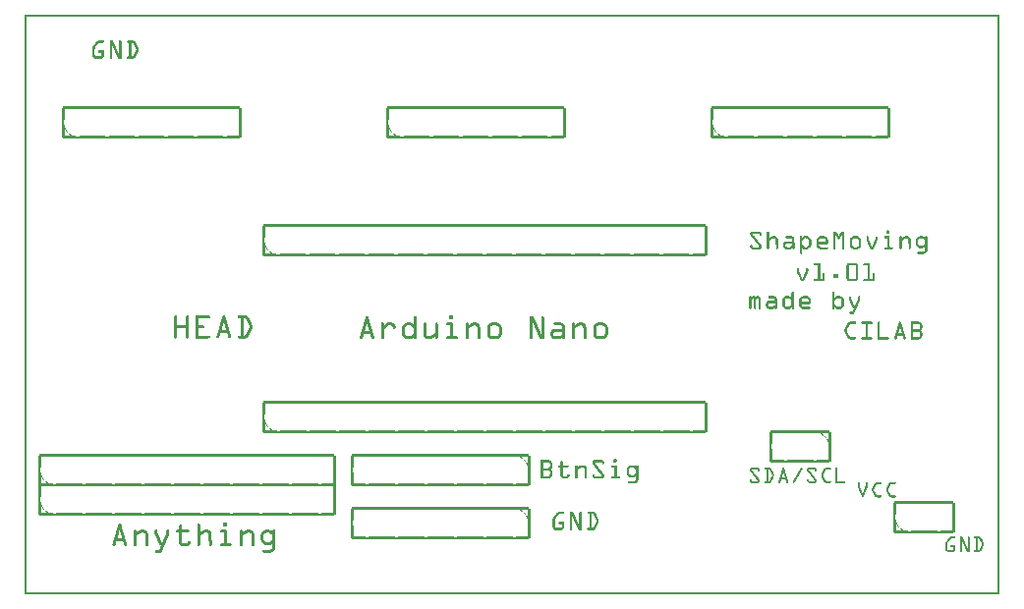
<source format=gto>
G04 MADE WITH FRITZING*
G04 WWW.FRITZING.ORG*
G04 DOUBLE SIDED*
G04 HOLES PLATED*
G04 CONTOUR ON CENTER OF CONTOUR VECTOR*
%ASAXBY*%
%FSLAX23Y23*%
%MOIN*%
%OFA0B0*%
%SFA1.0B1.0*%
%ADD10R,0.001000X0.001000*%
%LNSILK1*%
G90*
G70*
G54D10*
X0Y1969D02*
X3306Y1969D01*
X0Y1968D02*
X3306Y1968D01*
X0Y1967D02*
X3306Y1967D01*
X0Y1966D02*
X3306Y1966D01*
X0Y1965D02*
X3306Y1965D01*
X0Y1964D02*
X3306Y1964D01*
X0Y1963D02*
X3306Y1963D01*
X0Y1962D02*
X3306Y1962D01*
X0Y1961D02*
X7Y1961D01*
X3299Y1961D02*
X3306Y1961D01*
X0Y1960D02*
X7Y1960D01*
X3299Y1960D02*
X3306Y1960D01*
X0Y1959D02*
X7Y1959D01*
X3299Y1959D02*
X3306Y1959D01*
X0Y1958D02*
X7Y1958D01*
X3299Y1958D02*
X3306Y1958D01*
X0Y1957D02*
X7Y1957D01*
X3299Y1957D02*
X3306Y1957D01*
X0Y1956D02*
X7Y1956D01*
X3299Y1956D02*
X3306Y1956D01*
X0Y1955D02*
X7Y1955D01*
X3299Y1955D02*
X3306Y1955D01*
X0Y1954D02*
X7Y1954D01*
X3299Y1954D02*
X3306Y1954D01*
X0Y1953D02*
X7Y1953D01*
X3299Y1953D02*
X3306Y1953D01*
X0Y1952D02*
X7Y1952D01*
X3299Y1952D02*
X3306Y1952D01*
X0Y1951D02*
X7Y1951D01*
X3299Y1951D02*
X3306Y1951D01*
X0Y1950D02*
X7Y1950D01*
X3299Y1950D02*
X3306Y1950D01*
X0Y1949D02*
X7Y1949D01*
X3299Y1949D02*
X3306Y1949D01*
X0Y1948D02*
X7Y1948D01*
X3299Y1948D02*
X3306Y1948D01*
X0Y1947D02*
X7Y1947D01*
X3299Y1947D02*
X3306Y1947D01*
X0Y1946D02*
X7Y1946D01*
X3299Y1946D02*
X3306Y1946D01*
X0Y1945D02*
X7Y1945D01*
X3299Y1945D02*
X3306Y1945D01*
X0Y1944D02*
X7Y1944D01*
X3299Y1944D02*
X3306Y1944D01*
X0Y1943D02*
X7Y1943D01*
X3299Y1943D02*
X3306Y1943D01*
X0Y1942D02*
X7Y1942D01*
X3299Y1942D02*
X3306Y1942D01*
X0Y1941D02*
X7Y1941D01*
X3299Y1941D02*
X3306Y1941D01*
X0Y1940D02*
X7Y1940D01*
X3299Y1940D02*
X3306Y1940D01*
X0Y1939D02*
X7Y1939D01*
X3299Y1939D02*
X3306Y1939D01*
X0Y1938D02*
X7Y1938D01*
X3299Y1938D02*
X3306Y1938D01*
X0Y1937D02*
X7Y1937D01*
X3299Y1937D02*
X3306Y1937D01*
X0Y1936D02*
X7Y1936D01*
X3299Y1936D02*
X3306Y1936D01*
X0Y1935D02*
X7Y1935D01*
X3299Y1935D02*
X3306Y1935D01*
X0Y1934D02*
X7Y1934D01*
X3299Y1934D02*
X3306Y1934D01*
X0Y1933D02*
X7Y1933D01*
X3299Y1933D02*
X3306Y1933D01*
X0Y1932D02*
X7Y1932D01*
X3299Y1932D02*
X3306Y1932D01*
X0Y1931D02*
X7Y1931D01*
X3299Y1931D02*
X3306Y1931D01*
X0Y1930D02*
X7Y1930D01*
X3299Y1930D02*
X3306Y1930D01*
X0Y1929D02*
X7Y1929D01*
X3299Y1929D02*
X3306Y1929D01*
X0Y1928D02*
X7Y1928D01*
X3299Y1928D02*
X3306Y1928D01*
X0Y1927D02*
X7Y1927D01*
X3299Y1927D02*
X3306Y1927D01*
X0Y1926D02*
X7Y1926D01*
X3299Y1926D02*
X3306Y1926D01*
X0Y1925D02*
X7Y1925D01*
X3299Y1925D02*
X3306Y1925D01*
X0Y1924D02*
X7Y1924D01*
X3299Y1924D02*
X3306Y1924D01*
X0Y1923D02*
X7Y1923D01*
X3299Y1923D02*
X3306Y1923D01*
X0Y1922D02*
X7Y1922D01*
X3299Y1922D02*
X3306Y1922D01*
X0Y1921D02*
X7Y1921D01*
X3299Y1921D02*
X3306Y1921D01*
X0Y1920D02*
X7Y1920D01*
X3299Y1920D02*
X3306Y1920D01*
X0Y1919D02*
X7Y1919D01*
X3299Y1919D02*
X3306Y1919D01*
X0Y1918D02*
X7Y1918D01*
X3299Y1918D02*
X3306Y1918D01*
X0Y1917D02*
X7Y1917D01*
X3299Y1917D02*
X3306Y1917D01*
X0Y1916D02*
X7Y1916D01*
X3299Y1916D02*
X3306Y1916D01*
X0Y1915D02*
X7Y1915D01*
X3299Y1915D02*
X3306Y1915D01*
X0Y1914D02*
X7Y1914D01*
X3299Y1914D02*
X3306Y1914D01*
X0Y1913D02*
X7Y1913D01*
X3299Y1913D02*
X3306Y1913D01*
X0Y1912D02*
X7Y1912D01*
X3299Y1912D02*
X3306Y1912D01*
X0Y1911D02*
X7Y1911D01*
X3299Y1911D02*
X3306Y1911D01*
X0Y1910D02*
X7Y1910D01*
X3299Y1910D02*
X3306Y1910D01*
X0Y1909D02*
X7Y1909D01*
X3299Y1909D02*
X3306Y1909D01*
X0Y1908D02*
X7Y1908D01*
X3299Y1908D02*
X3306Y1908D01*
X0Y1907D02*
X7Y1907D01*
X3299Y1907D02*
X3306Y1907D01*
X0Y1906D02*
X7Y1906D01*
X3299Y1906D02*
X3306Y1906D01*
X0Y1905D02*
X7Y1905D01*
X3299Y1905D02*
X3306Y1905D01*
X0Y1904D02*
X7Y1904D01*
X3299Y1904D02*
X3306Y1904D01*
X0Y1903D02*
X7Y1903D01*
X3299Y1903D02*
X3306Y1903D01*
X0Y1902D02*
X7Y1902D01*
X3299Y1902D02*
X3306Y1902D01*
X0Y1901D02*
X7Y1901D01*
X3299Y1901D02*
X3306Y1901D01*
X0Y1900D02*
X7Y1900D01*
X3299Y1900D02*
X3306Y1900D01*
X0Y1899D02*
X7Y1899D01*
X3299Y1899D02*
X3306Y1899D01*
X0Y1898D02*
X7Y1898D01*
X3299Y1898D02*
X3306Y1898D01*
X0Y1897D02*
X7Y1897D01*
X3299Y1897D02*
X3306Y1897D01*
X0Y1896D02*
X7Y1896D01*
X3299Y1896D02*
X3306Y1896D01*
X0Y1895D02*
X7Y1895D01*
X3299Y1895D02*
X3306Y1895D01*
X0Y1894D02*
X7Y1894D01*
X3299Y1894D02*
X3306Y1894D01*
X0Y1893D02*
X7Y1893D01*
X3299Y1893D02*
X3306Y1893D01*
X0Y1892D02*
X7Y1892D01*
X3299Y1892D02*
X3306Y1892D01*
X0Y1891D02*
X7Y1891D01*
X3299Y1891D02*
X3306Y1891D01*
X0Y1890D02*
X7Y1890D01*
X3299Y1890D02*
X3306Y1890D01*
X0Y1889D02*
X7Y1889D01*
X3299Y1889D02*
X3306Y1889D01*
X0Y1888D02*
X7Y1888D01*
X3299Y1888D02*
X3306Y1888D01*
X0Y1887D02*
X7Y1887D01*
X3299Y1887D02*
X3306Y1887D01*
X0Y1886D02*
X7Y1886D01*
X3299Y1886D02*
X3306Y1886D01*
X0Y1885D02*
X7Y1885D01*
X3299Y1885D02*
X3306Y1885D01*
X0Y1884D02*
X7Y1884D01*
X3299Y1884D02*
X3306Y1884D01*
X0Y1883D02*
X7Y1883D01*
X3299Y1883D02*
X3306Y1883D01*
X0Y1882D02*
X7Y1882D01*
X3299Y1882D02*
X3306Y1882D01*
X0Y1881D02*
X7Y1881D01*
X250Y1881D02*
X268Y1881D01*
X289Y1881D02*
X299Y1881D01*
X322Y1881D02*
X326Y1881D01*
X349Y1881D02*
X369Y1881D01*
X3299Y1881D02*
X3306Y1881D01*
X0Y1880D02*
X7Y1880D01*
X248Y1880D02*
X269Y1880D01*
X289Y1880D02*
X299Y1880D01*
X321Y1880D02*
X327Y1880D01*
X348Y1880D02*
X371Y1880D01*
X3299Y1880D02*
X3306Y1880D01*
X0Y1879D02*
X7Y1879D01*
X246Y1879D02*
X269Y1879D01*
X289Y1879D02*
X300Y1879D01*
X321Y1879D02*
X327Y1879D01*
X347Y1879D02*
X373Y1879D01*
X3299Y1879D02*
X3306Y1879D01*
X0Y1878D02*
X7Y1878D01*
X245Y1878D02*
X269Y1878D01*
X289Y1878D02*
X300Y1878D01*
X321Y1878D02*
X328Y1878D01*
X347Y1878D02*
X374Y1878D01*
X3299Y1878D02*
X3306Y1878D01*
X0Y1877D02*
X7Y1877D01*
X245Y1877D02*
X269Y1877D01*
X289Y1877D02*
X301Y1877D01*
X321Y1877D02*
X328Y1877D01*
X347Y1877D02*
X375Y1877D01*
X3299Y1877D02*
X3306Y1877D01*
X0Y1876D02*
X7Y1876D01*
X244Y1876D02*
X269Y1876D01*
X289Y1876D02*
X301Y1876D01*
X321Y1876D02*
X328Y1876D01*
X348Y1876D02*
X375Y1876D01*
X3299Y1876D02*
X3306Y1876D01*
X0Y1875D02*
X7Y1875D01*
X243Y1875D02*
X268Y1875D01*
X289Y1875D02*
X301Y1875D01*
X321Y1875D02*
X328Y1875D01*
X348Y1875D02*
X376Y1875D01*
X3299Y1875D02*
X3306Y1875D01*
X0Y1874D02*
X7Y1874D01*
X242Y1874D02*
X267Y1874D01*
X289Y1874D02*
X302Y1874D01*
X321Y1874D02*
X328Y1874D01*
X350Y1874D02*
X376Y1874D01*
X3299Y1874D02*
X3306Y1874D01*
X0Y1873D02*
X7Y1873D01*
X241Y1873D02*
X251Y1873D01*
X289Y1873D02*
X302Y1873D01*
X321Y1873D02*
X328Y1873D01*
X355Y1873D02*
X362Y1873D01*
X368Y1873D02*
X377Y1873D01*
X3299Y1873D02*
X3306Y1873D01*
X0Y1872D02*
X7Y1872D01*
X241Y1872D02*
X250Y1872D01*
X289Y1872D02*
X303Y1872D01*
X321Y1872D02*
X328Y1872D01*
X355Y1872D02*
X362Y1872D01*
X369Y1872D02*
X377Y1872D01*
X3299Y1872D02*
X3306Y1872D01*
X0Y1871D02*
X7Y1871D01*
X240Y1871D02*
X249Y1871D01*
X289Y1871D02*
X303Y1871D01*
X321Y1871D02*
X328Y1871D01*
X355Y1871D02*
X362Y1871D01*
X370Y1871D02*
X378Y1871D01*
X3299Y1871D02*
X3306Y1871D01*
X0Y1870D02*
X7Y1870D01*
X239Y1870D02*
X248Y1870D01*
X289Y1870D02*
X304Y1870D01*
X321Y1870D02*
X328Y1870D01*
X355Y1870D02*
X362Y1870D01*
X370Y1870D02*
X378Y1870D01*
X3299Y1870D02*
X3306Y1870D01*
X0Y1869D02*
X7Y1869D01*
X238Y1869D02*
X248Y1869D01*
X289Y1869D02*
X304Y1869D01*
X321Y1869D02*
X328Y1869D01*
X355Y1869D02*
X362Y1869D01*
X371Y1869D02*
X379Y1869D01*
X3299Y1869D02*
X3306Y1869D01*
X0Y1868D02*
X7Y1868D01*
X238Y1868D02*
X247Y1868D01*
X289Y1868D02*
X304Y1868D01*
X321Y1868D02*
X328Y1868D01*
X355Y1868D02*
X362Y1868D01*
X371Y1868D02*
X379Y1868D01*
X3299Y1868D02*
X3306Y1868D01*
X0Y1867D02*
X7Y1867D01*
X237Y1867D02*
X246Y1867D01*
X289Y1867D02*
X305Y1867D01*
X321Y1867D02*
X328Y1867D01*
X355Y1867D02*
X362Y1867D01*
X372Y1867D02*
X380Y1867D01*
X3299Y1867D02*
X3306Y1867D01*
X0Y1866D02*
X7Y1866D01*
X236Y1866D02*
X245Y1866D01*
X289Y1866D02*
X305Y1866D01*
X321Y1866D02*
X328Y1866D01*
X355Y1866D02*
X362Y1866D01*
X372Y1866D02*
X380Y1866D01*
X3299Y1866D02*
X3306Y1866D01*
X0Y1865D02*
X7Y1865D01*
X235Y1865D02*
X245Y1865D01*
X289Y1865D02*
X296Y1865D01*
X298Y1865D02*
X306Y1865D01*
X321Y1865D02*
X328Y1865D01*
X355Y1865D02*
X362Y1865D01*
X373Y1865D02*
X381Y1865D01*
X3299Y1865D02*
X3306Y1865D01*
X0Y1864D02*
X7Y1864D01*
X234Y1864D02*
X244Y1864D01*
X289Y1864D02*
X296Y1864D01*
X298Y1864D02*
X306Y1864D01*
X321Y1864D02*
X328Y1864D01*
X355Y1864D02*
X362Y1864D01*
X373Y1864D02*
X382Y1864D01*
X3299Y1864D02*
X3306Y1864D01*
X0Y1863D02*
X7Y1863D01*
X234Y1863D02*
X243Y1863D01*
X289Y1863D02*
X296Y1863D01*
X299Y1863D02*
X307Y1863D01*
X321Y1863D02*
X328Y1863D01*
X355Y1863D02*
X362Y1863D01*
X374Y1863D02*
X382Y1863D01*
X3299Y1863D02*
X3306Y1863D01*
X0Y1862D02*
X7Y1862D01*
X233Y1862D02*
X242Y1862D01*
X289Y1862D02*
X296Y1862D01*
X299Y1862D02*
X307Y1862D01*
X321Y1862D02*
X328Y1862D01*
X355Y1862D02*
X362Y1862D01*
X374Y1862D02*
X383Y1862D01*
X3299Y1862D02*
X3306Y1862D01*
X0Y1861D02*
X7Y1861D01*
X232Y1861D02*
X241Y1861D01*
X289Y1861D02*
X296Y1861D01*
X300Y1861D02*
X308Y1861D01*
X321Y1861D02*
X328Y1861D01*
X355Y1861D02*
X362Y1861D01*
X375Y1861D02*
X383Y1861D01*
X3299Y1861D02*
X3306Y1861D01*
X0Y1860D02*
X7Y1860D01*
X232Y1860D02*
X241Y1860D01*
X289Y1860D02*
X296Y1860D01*
X300Y1860D02*
X308Y1860D01*
X321Y1860D02*
X328Y1860D01*
X355Y1860D02*
X362Y1860D01*
X375Y1860D02*
X384Y1860D01*
X3299Y1860D02*
X3306Y1860D01*
X0Y1859D02*
X7Y1859D01*
X231Y1859D02*
X240Y1859D01*
X289Y1859D02*
X296Y1859D01*
X301Y1859D02*
X308Y1859D01*
X321Y1859D02*
X328Y1859D01*
X355Y1859D02*
X362Y1859D01*
X376Y1859D02*
X384Y1859D01*
X3299Y1859D02*
X3306Y1859D01*
X0Y1858D02*
X7Y1858D01*
X231Y1858D02*
X239Y1858D01*
X289Y1858D02*
X296Y1858D01*
X301Y1858D02*
X309Y1858D01*
X321Y1858D02*
X328Y1858D01*
X355Y1858D02*
X362Y1858D01*
X376Y1858D02*
X384Y1858D01*
X3299Y1858D02*
X3306Y1858D01*
X0Y1857D02*
X7Y1857D01*
X231Y1857D02*
X239Y1857D01*
X289Y1857D02*
X296Y1857D01*
X301Y1857D02*
X309Y1857D01*
X321Y1857D02*
X328Y1857D01*
X355Y1857D02*
X362Y1857D01*
X377Y1857D02*
X385Y1857D01*
X3299Y1857D02*
X3306Y1857D01*
X0Y1856D02*
X7Y1856D01*
X231Y1856D02*
X238Y1856D01*
X289Y1856D02*
X296Y1856D01*
X302Y1856D02*
X310Y1856D01*
X321Y1856D02*
X328Y1856D01*
X355Y1856D02*
X362Y1856D01*
X377Y1856D02*
X385Y1856D01*
X3299Y1856D02*
X3306Y1856D01*
X0Y1855D02*
X7Y1855D01*
X230Y1855D02*
X238Y1855D01*
X289Y1855D02*
X296Y1855D01*
X302Y1855D02*
X310Y1855D01*
X321Y1855D02*
X328Y1855D01*
X355Y1855D02*
X362Y1855D01*
X378Y1855D02*
X386Y1855D01*
X3299Y1855D02*
X3306Y1855D01*
X0Y1854D02*
X7Y1854D01*
X230Y1854D02*
X238Y1854D01*
X289Y1854D02*
X296Y1854D01*
X303Y1854D02*
X311Y1854D01*
X321Y1854D02*
X328Y1854D01*
X355Y1854D02*
X362Y1854D01*
X378Y1854D02*
X386Y1854D01*
X3299Y1854D02*
X3306Y1854D01*
X0Y1853D02*
X7Y1853D01*
X230Y1853D02*
X237Y1853D01*
X289Y1853D02*
X296Y1853D01*
X303Y1853D02*
X311Y1853D01*
X321Y1853D02*
X328Y1853D01*
X355Y1853D02*
X362Y1853D01*
X379Y1853D02*
X386Y1853D01*
X3299Y1853D02*
X3306Y1853D01*
X0Y1852D02*
X7Y1852D01*
X230Y1852D02*
X237Y1852D01*
X289Y1852D02*
X296Y1852D01*
X304Y1852D02*
X312Y1852D01*
X321Y1852D02*
X328Y1852D01*
X355Y1852D02*
X362Y1852D01*
X379Y1852D02*
X386Y1852D01*
X3299Y1852D02*
X3306Y1852D01*
X0Y1851D02*
X7Y1851D01*
X230Y1851D02*
X237Y1851D01*
X289Y1851D02*
X296Y1851D01*
X304Y1851D02*
X312Y1851D01*
X321Y1851D02*
X328Y1851D01*
X355Y1851D02*
X362Y1851D01*
X379Y1851D02*
X386Y1851D01*
X3299Y1851D02*
X3306Y1851D01*
X0Y1850D02*
X7Y1850D01*
X230Y1850D02*
X237Y1850D01*
X289Y1850D02*
X296Y1850D01*
X304Y1850D02*
X312Y1850D01*
X321Y1850D02*
X328Y1850D01*
X355Y1850D02*
X362Y1850D01*
X379Y1850D02*
X386Y1850D01*
X3299Y1850D02*
X3306Y1850D01*
X0Y1849D02*
X7Y1849D01*
X230Y1849D02*
X237Y1849D01*
X289Y1849D02*
X296Y1849D01*
X305Y1849D02*
X313Y1849D01*
X321Y1849D02*
X328Y1849D01*
X355Y1849D02*
X362Y1849D01*
X379Y1849D02*
X386Y1849D01*
X3299Y1849D02*
X3306Y1849D01*
X0Y1848D02*
X7Y1848D01*
X230Y1848D02*
X237Y1848D01*
X289Y1848D02*
X296Y1848D01*
X305Y1848D02*
X313Y1848D01*
X321Y1848D02*
X328Y1848D01*
X355Y1848D02*
X362Y1848D01*
X379Y1848D02*
X386Y1848D01*
X3299Y1848D02*
X3306Y1848D01*
X0Y1847D02*
X7Y1847D01*
X230Y1847D02*
X237Y1847D01*
X252Y1847D02*
X269Y1847D01*
X289Y1847D02*
X296Y1847D01*
X306Y1847D02*
X314Y1847D01*
X321Y1847D02*
X328Y1847D01*
X355Y1847D02*
X362Y1847D01*
X378Y1847D02*
X386Y1847D01*
X3299Y1847D02*
X3306Y1847D01*
X0Y1846D02*
X7Y1846D01*
X230Y1846D02*
X237Y1846D01*
X251Y1846D02*
X269Y1846D01*
X289Y1846D02*
X296Y1846D01*
X306Y1846D02*
X314Y1846D01*
X321Y1846D02*
X328Y1846D01*
X355Y1846D02*
X362Y1846D01*
X378Y1846D02*
X385Y1846D01*
X3299Y1846D02*
X3306Y1846D01*
X0Y1845D02*
X7Y1845D01*
X230Y1845D02*
X237Y1845D01*
X251Y1845D02*
X269Y1845D01*
X289Y1845D02*
X296Y1845D01*
X307Y1845D02*
X315Y1845D01*
X321Y1845D02*
X328Y1845D01*
X355Y1845D02*
X362Y1845D01*
X377Y1845D02*
X385Y1845D01*
X3299Y1845D02*
X3306Y1845D01*
X0Y1844D02*
X7Y1844D01*
X230Y1844D02*
X237Y1844D01*
X250Y1844D02*
X269Y1844D01*
X289Y1844D02*
X296Y1844D01*
X307Y1844D02*
X315Y1844D01*
X321Y1844D02*
X328Y1844D01*
X355Y1844D02*
X362Y1844D01*
X377Y1844D02*
X385Y1844D01*
X3299Y1844D02*
X3306Y1844D01*
X0Y1843D02*
X7Y1843D01*
X230Y1843D02*
X237Y1843D01*
X250Y1843D02*
X269Y1843D01*
X289Y1843D02*
X296Y1843D01*
X308Y1843D02*
X315Y1843D01*
X321Y1843D02*
X328Y1843D01*
X355Y1843D02*
X362Y1843D01*
X376Y1843D02*
X384Y1843D01*
X3299Y1843D02*
X3306Y1843D01*
X0Y1842D02*
X7Y1842D01*
X230Y1842D02*
X237Y1842D01*
X251Y1842D02*
X269Y1842D01*
X289Y1842D02*
X296Y1842D01*
X308Y1842D02*
X316Y1842D01*
X321Y1842D02*
X328Y1842D01*
X355Y1842D02*
X362Y1842D01*
X376Y1842D02*
X384Y1842D01*
X3299Y1842D02*
X3306Y1842D01*
X0Y1841D02*
X7Y1841D01*
X230Y1841D02*
X237Y1841D01*
X251Y1841D02*
X269Y1841D01*
X289Y1841D02*
X296Y1841D01*
X308Y1841D02*
X316Y1841D01*
X321Y1841D02*
X328Y1841D01*
X355Y1841D02*
X362Y1841D01*
X375Y1841D02*
X384Y1841D01*
X3299Y1841D02*
X3306Y1841D01*
X0Y1840D02*
X7Y1840D01*
X230Y1840D02*
X237Y1840D01*
X253Y1840D02*
X269Y1840D01*
X289Y1840D02*
X296Y1840D01*
X309Y1840D02*
X317Y1840D01*
X321Y1840D02*
X328Y1840D01*
X355Y1840D02*
X362Y1840D01*
X375Y1840D02*
X383Y1840D01*
X3299Y1840D02*
X3306Y1840D01*
X0Y1839D02*
X7Y1839D01*
X230Y1839D02*
X237Y1839D01*
X262Y1839D02*
X269Y1839D01*
X289Y1839D02*
X296Y1839D01*
X309Y1839D02*
X317Y1839D01*
X321Y1839D02*
X328Y1839D01*
X355Y1839D02*
X362Y1839D01*
X374Y1839D02*
X383Y1839D01*
X3299Y1839D02*
X3306Y1839D01*
X0Y1838D02*
X7Y1838D01*
X230Y1838D02*
X237Y1838D01*
X262Y1838D02*
X269Y1838D01*
X289Y1838D02*
X296Y1838D01*
X310Y1838D02*
X318Y1838D01*
X321Y1838D02*
X328Y1838D01*
X355Y1838D02*
X362Y1838D01*
X374Y1838D02*
X382Y1838D01*
X3299Y1838D02*
X3306Y1838D01*
X0Y1837D02*
X7Y1837D01*
X230Y1837D02*
X237Y1837D01*
X262Y1837D02*
X269Y1837D01*
X289Y1837D02*
X296Y1837D01*
X310Y1837D02*
X318Y1837D01*
X321Y1837D02*
X328Y1837D01*
X355Y1837D02*
X362Y1837D01*
X373Y1837D02*
X382Y1837D01*
X3299Y1837D02*
X3306Y1837D01*
X0Y1836D02*
X7Y1836D01*
X230Y1836D02*
X237Y1836D01*
X262Y1836D02*
X269Y1836D01*
X289Y1836D02*
X296Y1836D01*
X311Y1836D02*
X319Y1836D01*
X321Y1836D02*
X328Y1836D01*
X355Y1836D02*
X362Y1836D01*
X373Y1836D02*
X381Y1836D01*
X3299Y1836D02*
X3306Y1836D01*
X0Y1835D02*
X7Y1835D01*
X230Y1835D02*
X237Y1835D01*
X262Y1835D02*
X269Y1835D01*
X289Y1835D02*
X296Y1835D01*
X311Y1835D02*
X319Y1835D01*
X321Y1835D02*
X328Y1835D01*
X355Y1835D02*
X362Y1835D01*
X372Y1835D02*
X381Y1835D01*
X3299Y1835D02*
X3306Y1835D01*
X0Y1834D02*
X7Y1834D01*
X230Y1834D02*
X237Y1834D01*
X262Y1834D02*
X269Y1834D01*
X289Y1834D02*
X296Y1834D01*
X311Y1834D02*
X328Y1834D01*
X355Y1834D02*
X362Y1834D01*
X372Y1834D02*
X380Y1834D01*
X3299Y1834D02*
X3306Y1834D01*
X0Y1833D02*
X7Y1833D01*
X230Y1833D02*
X237Y1833D01*
X262Y1833D02*
X269Y1833D01*
X289Y1833D02*
X296Y1833D01*
X312Y1833D02*
X328Y1833D01*
X355Y1833D02*
X362Y1833D01*
X371Y1833D02*
X380Y1833D01*
X3299Y1833D02*
X3306Y1833D01*
X0Y1832D02*
X7Y1832D01*
X230Y1832D02*
X237Y1832D01*
X262Y1832D02*
X269Y1832D01*
X289Y1832D02*
X296Y1832D01*
X312Y1832D02*
X328Y1832D01*
X355Y1832D02*
X362Y1832D01*
X371Y1832D02*
X379Y1832D01*
X3299Y1832D02*
X3306Y1832D01*
X0Y1831D02*
X7Y1831D01*
X230Y1831D02*
X238Y1831D01*
X262Y1831D02*
X269Y1831D01*
X289Y1831D02*
X296Y1831D01*
X313Y1831D02*
X328Y1831D01*
X355Y1831D02*
X362Y1831D01*
X370Y1831D02*
X379Y1831D01*
X3299Y1831D02*
X3306Y1831D01*
X0Y1830D02*
X7Y1830D01*
X230Y1830D02*
X238Y1830D01*
X262Y1830D02*
X269Y1830D01*
X289Y1830D02*
X296Y1830D01*
X313Y1830D02*
X328Y1830D01*
X355Y1830D02*
X362Y1830D01*
X370Y1830D02*
X378Y1830D01*
X3299Y1830D02*
X3306Y1830D01*
X0Y1829D02*
X7Y1829D01*
X231Y1829D02*
X238Y1829D01*
X261Y1829D02*
X269Y1829D01*
X289Y1829D02*
X296Y1829D01*
X314Y1829D02*
X328Y1829D01*
X355Y1829D02*
X362Y1829D01*
X369Y1829D02*
X378Y1829D01*
X3299Y1829D02*
X3306Y1829D01*
X0Y1828D02*
X7Y1828D01*
X231Y1828D02*
X239Y1828D01*
X260Y1828D02*
X269Y1828D01*
X289Y1828D02*
X296Y1828D01*
X314Y1828D02*
X328Y1828D01*
X355Y1828D02*
X362Y1828D01*
X368Y1828D02*
X377Y1828D01*
X3299Y1828D02*
X3306Y1828D01*
X0Y1827D02*
X7Y1827D01*
X231Y1827D02*
X268Y1827D01*
X289Y1827D02*
X296Y1827D01*
X315Y1827D02*
X328Y1827D01*
X350Y1827D02*
X377Y1827D01*
X3299Y1827D02*
X3306Y1827D01*
X0Y1826D02*
X7Y1826D01*
X232Y1826D02*
X268Y1826D01*
X289Y1826D02*
X296Y1826D01*
X315Y1826D02*
X328Y1826D01*
X348Y1826D02*
X376Y1826D01*
X3299Y1826D02*
X3306Y1826D01*
X0Y1825D02*
X7Y1825D01*
X232Y1825D02*
X267Y1825D01*
X289Y1825D02*
X296Y1825D01*
X315Y1825D02*
X328Y1825D01*
X348Y1825D02*
X375Y1825D01*
X3299Y1825D02*
X3306Y1825D01*
X0Y1824D02*
X7Y1824D01*
X233Y1824D02*
X267Y1824D01*
X289Y1824D02*
X296Y1824D01*
X316Y1824D02*
X328Y1824D01*
X347Y1824D02*
X375Y1824D01*
X3299Y1824D02*
X3306Y1824D01*
X0Y1823D02*
X7Y1823D01*
X234Y1823D02*
X266Y1823D01*
X289Y1823D02*
X296Y1823D01*
X316Y1823D02*
X328Y1823D01*
X347Y1823D02*
X374Y1823D01*
X3299Y1823D02*
X3306Y1823D01*
X0Y1822D02*
X7Y1822D01*
X235Y1822D02*
X265Y1822D01*
X289Y1822D02*
X296Y1822D01*
X317Y1822D02*
X328Y1822D01*
X347Y1822D02*
X373Y1822D01*
X3299Y1822D02*
X3306Y1822D01*
X0Y1821D02*
X7Y1821D01*
X236Y1821D02*
X263Y1821D01*
X290Y1821D02*
X295Y1821D01*
X317Y1821D02*
X328Y1821D01*
X348Y1821D02*
X371Y1821D01*
X3299Y1821D02*
X3306Y1821D01*
X0Y1820D02*
X7Y1820D01*
X238Y1820D02*
X261Y1820D01*
X290Y1820D02*
X294Y1820D01*
X318Y1820D02*
X328Y1820D01*
X349Y1820D02*
X369Y1820D01*
X3299Y1820D02*
X3306Y1820D01*
X0Y1819D02*
X7Y1819D01*
X3299Y1819D02*
X3306Y1819D01*
X0Y1818D02*
X7Y1818D01*
X3299Y1818D02*
X3306Y1818D01*
X0Y1817D02*
X7Y1817D01*
X3299Y1817D02*
X3306Y1817D01*
X0Y1816D02*
X7Y1816D01*
X3299Y1816D02*
X3306Y1816D01*
X0Y1815D02*
X7Y1815D01*
X3299Y1815D02*
X3306Y1815D01*
X0Y1814D02*
X7Y1814D01*
X3299Y1814D02*
X3306Y1814D01*
X0Y1813D02*
X7Y1813D01*
X3299Y1813D02*
X3306Y1813D01*
X0Y1812D02*
X7Y1812D01*
X3299Y1812D02*
X3306Y1812D01*
X0Y1811D02*
X7Y1811D01*
X3299Y1811D02*
X3306Y1811D01*
X0Y1810D02*
X7Y1810D01*
X3299Y1810D02*
X3306Y1810D01*
X0Y1809D02*
X7Y1809D01*
X3299Y1809D02*
X3306Y1809D01*
X0Y1808D02*
X7Y1808D01*
X3299Y1808D02*
X3306Y1808D01*
X0Y1807D02*
X7Y1807D01*
X3299Y1807D02*
X3306Y1807D01*
X0Y1806D02*
X7Y1806D01*
X3299Y1806D02*
X3306Y1806D01*
X0Y1805D02*
X7Y1805D01*
X3299Y1805D02*
X3306Y1805D01*
X0Y1804D02*
X7Y1804D01*
X3299Y1804D02*
X3306Y1804D01*
X0Y1803D02*
X7Y1803D01*
X3299Y1803D02*
X3306Y1803D01*
X0Y1802D02*
X7Y1802D01*
X3299Y1802D02*
X3306Y1802D01*
X0Y1801D02*
X7Y1801D01*
X3299Y1801D02*
X3306Y1801D01*
X0Y1800D02*
X7Y1800D01*
X3299Y1800D02*
X3306Y1800D01*
X0Y1799D02*
X7Y1799D01*
X3299Y1799D02*
X3306Y1799D01*
X0Y1798D02*
X7Y1798D01*
X3299Y1798D02*
X3306Y1798D01*
X0Y1797D02*
X7Y1797D01*
X3299Y1797D02*
X3306Y1797D01*
X0Y1796D02*
X7Y1796D01*
X3299Y1796D02*
X3306Y1796D01*
X0Y1795D02*
X7Y1795D01*
X3299Y1795D02*
X3306Y1795D01*
X0Y1794D02*
X7Y1794D01*
X3299Y1794D02*
X3306Y1794D01*
X0Y1793D02*
X7Y1793D01*
X3299Y1793D02*
X3306Y1793D01*
X0Y1792D02*
X7Y1792D01*
X3299Y1792D02*
X3306Y1792D01*
X0Y1791D02*
X7Y1791D01*
X3299Y1791D02*
X3306Y1791D01*
X0Y1790D02*
X7Y1790D01*
X3299Y1790D02*
X3306Y1790D01*
X0Y1789D02*
X7Y1789D01*
X3299Y1789D02*
X3306Y1789D01*
X0Y1788D02*
X7Y1788D01*
X3299Y1788D02*
X3306Y1788D01*
X0Y1787D02*
X7Y1787D01*
X3299Y1787D02*
X3306Y1787D01*
X0Y1786D02*
X7Y1786D01*
X3299Y1786D02*
X3306Y1786D01*
X0Y1785D02*
X7Y1785D01*
X3299Y1785D02*
X3306Y1785D01*
X0Y1784D02*
X7Y1784D01*
X3299Y1784D02*
X3306Y1784D01*
X0Y1783D02*
X7Y1783D01*
X3299Y1783D02*
X3306Y1783D01*
X0Y1782D02*
X7Y1782D01*
X3299Y1782D02*
X3306Y1782D01*
X0Y1781D02*
X7Y1781D01*
X3299Y1781D02*
X3306Y1781D01*
X0Y1780D02*
X7Y1780D01*
X3299Y1780D02*
X3306Y1780D01*
X0Y1779D02*
X7Y1779D01*
X3299Y1779D02*
X3306Y1779D01*
X0Y1778D02*
X7Y1778D01*
X3299Y1778D02*
X3306Y1778D01*
X0Y1777D02*
X7Y1777D01*
X3299Y1777D02*
X3306Y1777D01*
X0Y1776D02*
X7Y1776D01*
X3299Y1776D02*
X3306Y1776D01*
X0Y1775D02*
X7Y1775D01*
X3299Y1775D02*
X3306Y1775D01*
X0Y1774D02*
X7Y1774D01*
X3299Y1774D02*
X3306Y1774D01*
X0Y1773D02*
X7Y1773D01*
X3299Y1773D02*
X3306Y1773D01*
X0Y1772D02*
X7Y1772D01*
X3299Y1772D02*
X3306Y1772D01*
X0Y1771D02*
X7Y1771D01*
X3299Y1771D02*
X3306Y1771D01*
X0Y1770D02*
X7Y1770D01*
X3299Y1770D02*
X3306Y1770D01*
X0Y1769D02*
X7Y1769D01*
X3299Y1769D02*
X3306Y1769D01*
X0Y1768D02*
X7Y1768D01*
X3299Y1768D02*
X3306Y1768D01*
X0Y1767D02*
X7Y1767D01*
X3299Y1767D02*
X3306Y1767D01*
X0Y1766D02*
X7Y1766D01*
X3299Y1766D02*
X3306Y1766D01*
X0Y1765D02*
X7Y1765D01*
X3299Y1765D02*
X3306Y1765D01*
X0Y1764D02*
X7Y1764D01*
X3299Y1764D02*
X3306Y1764D01*
X0Y1763D02*
X7Y1763D01*
X3299Y1763D02*
X3306Y1763D01*
X0Y1762D02*
X7Y1762D01*
X3299Y1762D02*
X3306Y1762D01*
X0Y1761D02*
X7Y1761D01*
X3299Y1761D02*
X3306Y1761D01*
X0Y1760D02*
X7Y1760D01*
X3299Y1760D02*
X3306Y1760D01*
X0Y1759D02*
X7Y1759D01*
X3299Y1759D02*
X3306Y1759D01*
X0Y1758D02*
X7Y1758D01*
X3299Y1758D02*
X3306Y1758D01*
X0Y1757D02*
X7Y1757D01*
X3299Y1757D02*
X3306Y1757D01*
X0Y1756D02*
X7Y1756D01*
X3299Y1756D02*
X3306Y1756D01*
X0Y1755D02*
X7Y1755D01*
X3299Y1755D02*
X3306Y1755D01*
X0Y1754D02*
X7Y1754D01*
X3299Y1754D02*
X3306Y1754D01*
X0Y1753D02*
X7Y1753D01*
X3299Y1753D02*
X3306Y1753D01*
X0Y1752D02*
X7Y1752D01*
X3299Y1752D02*
X3306Y1752D01*
X0Y1751D02*
X7Y1751D01*
X3299Y1751D02*
X3306Y1751D01*
X0Y1750D02*
X7Y1750D01*
X3299Y1750D02*
X3306Y1750D01*
X0Y1749D02*
X7Y1749D01*
X3299Y1749D02*
X3306Y1749D01*
X0Y1748D02*
X7Y1748D01*
X3299Y1748D02*
X3306Y1748D01*
X0Y1747D02*
X7Y1747D01*
X3299Y1747D02*
X3306Y1747D01*
X0Y1746D02*
X7Y1746D01*
X3299Y1746D02*
X3306Y1746D01*
X0Y1745D02*
X7Y1745D01*
X3299Y1745D02*
X3306Y1745D01*
X0Y1744D02*
X7Y1744D01*
X3299Y1744D02*
X3306Y1744D01*
X0Y1743D02*
X7Y1743D01*
X3299Y1743D02*
X3306Y1743D01*
X0Y1742D02*
X7Y1742D01*
X3299Y1742D02*
X3306Y1742D01*
X0Y1741D02*
X7Y1741D01*
X3299Y1741D02*
X3306Y1741D01*
X0Y1740D02*
X7Y1740D01*
X3299Y1740D02*
X3306Y1740D01*
X0Y1739D02*
X7Y1739D01*
X3299Y1739D02*
X3306Y1739D01*
X0Y1738D02*
X7Y1738D01*
X3299Y1738D02*
X3306Y1738D01*
X0Y1737D02*
X7Y1737D01*
X3299Y1737D02*
X3306Y1737D01*
X0Y1736D02*
X7Y1736D01*
X3299Y1736D02*
X3306Y1736D01*
X0Y1735D02*
X7Y1735D01*
X3299Y1735D02*
X3306Y1735D01*
X0Y1734D02*
X7Y1734D01*
X3299Y1734D02*
X3306Y1734D01*
X0Y1733D02*
X7Y1733D01*
X3299Y1733D02*
X3306Y1733D01*
X0Y1732D02*
X7Y1732D01*
X3299Y1732D02*
X3306Y1732D01*
X0Y1731D02*
X7Y1731D01*
X3299Y1731D02*
X3306Y1731D01*
X0Y1730D02*
X7Y1730D01*
X3299Y1730D02*
X3306Y1730D01*
X0Y1729D02*
X7Y1729D01*
X3299Y1729D02*
X3306Y1729D01*
X0Y1728D02*
X7Y1728D01*
X3299Y1728D02*
X3306Y1728D01*
X0Y1727D02*
X7Y1727D01*
X3299Y1727D02*
X3306Y1727D01*
X0Y1726D02*
X7Y1726D01*
X3299Y1726D02*
X3306Y1726D01*
X0Y1725D02*
X7Y1725D01*
X3299Y1725D02*
X3306Y1725D01*
X0Y1724D02*
X7Y1724D01*
X3299Y1724D02*
X3306Y1724D01*
X0Y1723D02*
X7Y1723D01*
X3299Y1723D02*
X3306Y1723D01*
X0Y1722D02*
X7Y1722D01*
X3299Y1722D02*
X3306Y1722D01*
X0Y1721D02*
X7Y1721D01*
X3299Y1721D02*
X3306Y1721D01*
X0Y1720D02*
X7Y1720D01*
X3299Y1720D02*
X3306Y1720D01*
X0Y1719D02*
X7Y1719D01*
X3299Y1719D02*
X3306Y1719D01*
X0Y1718D02*
X7Y1718D01*
X3299Y1718D02*
X3306Y1718D01*
X0Y1717D02*
X7Y1717D01*
X3299Y1717D02*
X3306Y1717D01*
X0Y1716D02*
X7Y1716D01*
X3299Y1716D02*
X3306Y1716D01*
X0Y1715D02*
X7Y1715D01*
X3299Y1715D02*
X3306Y1715D01*
X0Y1714D02*
X7Y1714D01*
X3299Y1714D02*
X3306Y1714D01*
X0Y1713D02*
X7Y1713D01*
X3299Y1713D02*
X3306Y1713D01*
X0Y1712D02*
X7Y1712D01*
X3299Y1712D02*
X3306Y1712D01*
X0Y1711D02*
X7Y1711D01*
X3299Y1711D02*
X3306Y1711D01*
X0Y1710D02*
X7Y1710D01*
X3299Y1710D02*
X3306Y1710D01*
X0Y1709D02*
X7Y1709D01*
X3299Y1709D02*
X3306Y1709D01*
X0Y1708D02*
X7Y1708D01*
X3299Y1708D02*
X3306Y1708D01*
X0Y1707D02*
X7Y1707D01*
X3299Y1707D02*
X3306Y1707D01*
X0Y1706D02*
X7Y1706D01*
X3299Y1706D02*
X3306Y1706D01*
X0Y1705D02*
X7Y1705D01*
X3299Y1705D02*
X3306Y1705D01*
X0Y1704D02*
X7Y1704D01*
X3299Y1704D02*
X3306Y1704D01*
X0Y1703D02*
X7Y1703D01*
X3299Y1703D02*
X3306Y1703D01*
X0Y1702D02*
X7Y1702D01*
X3299Y1702D02*
X3306Y1702D01*
X0Y1701D02*
X7Y1701D01*
X3299Y1701D02*
X3306Y1701D01*
X0Y1700D02*
X7Y1700D01*
X3299Y1700D02*
X3306Y1700D01*
X0Y1699D02*
X7Y1699D01*
X3299Y1699D02*
X3306Y1699D01*
X0Y1698D02*
X7Y1698D01*
X3299Y1698D02*
X3306Y1698D01*
X0Y1697D02*
X7Y1697D01*
X3299Y1697D02*
X3306Y1697D01*
X0Y1696D02*
X7Y1696D01*
X3299Y1696D02*
X3306Y1696D01*
X0Y1695D02*
X7Y1695D01*
X3299Y1695D02*
X3306Y1695D01*
X0Y1694D02*
X7Y1694D01*
X3299Y1694D02*
X3306Y1694D01*
X0Y1693D02*
X7Y1693D01*
X3299Y1693D02*
X3306Y1693D01*
X0Y1692D02*
X7Y1692D01*
X3299Y1692D02*
X3306Y1692D01*
X0Y1691D02*
X7Y1691D01*
X3299Y1691D02*
X3306Y1691D01*
X0Y1690D02*
X7Y1690D01*
X3299Y1690D02*
X3306Y1690D01*
X0Y1689D02*
X7Y1689D01*
X3299Y1689D02*
X3306Y1689D01*
X0Y1688D02*
X7Y1688D01*
X3299Y1688D02*
X3306Y1688D01*
X0Y1687D02*
X7Y1687D01*
X3299Y1687D02*
X3306Y1687D01*
X0Y1686D02*
X7Y1686D01*
X3299Y1686D02*
X3306Y1686D01*
X0Y1685D02*
X7Y1685D01*
X3299Y1685D02*
X3306Y1685D01*
X0Y1684D02*
X7Y1684D01*
X3299Y1684D02*
X3306Y1684D01*
X0Y1683D02*
X7Y1683D01*
X3299Y1683D02*
X3306Y1683D01*
X0Y1682D02*
X7Y1682D01*
X3299Y1682D02*
X3306Y1682D01*
X0Y1681D02*
X7Y1681D01*
X3299Y1681D02*
X3306Y1681D01*
X0Y1680D02*
X7Y1680D01*
X3299Y1680D02*
X3306Y1680D01*
X0Y1679D02*
X7Y1679D01*
X3299Y1679D02*
X3306Y1679D01*
X0Y1678D02*
X7Y1678D01*
X3299Y1678D02*
X3306Y1678D01*
X0Y1677D02*
X7Y1677D01*
X3299Y1677D02*
X3306Y1677D01*
X0Y1676D02*
X7Y1676D01*
X3299Y1676D02*
X3306Y1676D01*
X0Y1675D02*
X7Y1675D01*
X3299Y1675D02*
X3306Y1675D01*
X0Y1674D02*
X7Y1674D01*
X3299Y1674D02*
X3306Y1674D01*
X0Y1673D02*
X7Y1673D01*
X3299Y1673D02*
X3306Y1673D01*
X0Y1672D02*
X7Y1672D01*
X3299Y1672D02*
X3306Y1672D01*
X0Y1671D02*
X7Y1671D01*
X3299Y1671D02*
X3306Y1671D01*
X0Y1670D02*
X7Y1670D01*
X3299Y1670D02*
X3306Y1670D01*
X0Y1669D02*
X7Y1669D01*
X3299Y1669D02*
X3306Y1669D01*
X0Y1668D02*
X7Y1668D01*
X3299Y1668D02*
X3306Y1668D01*
X0Y1667D02*
X7Y1667D01*
X3299Y1667D02*
X3306Y1667D01*
X0Y1666D02*
X7Y1666D01*
X3299Y1666D02*
X3306Y1666D01*
X0Y1665D02*
X7Y1665D01*
X3299Y1665D02*
X3306Y1665D01*
X0Y1664D02*
X7Y1664D01*
X3299Y1664D02*
X3306Y1664D01*
X0Y1663D02*
X7Y1663D01*
X3299Y1663D02*
X3306Y1663D01*
X0Y1662D02*
X7Y1662D01*
X3299Y1662D02*
X3306Y1662D01*
X0Y1661D02*
X7Y1661D01*
X3299Y1661D02*
X3306Y1661D01*
X0Y1660D02*
X7Y1660D01*
X3299Y1660D02*
X3306Y1660D01*
X0Y1659D02*
X7Y1659D01*
X3299Y1659D02*
X3306Y1659D01*
X0Y1658D02*
X7Y1658D01*
X3299Y1658D02*
X3306Y1658D01*
X0Y1657D02*
X7Y1657D01*
X131Y1657D02*
X730Y1657D01*
X1231Y1657D02*
X1830Y1657D01*
X2331Y1657D02*
X2930Y1657D01*
X3299Y1657D02*
X3306Y1657D01*
X0Y1656D02*
X7Y1656D01*
X131Y1656D02*
X730Y1656D01*
X1231Y1656D02*
X1830Y1656D01*
X2331Y1656D02*
X2930Y1656D01*
X3299Y1656D02*
X3306Y1656D01*
X0Y1655D02*
X7Y1655D01*
X131Y1655D02*
X730Y1655D01*
X1231Y1655D02*
X1830Y1655D01*
X2331Y1655D02*
X2930Y1655D01*
X3299Y1655D02*
X3306Y1655D01*
X0Y1654D02*
X7Y1654D01*
X131Y1654D02*
X730Y1654D01*
X1231Y1654D02*
X1830Y1654D01*
X2331Y1654D02*
X2930Y1654D01*
X3299Y1654D02*
X3306Y1654D01*
X0Y1653D02*
X7Y1653D01*
X131Y1653D02*
X730Y1653D01*
X1231Y1653D02*
X1830Y1653D01*
X2331Y1653D02*
X2930Y1653D01*
X3299Y1653D02*
X3306Y1653D01*
X0Y1652D02*
X7Y1652D01*
X126Y1652D02*
X735Y1652D01*
X1226Y1652D02*
X1835Y1652D01*
X2326Y1652D02*
X2935Y1652D01*
X3299Y1652D02*
X3306Y1652D01*
X0Y1651D02*
X7Y1651D01*
X126Y1651D02*
X735Y1651D01*
X1226Y1651D02*
X1835Y1651D01*
X2326Y1651D02*
X2935Y1651D01*
X3299Y1651D02*
X3306Y1651D01*
X0Y1650D02*
X7Y1650D01*
X126Y1650D02*
X735Y1650D01*
X1226Y1650D02*
X1835Y1650D01*
X2326Y1650D02*
X2935Y1650D01*
X3299Y1650D02*
X3306Y1650D01*
X0Y1649D02*
X7Y1649D01*
X126Y1649D02*
X174Y1649D01*
X188Y1649D02*
X274Y1649D01*
X288Y1649D02*
X373Y1649D01*
X388Y1649D02*
X473Y1649D01*
X488Y1649D02*
X573Y1649D01*
X588Y1649D02*
X673Y1649D01*
X688Y1649D02*
X735Y1649D01*
X1226Y1649D02*
X1273Y1649D01*
X1288Y1649D02*
X1373Y1649D01*
X1388Y1649D02*
X1473Y1649D01*
X1488Y1649D02*
X1573Y1649D01*
X1588Y1649D02*
X1673Y1649D01*
X1688Y1649D02*
X1773Y1649D01*
X1788Y1649D02*
X1835Y1649D01*
X2326Y1649D02*
X2373Y1649D01*
X2388Y1649D02*
X2473Y1649D01*
X2488Y1649D02*
X2573Y1649D01*
X2588Y1649D02*
X2673Y1649D01*
X2688Y1649D02*
X2773Y1649D01*
X2788Y1649D02*
X2873Y1649D01*
X2888Y1649D02*
X2935Y1649D01*
X3299Y1649D02*
X3306Y1649D01*
X0Y1648D02*
X7Y1648D01*
X126Y1648D02*
X169Y1648D01*
X193Y1648D02*
X269Y1648D01*
X293Y1648D02*
X369Y1648D01*
X393Y1648D02*
X469Y1648D01*
X493Y1648D02*
X569Y1648D01*
X593Y1648D02*
X669Y1648D01*
X693Y1648D02*
X735Y1648D01*
X1226Y1648D02*
X1269Y1648D01*
X1293Y1648D02*
X1369Y1648D01*
X1393Y1648D02*
X1469Y1648D01*
X1493Y1648D02*
X1569Y1648D01*
X1593Y1648D02*
X1669Y1648D01*
X1693Y1648D02*
X1769Y1648D01*
X1793Y1648D02*
X1835Y1648D01*
X2326Y1648D02*
X2369Y1648D01*
X2393Y1648D02*
X2469Y1648D01*
X2493Y1648D02*
X2569Y1648D01*
X2593Y1648D02*
X2669Y1648D01*
X2693Y1648D02*
X2769Y1648D01*
X2793Y1648D02*
X2869Y1648D01*
X2893Y1648D02*
X2935Y1648D01*
X3299Y1648D02*
X3306Y1648D01*
X0Y1647D02*
X7Y1647D01*
X126Y1647D02*
X135Y1647D01*
X726Y1647D02*
X735Y1647D01*
X1226Y1647D02*
X1235Y1647D01*
X1826Y1647D02*
X1835Y1647D01*
X2326Y1647D02*
X2335Y1647D01*
X2926Y1647D02*
X2935Y1647D01*
X3299Y1647D02*
X3306Y1647D01*
X0Y1646D02*
X7Y1646D01*
X126Y1646D02*
X135Y1646D01*
X726Y1646D02*
X735Y1646D01*
X1226Y1646D02*
X1235Y1646D01*
X1826Y1646D02*
X1835Y1646D01*
X2326Y1646D02*
X2335Y1646D01*
X2926Y1646D02*
X2935Y1646D01*
X3299Y1646D02*
X3306Y1646D01*
X0Y1645D02*
X7Y1645D01*
X126Y1645D02*
X135Y1645D01*
X726Y1645D02*
X735Y1645D01*
X1226Y1645D02*
X1235Y1645D01*
X1826Y1645D02*
X1835Y1645D01*
X2326Y1645D02*
X2335Y1645D01*
X2926Y1645D02*
X2935Y1645D01*
X3299Y1645D02*
X3306Y1645D01*
X0Y1644D02*
X7Y1644D01*
X126Y1644D02*
X135Y1644D01*
X726Y1644D02*
X735Y1644D01*
X1226Y1644D02*
X1235Y1644D01*
X1826Y1644D02*
X1835Y1644D01*
X2326Y1644D02*
X2335Y1644D01*
X2926Y1644D02*
X2935Y1644D01*
X3299Y1644D02*
X3306Y1644D01*
X0Y1643D02*
X7Y1643D01*
X126Y1643D02*
X135Y1643D01*
X726Y1643D02*
X735Y1643D01*
X1226Y1643D02*
X1235Y1643D01*
X1826Y1643D02*
X1835Y1643D01*
X2326Y1643D02*
X2335Y1643D01*
X2926Y1643D02*
X2935Y1643D01*
X3299Y1643D02*
X3306Y1643D01*
X0Y1642D02*
X7Y1642D01*
X126Y1642D02*
X135Y1642D01*
X726Y1642D02*
X735Y1642D01*
X1226Y1642D02*
X1235Y1642D01*
X1826Y1642D02*
X1835Y1642D01*
X2326Y1642D02*
X2335Y1642D01*
X2926Y1642D02*
X2935Y1642D01*
X3299Y1642D02*
X3306Y1642D01*
X0Y1641D02*
X7Y1641D01*
X126Y1641D02*
X135Y1641D01*
X726Y1641D02*
X735Y1641D01*
X1226Y1641D02*
X1235Y1641D01*
X1826Y1641D02*
X1835Y1641D01*
X2326Y1641D02*
X2335Y1641D01*
X2926Y1641D02*
X2935Y1641D01*
X3299Y1641D02*
X3306Y1641D01*
X0Y1640D02*
X7Y1640D01*
X126Y1640D02*
X135Y1640D01*
X726Y1640D02*
X735Y1640D01*
X1226Y1640D02*
X1235Y1640D01*
X1826Y1640D02*
X1835Y1640D01*
X2326Y1640D02*
X2335Y1640D01*
X2926Y1640D02*
X2935Y1640D01*
X3299Y1640D02*
X3306Y1640D01*
X0Y1639D02*
X7Y1639D01*
X126Y1639D02*
X135Y1639D01*
X726Y1639D02*
X735Y1639D01*
X1226Y1639D02*
X1235Y1639D01*
X1826Y1639D02*
X1835Y1639D01*
X2326Y1639D02*
X2335Y1639D01*
X2926Y1639D02*
X2935Y1639D01*
X3299Y1639D02*
X3306Y1639D01*
X0Y1638D02*
X7Y1638D01*
X126Y1638D02*
X135Y1638D01*
X726Y1638D02*
X735Y1638D01*
X1226Y1638D02*
X1235Y1638D01*
X1826Y1638D02*
X1835Y1638D01*
X2326Y1638D02*
X2335Y1638D01*
X2926Y1638D02*
X2935Y1638D01*
X3299Y1638D02*
X3306Y1638D01*
X0Y1637D02*
X7Y1637D01*
X126Y1637D02*
X135Y1637D01*
X726Y1637D02*
X735Y1637D01*
X1226Y1637D02*
X1235Y1637D01*
X1826Y1637D02*
X1835Y1637D01*
X2326Y1637D02*
X2335Y1637D01*
X2926Y1637D02*
X2935Y1637D01*
X3299Y1637D02*
X3306Y1637D01*
X0Y1636D02*
X7Y1636D01*
X126Y1636D02*
X135Y1636D01*
X726Y1636D02*
X735Y1636D01*
X1226Y1636D02*
X1235Y1636D01*
X1826Y1636D02*
X1835Y1636D01*
X2326Y1636D02*
X2335Y1636D01*
X2926Y1636D02*
X2935Y1636D01*
X3299Y1636D02*
X3306Y1636D01*
X0Y1635D02*
X7Y1635D01*
X126Y1635D02*
X135Y1635D01*
X726Y1635D02*
X735Y1635D01*
X1226Y1635D02*
X1235Y1635D01*
X1826Y1635D02*
X1835Y1635D01*
X2326Y1635D02*
X2335Y1635D01*
X2926Y1635D02*
X2935Y1635D01*
X3299Y1635D02*
X3306Y1635D01*
X0Y1634D02*
X7Y1634D01*
X126Y1634D02*
X135Y1634D01*
X726Y1634D02*
X735Y1634D01*
X1226Y1634D02*
X1235Y1634D01*
X1826Y1634D02*
X1835Y1634D01*
X2326Y1634D02*
X2335Y1634D01*
X2926Y1634D02*
X2935Y1634D01*
X3299Y1634D02*
X3306Y1634D01*
X0Y1633D02*
X7Y1633D01*
X126Y1633D02*
X135Y1633D01*
X726Y1633D02*
X735Y1633D01*
X1226Y1633D02*
X1235Y1633D01*
X1826Y1633D02*
X1835Y1633D01*
X2326Y1633D02*
X2335Y1633D01*
X2926Y1633D02*
X2935Y1633D01*
X3299Y1633D02*
X3306Y1633D01*
X0Y1632D02*
X7Y1632D01*
X126Y1632D02*
X135Y1632D01*
X726Y1632D02*
X735Y1632D01*
X1226Y1632D02*
X1235Y1632D01*
X1826Y1632D02*
X1835Y1632D01*
X2326Y1632D02*
X2335Y1632D01*
X2926Y1632D02*
X2935Y1632D01*
X3299Y1632D02*
X3306Y1632D01*
X0Y1631D02*
X7Y1631D01*
X126Y1631D02*
X135Y1631D01*
X726Y1631D02*
X735Y1631D01*
X1226Y1631D02*
X1235Y1631D01*
X1826Y1631D02*
X1835Y1631D01*
X2326Y1631D02*
X2335Y1631D01*
X2926Y1631D02*
X2935Y1631D01*
X3299Y1631D02*
X3306Y1631D01*
X0Y1630D02*
X7Y1630D01*
X126Y1630D02*
X135Y1630D01*
X726Y1630D02*
X735Y1630D01*
X1226Y1630D02*
X1235Y1630D01*
X1826Y1630D02*
X1835Y1630D01*
X2326Y1630D02*
X2335Y1630D01*
X2926Y1630D02*
X2935Y1630D01*
X3299Y1630D02*
X3306Y1630D01*
X0Y1629D02*
X7Y1629D01*
X126Y1629D02*
X135Y1629D01*
X726Y1629D02*
X735Y1629D01*
X1226Y1629D02*
X1235Y1629D01*
X1826Y1629D02*
X1835Y1629D01*
X2326Y1629D02*
X2335Y1629D01*
X2926Y1629D02*
X2935Y1629D01*
X3299Y1629D02*
X3306Y1629D01*
X0Y1628D02*
X7Y1628D01*
X126Y1628D02*
X135Y1628D01*
X726Y1628D02*
X735Y1628D01*
X1226Y1628D02*
X1235Y1628D01*
X1826Y1628D02*
X1835Y1628D01*
X2326Y1628D02*
X2335Y1628D01*
X2926Y1628D02*
X2935Y1628D01*
X3299Y1628D02*
X3306Y1628D01*
X0Y1627D02*
X7Y1627D01*
X126Y1627D02*
X135Y1627D01*
X726Y1627D02*
X735Y1627D01*
X1226Y1627D02*
X1235Y1627D01*
X1826Y1627D02*
X1835Y1627D01*
X2326Y1627D02*
X2335Y1627D01*
X2926Y1627D02*
X2935Y1627D01*
X3299Y1627D02*
X3306Y1627D01*
X0Y1626D02*
X7Y1626D01*
X126Y1626D02*
X135Y1626D01*
X726Y1626D02*
X735Y1626D01*
X1226Y1626D02*
X1235Y1626D01*
X1826Y1626D02*
X1835Y1626D01*
X2326Y1626D02*
X2335Y1626D01*
X2926Y1626D02*
X2935Y1626D01*
X3299Y1626D02*
X3306Y1626D01*
X0Y1625D02*
X7Y1625D01*
X126Y1625D02*
X135Y1625D01*
X726Y1625D02*
X735Y1625D01*
X1226Y1625D02*
X1235Y1625D01*
X1826Y1625D02*
X1835Y1625D01*
X2326Y1625D02*
X2335Y1625D01*
X2926Y1625D02*
X2935Y1625D01*
X3299Y1625D02*
X3306Y1625D01*
X0Y1624D02*
X7Y1624D01*
X126Y1624D02*
X135Y1624D01*
X726Y1624D02*
X735Y1624D01*
X1226Y1624D02*
X1235Y1624D01*
X1826Y1624D02*
X1835Y1624D01*
X2326Y1624D02*
X2335Y1624D01*
X2926Y1624D02*
X2935Y1624D01*
X3299Y1624D02*
X3306Y1624D01*
X0Y1623D02*
X7Y1623D01*
X126Y1623D02*
X135Y1623D01*
X726Y1623D02*
X735Y1623D01*
X1226Y1623D02*
X1235Y1623D01*
X1826Y1623D02*
X1835Y1623D01*
X2326Y1623D02*
X2335Y1623D01*
X2926Y1623D02*
X2935Y1623D01*
X3299Y1623D02*
X3306Y1623D01*
X0Y1622D02*
X7Y1622D01*
X126Y1622D02*
X135Y1622D01*
X726Y1622D02*
X735Y1622D01*
X1226Y1622D02*
X1235Y1622D01*
X1826Y1622D02*
X1835Y1622D01*
X2326Y1622D02*
X2335Y1622D01*
X2926Y1622D02*
X2935Y1622D01*
X3299Y1622D02*
X3306Y1622D01*
X0Y1621D02*
X7Y1621D01*
X126Y1621D02*
X135Y1621D01*
X726Y1621D02*
X735Y1621D01*
X1226Y1621D02*
X1235Y1621D01*
X1826Y1621D02*
X1835Y1621D01*
X2326Y1621D02*
X2335Y1621D01*
X2926Y1621D02*
X2935Y1621D01*
X3299Y1621D02*
X3306Y1621D01*
X0Y1620D02*
X7Y1620D01*
X126Y1620D02*
X135Y1620D01*
X726Y1620D02*
X735Y1620D01*
X1226Y1620D02*
X1235Y1620D01*
X1826Y1620D02*
X1835Y1620D01*
X2326Y1620D02*
X2335Y1620D01*
X2926Y1620D02*
X2935Y1620D01*
X3299Y1620D02*
X3306Y1620D01*
X0Y1619D02*
X7Y1619D01*
X126Y1619D02*
X135Y1619D01*
X726Y1619D02*
X735Y1619D01*
X1226Y1619D02*
X1235Y1619D01*
X1826Y1619D02*
X1835Y1619D01*
X2326Y1619D02*
X2335Y1619D01*
X2926Y1619D02*
X2935Y1619D01*
X3299Y1619D02*
X3306Y1619D01*
X0Y1618D02*
X7Y1618D01*
X126Y1618D02*
X135Y1618D01*
X726Y1618D02*
X735Y1618D01*
X1226Y1618D02*
X1235Y1618D01*
X1826Y1618D02*
X1835Y1618D01*
X2326Y1618D02*
X2335Y1618D01*
X2926Y1618D02*
X2935Y1618D01*
X3299Y1618D02*
X3306Y1618D01*
X0Y1617D02*
X7Y1617D01*
X126Y1617D02*
X135Y1617D01*
X726Y1617D02*
X735Y1617D01*
X1226Y1617D02*
X1235Y1617D01*
X1826Y1617D02*
X1835Y1617D01*
X2326Y1617D02*
X2335Y1617D01*
X2926Y1617D02*
X2935Y1617D01*
X3299Y1617D02*
X3306Y1617D01*
X0Y1616D02*
X7Y1616D01*
X126Y1616D02*
X135Y1616D01*
X726Y1616D02*
X735Y1616D01*
X1226Y1616D02*
X1235Y1616D01*
X1826Y1616D02*
X1835Y1616D01*
X2326Y1616D02*
X2335Y1616D01*
X2926Y1616D02*
X2935Y1616D01*
X3299Y1616D02*
X3306Y1616D01*
X0Y1615D02*
X7Y1615D01*
X126Y1615D02*
X135Y1615D01*
X726Y1615D02*
X735Y1615D01*
X1226Y1615D02*
X1235Y1615D01*
X1826Y1615D02*
X1835Y1615D01*
X2326Y1615D02*
X2335Y1615D01*
X2926Y1615D02*
X2935Y1615D01*
X3299Y1615D02*
X3306Y1615D01*
X0Y1614D02*
X7Y1614D01*
X126Y1614D02*
X135Y1614D01*
X727Y1614D02*
X735Y1614D01*
X1226Y1614D02*
X1235Y1614D01*
X1826Y1614D02*
X1835Y1614D01*
X2326Y1614D02*
X2335Y1614D01*
X2926Y1614D02*
X2935Y1614D01*
X3299Y1614D02*
X3306Y1614D01*
X0Y1613D02*
X7Y1613D01*
X126Y1613D02*
X135Y1613D01*
X727Y1613D02*
X735Y1613D01*
X1226Y1613D02*
X1235Y1613D01*
X1827Y1613D02*
X1835Y1613D01*
X2326Y1613D02*
X2335Y1613D01*
X2927Y1613D02*
X2935Y1613D01*
X3299Y1613D02*
X3306Y1613D01*
X0Y1612D02*
X7Y1612D01*
X126Y1612D02*
X135Y1612D01*
X727Y1612D02*
X735Y1612D01*
X1226Y1612D02*
X1235Y1612D01*
X1827Y1612D02*
X1835Y1612D01*
X2326Y1612D02*
X2335Y1612D01*
X2927Y1612D02*
X2935Y1612D01*
X3299Y1612D02*
X3306Y1612D01*
X0Y1611D02*
X7Y1611D01*
X126Y1611D02*
X134Y1611D01*
X727Y1611D02*
X735Y1611D01*
X1226Y1611D02*
X1234Y1611D01*
X1827Y1611D02*
X1835Y1611D01*
X2326Y1611D02*
X2334Y1611D01*
X2927Y1611D02*
X2935Y1611D01*
X3299Y1611D02*
X3306Y1611D01*
X0Y1610D02*
X7Y1610D01*
X126Y1610D02*
X134Y1610D01*
X727Y1610D02*
X735Y1610D01*
X1226Y1610D02*
X1234Y1610D01*
X1827Y1610D02*
X1835Y1610D01*
X2326Y1610D02*
X2334Y1610D01*
X2927Y1610D02*
X2935Y1610D01*
X3299Y1610D02*
X3306Y1610D01*
X0Y1609D02*
X7Y1609D01*
X126Y1609D02*
X134Y1609D01*
X727Y1609D02*
X735Y1609D01*
X1226Y1609D02*
X1234Y1609D01*
X1827Y1609D02*
X1835Y1609D01*
X2326Y1609D02*
X2334Y1609D01*
X2927Y1609D02*
X2935Y1609D01*
X3299Y1609D02*
X3306Y1609D01*
X0Y1608D02*
X7Y1608D01*
X126Y1608D02*
X134Y1608D01*
X728Y1608D02*
X735Y1608D01*
X1226Y1608D02*
X1234Y1608D01*
X1828Y1608D02*
X1835Y1608D01*
X2326Y1608D02*
X2334Y1608D01*
X2928Y1608D02*
X2935Y1608D01*
X3299Y1608D02*
X3306Y1608D01*
X0Y1607D02*
X7Y1607D01*
X126Y1607D02*
X134Y1607D01*
X728Y1607D02*
X735Y1607D01*
X1226Y1607D02*
X1234Y1607D01*
X1828Y1607D02*
X1835Y1607D01*
X2326Y1607D02*
X2334Y1607D01*
X2928Y1607D02*
X2935Y1607D01*
X3299Y1607D02*
X3306Y1607D01*
X0Y1606D02*
X7Y1606D01*
X126Y1606D02*
X134Y1606D01*
X728Y1606D02*
X735Y1606D01*
X1226Y1606D02*
X1234Y1606D01*
X1828Y1606D02*
X1835Y1606D01*
X2326Y1606D02*
X2334Y1606D01*
X2928Y1606D02*
X2935Y1606D01*
X3299Y1606D02*
X3306Y1606D01*
X0Y1605D02*
X7Y1605D01*
X126Y1605D02*
X134Y1605D01*
X728Y1605D02*
X735Y1605D01*
X1226Y1605D02*
X1234Y1605D01*
X1828Y1605D02*
X1835Y1605D01*
X2326Y1605D02*
X2334Y1605D01*
X2928Y1605D02*
X2935Y1605D01*
X3299Y1605D02*
X3306Y1605D01*
X0Y1604D02*
X7Y1604D01*
X126Y1604D02*
X134Y1604D01*
X728Y1604D02*
X735Y1604D01*
X1226Y1604D02*
X1234Y1604D01*
X1828Y1604D02*
X1835Y1604D01*
X2326Y1604D02*
X2334Y1604D01*
X2928Y1604D02*
X2935Y1604D01*
X3299Y1604D02*
X3306Y1604D01*
X0Y1603D02*
X7Y1603D01*
X126Y1603D02*
X134Y1603D01*
X728Y1603D02*
X735Y1603D01*
X1226Y1603D02*
X1234Y1603D01*
X1828Y1603D02*
X1835Y1603D01*
X2326Y1603D02*
X2334Y1603D01*
X2928Y1603D02*
X2935Y1603D01*
X3299Y1603D02*
X3306Y1603D01*
X0Y1602D02*
X7Y1602D01*
X126Y1602D02*
X134Y1602D01*
X728Y1602D02*
X735Y1602D01*
X1226Y1602D02*
X1234Y1602D01*
X1828Y1602D02*
X1835Y1602D01*
X2326Y1602D02*
X2334Y1602D01*
X2928Y1602D02*
X2935Y1602D01*
X3299Y1602D02*
X3306Y1602D01*
X0Y1601D02*
X7Y1601D01*
X126Y1601D02*
X134Y1601D01*
X728Y1601D02*
X735Y1601D01*
X1226Y1601D02*
X1234Y1601D01*
X1828Y1601D02*
X1835Y1601D01*
X2326Y1601D02*
X2334Y1601D01*
X2928Y1601D02*
X2935Y1601D01*
X3299Y1601D02*
X3306Y1601D01*
X0Y1600D02*
X7Y1600D01*
X126Y1600D02*
X134Y1600D01*
X728Y1600D02*
X735Y1600D01*
X1226Y1600D02*
X1234Y1600D01*
X1828Y1600D02*
X1835Y1600D01*
X2326Y1600D02*
X2334Y1600D01*
X2928Y1600D02*
X2935Y1600D01*
X3299Y1600D02*
X3306Y1600D01*
X0Y1599D02*
X7Y1599D01*
X126Y1599D02*
X134Y1599D01*
X728Y1599D02*
X735Y1599D01*
X1226Y1599D02*
X1234Y1599D01*
X1828Y1599D02*
X1835Y1599D01*
X2326Y1599D02*
X2334Y1599D01*
X2928Y1599D02*
X2935Y1599D01*
X3299Y1599D02*
X3306Y1599D01*
X0Y1598D02*
X7Y1598D01*
X126Y1598D02*
X134Y1598D01*
X728Y1598D02*
X735Y1598D01*
X1226Y1598D02*
X1234Y1598D01*
X1828Y1598D02*
X1835Y1598D01*
X2326Y1598D02*
X2334Y1598D01*
X2928Y1598D02*
X2935Y1598D01*
X3299Y1598D02*
X3306Y1598D01*
X0Y1597D02*
X7Y1597D01*
X126Y1597D02*
X134Y1597D01*
X727Y1597D02*
X735Y1597D01*
X1226Y1597D02*
X1234Y1597D01*
X1827Y1597D02*
X1835Y1597D01*
X2326Y1597D02*
X2334Y1597D01*
X2927Y1597D02*
X2935Y1597D01*
X3299Y1597D02*
X3306Y1597D01*
X0Y1596D02*
X7Y1596D01*
X126Y1596D02*
X134Y1596D01*
X727Y1596D02*
X735Y1596D01*
X1226Y1596D02*
X1234Y1596D01*
X1827Y1596D02*
X1835Y1596D01*
X2326Y1596D02*
X2334Y1596D01*
X2927Y1596D02*
X2935Y1596D01*
X3299Y1596D02*
X3306Y1596D01*
X0Y1595D02*
X7Y1595D01*
X126Y1595D02*
X134Y1595D01*
X727Y1595D02*
X735Y1595D01*
X1226Y1595D02*
X1234Y1595D01*
X1827Y1595D02*
X1835Y1595D01*
X2326Y1595D02*
X2334Y1595D01*
X2927Y1595D02*
X2935Y1595D01*
X3299Y1595D02*
X3306Y1595D01*
X0Y1594D02*
X7Y1594D01*
X126Y1594D02*
X135Y1594D01*
X727Y1594D02*
X735Y1594D01*
X1226Y1594D02*
X1235Y1594D01*
X1827Y1594D02*
X1835Y1594D01*
X2326Y1594D02*
X2335Y1594D01*
X2927Y1594D02*
X2935Y1594D01*
X3299Y1594D02*
X3306Y1594D01*
X0Y1593D02*
X7Y1593D01*
X126Y1593D02*
X135Y1593D01*
X727Y1593D02*
X735Y1593D01*
X1226Y1593D02*
X1235Y1593D01*
X1827Y1593D02*
X1835Y1593D01*
X2326Y1593D02*
X2335Y1593D01*
X2927Y1593D02*
X2935Y1593D01*
X3299Y1593D02*
X3306Y1593D01*
X0Y1592D02*
X7Y1592D01*
X126Y1592D02*
X135Y1592D01*
X727Y1592D02*
X735Y1592D01*
X1226Y1592D02*
X1235Y1592D01*
X1826Y1592D02*
X1835Y1592D01*
X2326Y1592D02*
X2335Y1592D01*
X2926Y1592D02*
X2935Y1592D01*
X3299Y1592D02*
X3306Y1592D01*
X0Y1591D02*
X7Y1591D01*
X126Y1591D02*
X135Y1591D01*
X726Y1591D02*
X735Y1591D01*
X1226Y1591D02*
X1235Y1591D01*
X1826Y1591D02*
X1835Y1591D01*
X2326Y1591D02*
X2335Y1591D01*
X2926Y1591D02*
X2935Y1591D01*
X3299Y1591D02*
X3306Y1591D01*
X0Y1590D02*
X7Y1590D01*
X126Y1590D02*
X135Y1590D01*
X726Y1590D02*
X735Y1590D01*
X1226Y1590D02*
X1235Y1590D01*
X1826Y1590D02*
X1835Y1590D01*
X2326Y1590D02*
X2335Y1590D01*
X2926Y1590D02*
X2935Y1590D01*
X3299Y1590D02*
X3306Y1590D01*
X0Y1589D02*
X7Y1589D01*
X126Y1589D02*
X135Y1589D01*
X726Y1589D02*
X735Y1589D01*
X1226Y1589D02*
X1235Y1589D01*
X1826Y1589D02*
X1835Y1589D01*
X2326Y1589D02*
X2335Y1589D01*
X2926Y1589D02*
X2935Y1589D01*
X3299Y1589D02*
X3306Y1589D01*
X0Y1588D02*
X7Y1588D01*
X126Y1588D02*
X135Y1588D01*
X726Y1588D02*
X735Y1588D01*
X1226Y1588D02*
X1235Y1588D01*
X1826Y1588D02*
X1835Y1588D01*
X2326Y1588D02*
X2335Y1588D01*
X2926Y1588D02*
X2935Y1588D01*
X3299Y1588D02*
X3306Y1588D01*
X0Y1587D02*
X7Y1587D01*
X126Y1587D02*
X135Y1587D01*
X726Y1587D02*
X735Y1587D01*
X1226Y1587D02*
X1235Y1587D01*
X1826Y1587D02*
X1835Y1587D01*
X2326Y1587D02*
X2335Y1587D01*
X2926Y1587D02*
X2935Y1587D01*
X3299Y1587D02*
X3306Y1587D01*
X0Y1586D02*
X7Y1586D01*
X126Y1586D02*
X136Y1586D01*
X726Y1586D02*
X735Y1586D01*
X1226Y1586D02*
X1236Y1586D01*
X1826Y1586D02*
X1835Y1586D01*
X2326Y1586D02*
X2336Y1586D01*
X2926Y1586D02*
X2935Y1586D01*
X3299Y1586D02*
X3306Y1586D01*
X0Y1585D02*
X7Y1585D01*
X126Y1585D02*
X137Y1585D01*
X726Y1585D02*
X735Y1585D01*
X1226Y1585D02*
X1237Y1585D01*
X1826Y1585D02*
X1835Y1585D01*
X2326Y1585D02*
X2337Y1585D01*
X2926Y1585D02*
X2935Y1585D01*
X3299Y1585D02*
X3306Y1585D01*
X0Y1584D02*
X7Y1584D01*
X126Y1584D02*
X138Y1584D01*
X726Y1584D02*
X735Y1584D01*
X1226Y1584D02*
X1238Y1584D01*
X1826Y1584D02*
X1835Y1584D01*
X2326Y1584D02*
X2338Y1584D01*
X2926Y1584D02*
X2935Y1584D01*
X3299Y1584D02*
X3306Y1584D01*
X0Y1583D02*
X7Y1583D01*
X126Y1583D02*
X138Y1583D01*
X726Y1583D02*
X735Y1583D01*
X1226Y1583D02*
X1238Y1583D01*
X1826Y1583D02*
X1835Y1583D01*
X2326Y1583D02*
X2338Y1583D01*
X2926Y1583D02*
X2935Y1583D01*
X3299Y1583D02*
X3306Y1583D01*
X0Y1582D02*
X7Y1582D01*
X126Y1582D02*
X139Y1582D01*
X726Y1582D02*
X735Y1582D01*
X1226Y1582D02*
X1239Y1582D01*
X1826Y1582D02*
X1835Y1582D01*
X2326Y1582D02*
X2339Y1582D01*
X2926Y1582D02*
X2935Y1582D01*
X3299Y1582D02*
X3306Y1582D01*
X0Y1581D02*
X7Y1581D01*
X126Y1581D02*
X139Y1581D01*
X726Y1581D02*
X735Y1581D01*
X1226Y1581D02*
X1239Y1581D01*
X1826Y1581D02*
X1835Y1581D01*
X2326Y1581D02*
X2339Y1581D01*
X2926Y1581D02*
X2935Y1581D01*
X3299Y1581D02*
X3306Y1581D01*
X0Y1580D02*
X7Y1580D01*
X126Y1580D02*
X140Y1580D01*
X726Y1580D02*
X735Y1580D01*
X1226Y1580D02*
X1240Y1580D01*
X1826Y1580D02*
X1835Y1580D01*
X2326Y1580D02*
X2340Y1580D01*
X2926Y1580D02*
X2935Y1580D01*
X3299Y1580D02*
X3306Y1580D01*
X0Y1579D02*
X7Y1579D01*
X126Y1579D02*
X135Y1579D01*
X137Y1579D02*
X140Y1579D01*
X726Y1579D02*
X735Y1579D01*
X1226Y1579D02*
X1235Y1579D01*
X1237Y1579D02*
X1240Y1579D01*
X1826Y1579D02*
X1835Y1579D01*
X2326Y1579D02*
X2335Y1579D01*
X2337Y1579D02*
X2340Y1579D01*
X2926Y1579D02*
X2935Y1579D01*
X3299Y1579D02*
X3306Y1579D01*
X0Y1578D02*
X7Y1578D01*
X126Y1578D02*
X135Y1578D01*
X138Y1578D02*
X141Y1578D01*
X726Y1578D02*
X735Y1578D01*
X1226Y1578D02*
X1235Y1578D01*
X1238Y1578D02*
X1241Y1578D01*
X1826Y1578D02*
X1835Y1578D01*
X2326Y1578D02*
X2335Y1578D01*
X2338Y1578D02*
X2341Y1578D01*
X2926Y1578D02*
X2935Y1578D01*
X3299Y1578D02*
X3306Y1578D01*
X0Y1577D02*
X7Y1577D01*
X126Y1577D02*
X135Y1577D01*
X139Y1577D02*
X142Y1577D01*
X726Y1577D02*
X735Y1577D01*
X1226Y1577D02*
X1235Y1577D01*
X1239Y1577D02*
X1242Y1577D01*
X1826Y1577D02*
X1835Y1577D01*
X2326Y1577D02*
X2335Y1577D01*
X2339Y1577D02*
X2342Y1577D01*
X2926Y1577D02*
X2935Y1577D01*
X3299Y1577D02*
X3306Y1577D01*
X0Y1576D02*
X7Y1576D01*
X126Y1576D02*
X135Y1576D01*
X140Y1576D02*
X142Y1576D01*
X726Y1576D02*
X735Y1576D01*
X1226Y1576D02*
X1235Y1576D01*
X1240Y1576D02*
X1242Y1576D01*
X1826Y1576D02*
X1835Y1576D01*
X2326Y1576D02*
X2335Y1576D01*
X2340Y1576D02*
X2342Y1576D01*
X2926Y1576D02*
X2935Y1576D01*
X3299Y1576D02*
X3306Y1576D01*
X0Y1575D02*
X7Y1575D01*
X126Y1575D02*
X135Y1575D01*
X141Y1575D02*
X143Y1575D01*
X726Y1575D02*
X735Y1575D01*
X1226Y1575D02*
X1235Y1575D01*
X1241Y1575D02*
X1243Y1575D01*
X1826Y1575D02*
X1835Y1575D01*
X2326Y1575D02*
X2335Y1575D01*
X2341Y1575D02*
X2343Y1575D01*
X2926Y1575D02*
X2935Y1575D01*
X3299Y1575D02*
X3306Y1575D01*
X0Y1574D02*
X7Y1574D01*
X126Y1574D02*
X135Y1574D01*
X142Y1574D02*
X144Y1574D01*
X726Y1574D02*
X735Y1574D01*
X1226Y1574D02*
X1235Y1574D01*
X1242Y1574D02*
X1244Y1574D01*
X1826Y1574D02*
X1835Y1574D01*
X2326Y1574D02*
X2335Y1574D01*
X2342Y1574D02*
X2344Y1574D01*
X2926Y1574D02*
X2935Y1574D01*
X3299Y1574D02*
X3306Y1574D01*
X0Y1573D02*
X7Y1573D01*
X126Y1573D02*
X135Y1573D01*
X143Y1573D02*
X145Y1573D01*
X726Y1573D02*
X735Y1573D01*
X1226Y1573D02*
X1235Y1573D01*
X1243Y1573D02*
X1245Y1573D01*
X1826Y1573D02*
X1835Y1573D01*
X2326Y1573D02*
X2335Y1573D01*
X2343Y1573D02*
X2345Y1573D01*
X2926Y1573D02*
X2935Y1573D01*
X3299Y1573D02*
X3306Y1573D01*
X0Y1572D02*
X7Y1572D01*
X126Y1572D02*
X135Y1572D01*
X144Y1572D02*
X146Y1572D01*
X726Y1572D02*
X735Y1572D01*
X1226Y1572D02*
X1235Y1572D01*
X1244Y1572D02*
X1245Y1572D01*
X1826Y1572D02*
X1835Y1572D01*
X2326Y1572D02*
X2335Y1572D01*
X2344Y1572D02*
X2345Y1572D01*
X2926Y1572D02*
X2935Y1572D01*
X3299Y1572D02*
X3306Y1572D01*
X0Y1571D02*
X7Y1571D01*
X126Y1571D02*
X135Y1571D01*
X145Y1571D02*
X146Y1571D01*
X726Y1571D02*
X735Y1571D01*
X1226Y1571D02*
X1235Y1571D01*
X1245Y1571D02*
X1246Y1571D01*
X1826Y1571D02*
X1835Y1571D01*
X2326Y1571D02*
X2335Y1571D01*
X2345Y1571D02*
X2346Y1571D01*
X2926Y1571D02*
X2935Y1571D01*
X3299Y1571D02*
X3306Y1571D01*
X0Y1570D02*
X7Y1570D01*
X126Y1570D02*
X135Y1570D01*
X146Y1570D02*
X147Y1570D01*
X726Y1570D02*
X735Y1570D01*
X1226Y1570D02*
X1235Y1570D01*
X1246Y1570D02*
X1247Y1570D01*
X1826Y1570D02*
X1835Y1570D01*
X2326Y1570D02*
X2335Y1570D01*
X2346Y1570D02*
X2347Y1570D01*
X2926Y1570D02*
X2935Y1570D01*
X3299Y1570D02*
X3306Y1570D01*
X0Y1569D02*
X7Y1569D01*
X126Y1569D02*
X135Y1569D01*
X147Y1569D02*
X148Y1569D01*
X726Y1569D02*
X735Y1569D01*
X1226Y1569D02*
X1235Y1569D01*
X1247Y1569D02*
X1248Y1569D01*
X1826Y1569D02*
X1835Y1569D01*
X2326Y1569D02*
X2335Y1569D01*
X2347Y1569D02*
X2348Y1569D01*
X2926Y1569D02*
X2935Y1569D01*
X3299Y1569D02*
X3306Y1569D01*
X0Y1568D02*
X7Y1568D01*
X126Y1568D02*
X135Y1568D01*
X148Y1568D02*
X150Y1568D01*
X726Y1568D02*
X735Y1568D01*
X1226Y1568D02*
X1235Y1568D01*
X1248Y1568D02*
X1250Y1568D01*
X1826Y1568D02*
X1835Y1568D01*
X2326Y1568D02*
X2335Y1568D01*
X2348Y1568D02*
X2349Y1568D01*
X2926Y1568D02*
X2935Y1568D01*
X3299Y1568D02*
X3306Y1568D01*
X0Y1567D02*
X7Y1567D01*
X126Y1567D02*
X135Y1567D01*
X149Y1567D02*
X151Y1567D01*
X726Y1567D02*
X735Y1567D01*
X1226Y1567D02*
X1235Y1567D01*
X1249Y1567D02*
X1251Y1567D01*
X1826Y1567D02*
X1835Y1567D01*
X2326Y1567D02*
X2335Y1567D01*
X2349Y1567D02*
X2351Y1567D01*
X2926Y1567D02*
X2935Y1567D01*
X3299Y1567D02*
X3306Y1567D01*
X0Y1566D02*
X7Y1566D01*
X126Y1566D02*
X135Y1566D01*
X150Y1566D02*
X152Y1566D01*
X726Y1566D02*
X735Y1566D01*
X1226Y1566D02*
X1235Y1566D01*
X1250Y1566D02*
X1252Y1566D01*
X1826Y1566D02*
X1835Y1566D01*
X2326Y1566D02*
X2335Y1566D01*
X2350Y1566D02*
X2352Y1566D01*
X2926Y1566D02*
X2935Y1566D01*
X3299Y1566D02*
X3306Y1566D01*
X0Y1565D02*
X7Y1565D01*
X126Y1565D02*
X135Y1565D01*
X151Y1565D02*
X153Y1565D01*
X726Y1565D02*
X735Y1565D01*
X1226Y1565D02*
X1235Y1565D01*
X1251Y1565D02*
X1253Y1565D01*
X1826Y1565D02*
X1835Y1565D01*
X2326Y1565D02*
X2335Y1565D01*
X2351Y1565D02*
X2353Y1565D01*
X2926Y1565D02*
X2935Y1565D01*
X3299Y1565D02*
X3306Y1565D01*
X0Y1564D02*
X7Y1564D01*
X126Y1564D02*
X135Y1564D01*
X152Y1564D02*
X155Y1564D01*
X726Y1564D02*
X735Y1564D01*
X1226Y1564D02*
X1235Y1564D01*
X1252Y1564D02*
X1255Y1564D01*
X1826Y1564D02*
X1835Y1564D01*
X2326Y1564D02*
X2335Y1564D01*
X2352Y1564D02*
X2355Y1564D01*
X2926Y1564D02*
X2935Y1564D01*
X3299Y1564D02*
X3306Y1564D01*
X0Y1563D02*
X7Y1563D01*
X126Y1563D02*
X135Y1563D01*
X153Y1563D02*
X156Y1563D01*
X726Y1563D02*
X735Y1563D01*
X1226Y1563D02*
X1235Y1563D01*
X1253Y1563D02*
X1256Y1563D01*
X1826Y1563D02*
X1835Y1563D01*
X2326Y1563D02*
X2335Y1563D01*
X2353Y1563D02*
X2356Y1563D01*
X2926Y1563D02*
X2935Y1563D01*
X3299Y1563D02*
X3306Y1563D01*
X0Y1562D02*
X7Y1562D01*
X126Y1562D02*
X135Y1562D01*
X154Y1562D02*
X158Y1562D01*
X726Y1562D02*
X735Y1562D01*
X1226Y1562D02*
X1235Y1562D01*
X1254Y1562D02*
X1258Y1562D01*
X1826Y1562D02*
X1835Y1562D01*
X2326Y1562D02*
X2335Y1562D01*
X2354Y1562D02*
X2358Y1562D01*
X2926Y1562D02*
X2935Y1562D01*
X3299Y1562D02*
X3306Y1562D01*
X0Y1561D02*
X7Y1561D01*
X126Y1561D02*
X135Y1561D01*
X155Y1561D02*
X160Y1561D01*
X726Y1561D02*
X735Y1561D01*
X1226Y1561D02*
X1235Y1561D01*
X1255Y1561D02*
X1260Y1561D01*
X1826Y1561D02*
X1835Y1561D01*
X2326Y1561D02*
X2335Y1561D01*
X2355Y1561D02*
X2360Y1561D01*
X2926Y1561D02*
X2935Y1561D01*
X3299Y1561D02*
X3306Y1561D01*
X0Y1560D02*
X7Y1560D01*
X126Y1560D02*
X135Y1560D01*
X156Y1560D02*
X162Y1560D01*
X726Y1560D02*
X735Y1560D01*
X1226Y1560D02*
X1235Y1560D01*
X1256Y1560D02*
X1262Y1560D01*
X1826Y1560D02*
X1835Y1560D01*
X2326Y1560D02*
X2335Y1560D01*
X2356Y1560D02*
X2362Y1560D01*
X2926Y1560D02*
X2935Y1560D01*
X3299Y1560D02*
X3306Y1560D01*
X0Y1559D02*
X7Y1559D01*
X126Y1559D02*
X135Y1559D01*
X157Y1559D02*
X163Y1559D01*
X726Y1559D02*
X735Y1559D01*
X1226Y1559D02*
X1235Y1559D01*
X1257Y1559D02*
X1263Y1559D01*
X1826Y1559D02*
X1835Y1559D01*
X2326Y1559D02*
X2335Y1559D01*
X2357Y1559D02*
X2363Y1559D01*
X2926Y1559D02*
X2935Y1559D01*
X3299Y1559D02*
X3306Y1559D01*
X0Y1558D02*
X7Y1558D01*
X126Y1558D02*
X135Y1558D01*
X158Y1558D02*
X164Y1558D01*
X726Y1558D02*
X735Y1558D01*
X1226Y1558D02*
X1235Y1558D01*
X1258Y1558D02*
X1264Y1558D01*
X1826Y1558D02*
X1835Y1558D01*
X2326Y1558D02*
X2335Y1558D01*
X2358Y1558D02*
X2364Y1558D01*
X2926Y1558D02*
X2935Y1558D01*
X3299Y1558D02*
X3306Y1558D01*
X0Y1557D02*
X7Y1557D01*
X126Y1557D02*
X173Y1557D01*
X188Y1557D02*
X273Y1557D01*
X288Y1557D02*
X373Y1557D01*
X388Y1557D02*
X473Y1557D01*
X488Y1557D02*
X573Y1557D01*
X588Y1557D02*
X673Y1557D01*
X688Y1557D02*
X735Y1557D01*
X1226Y1557D02*
X1273Y1557D01*
X1288Y1557D02*
X1373Y1557D01*
X1388Y1557D02*
X1473Y1557D01*
X1488Y1557D02*
X1573Y1557D01*
X1588Y1557D02*
X1673Y1557D01*
X1688Y1557D02*
X1773Y1557D01*
X1788Y1557D02*
X1835Y1557D01*
X2326Y1557D02*
X2373Y1557D01*
X2388Y1557D02*
X2473Y1557D01*
X2488Y1557D02*
X2573Y1557D01*
X2588Y1557D02*
X2673Y1557D01*
X2688Y1557D02*
X2773Y1557D01*
X2788Y1557D02*
X2873Y1557D01*
X2888Y1557D02*
X2935Y1557D01*
X3299Y1557D02*
X3306Y1557D01*
X0Y1556D02*
X7Y1556D01*
X126Y1556D02*
X735Y1556D01*
X1226Y1556D02*
X1835Y1556D01*
X2326Y1556D02*
X2935Y1556D01*
X3299Y1556D02*
X3306Y1556D01*
X0Y1555D02*
X7Y1555D01*
X126Y1555D02*
X735Y1555D01*
X1226Y1555D02*
X1835Y1555D01*
X2326Y1555D02*
X2935Y1555D01*
X3299Y1555D02*
X3306Y1555D01*
X0Y1554D02*
X7Y1554D01*
X126Y1554D02*
X735Y1554D01*
X1226Y1554D02*
X1835Y1554D01*
X2326Y1554D02*
X2935Y1554D01*
X3299Y1554D02*
X3306Y1554D01*
X0Y1553D02*
X7Y1553D01*
X127Y1553D02*
X735Y1553D01*
X1227Y1553D02*
X1835Y1553D01*
X2327Y1553D02*
X2935Y1553D01*
X3299Y1553D02*
X3306Y1553D01*
X0Y1552D02*
X7Y1552D01*
X131Y1552D02*
X730Y1552D01*
X1231Y1552D02*
X1830Y1552D01*
X2331Y1552D02*
X2930Y1552D01*
X3299Y1552D02*
X3306Y1552D01*
X0Y1551D02*
X7Y1551D01*
X131Y1551D02*
X730Y1551D01*
X1231Y1551D02*
X1830Y1551D01*
X2331Y1551D02*
X2930Y1551D01*
X3299Y1551D02*
X3306Y1551D01*
X0Y1550D02*
X7Y1550D01*
X131Y1550D02*
X730Y1550D01*
X1231Y1550D02*
X1830Y1550D01*
X2331Y1550D02*
X2930Y1550D01*
X3299Y1550D02*
X3306Y1550D01*
X0Y1549D02*
X7Y1549D01*
X131Y1549D02*
X730Y1549D01*
X1231Y1549D02*
X1830Y1549D01*
X2331Y1549D02*
X2930Y1549D01*
X3299Y1549D02*
X3306Y1549D01*
X0Y1548D02*
X7Y1548D01*
X132Y1548D02*
X730Y1548D01*
X1232Y1548D02*
X1830Y1548D01*
X2332Y1548D02*
X2930Y1548D01*
X3299Y1548D02*
X3306Y1548D01*
X0Y1547D02*
X7Y1547D01*
X3299Y1547D02*
X3306Y1547D01*
X0Y1546D02*
X7Y1546D01*
X3299Y1546D02*
X3306Y1546D01*
X0Y1545D02*
X7Y1545D01*
X3299Y1545D02*
X3306Y1545D01*
X0Y1544D02*
X7Y1544D01*
X3299Y1544D02*
X3306Y1544D01*
X0Y1543D02*
X7Y1543D01*
X3299Y1543D02*
X3306Y1543D01*
X0Y1542D02*
X7Y1542D01*
X3299Y1542D02*
X3306Y1542D01*
X0Y1541D02*
X7Y1541D01*
X3299Y1541D02*
X3306Y1541D01*
X0Y1540D02*
X7Y1540D01*
X3299Y1540D02*
X3306Y1540D01*
X0Y1539D02*
X7Y1539D01*
X3299Y1539D02*
X3306Y1539D01*
X0Y1538D02*
X7Y1538D01*
X3299Y1538D02*
X3306Y1538D01*
X0Y1537D02*
X7Y1537D01*
X3299Y1537D02*
X3306Y1537D01*
X0Y1536D02*
X7Y1536D01*
X3299Y1536D02*
X3306Y1536D01*
X0Y1535D02*
X7Y1535D01*
X3299Y1535D02*
X3306Y1535D01*
X0Y1534D02*
X7Y1534D01*
X3299Y1534D02*
X3306Y1534D01*
X0Y1533D02*
X7Y1533D01*
X3299Y1533D02*
X3306Y1533D01*
X0Y1532D02*
X7Y1532D01*
X3299Y1532D02*
X3306Y1532D01*
X0Y1531D02*
X7Y1531D01*
X3299Y1531D02*
X3306Y1531D01*
X0Y1530D02*
X7Y1530D01*
X3299Y1530D02*
X3306Y1530D01*
X0Y1529D02*
X7Y1529D01*
X3299Y1529D02*
X3306Y1529D01*
X0Y1528D02*
X7Y1528D01*
X3299Y1528D02*
X3306Y1528D01*
X0Y1527D02*
X7Y1527D01*
X3299Y1527D02*
X3306Y1527D01*
X0Y1526D02*
X7Y1526D01*
X3299Y1526D02*
X3306Y1526D01*
X0Y1525D02*
X7Y1525D01*
X3299Y1525D02*
X3306Y1525D01*
X0Y1524D02*
X7Y1524D01*
X3299Y1524D02*
X3306Y1524D01*
X0Y1523D02*
X7Y1523D01*
X3299Y1523D02*
X3306Y1523D01*
X0Y1522D02*
X7Y1522D01*
X3299Y1522D02*
X3306Y1522D01*
X0Y1521D02*
X7Y1521D01*
X3299Y1521D02*
X3306Y1521D01*
X0Y1520D02*
X7Y1520D01*
X3299Y1520D02*
X3306Y1520D01*
X0Y1519D02*
X7Y1519D01*
X3299Y1519D02*
X3306Y1519D01*
X0Y1518D02*
X7Y1518D01*
X3299Y1518D02*
X3306Y1518D01*
X0Y1517D02*
X7Y1517D01*
X3299Y1517D02*
X3306Y1517D01*
X0Y1516D02*
X7Y1516D01*
X3299Y1516D02*
X3306Y1516D01*
X0Y1515D02*
X7Y1515D01*
X3299Y1515D02*
X3306Y1515D01*
X0Y1514D02*
X7Y1514D01*
X3299Y1514D02*
X3306Y1514D01*
X0Y1513D02*
X7Y1513D01*
X3299Y1513D02*
X3306Y1513D01*
X0Y1512D02*
X7Y1512D01*
X3299Y1512D02*
X3306Y1512D01*
X0Y1511D02*
X7Y1511D01*
X3299Y1511D02*
X3306Y1511D01*
X0Y1510D02*
X7Y1510D01*
X3299Y1510D02*
X3306Y1510D01*
X0Y1509D02*
X7Y1509D01*
X3299Y1509D02*
X3306Y1509D01*
X0Y1508D02*
X7Y1508D01*
X3299Y1508D02*
X3306Y1508D01*
X0Y1507D02*
X7Y1507D01*
X3299Y1507D02*
X3306Y1507D01*
X0Y1506D02*
X7Y1506D01*
X3299Y1506D02*
X3306Y1506D01*
X0Y1505D02*
X7Y1505D01*
X3299Y1505D02*
X3306Y1505D01*
X0Y1504D02*
X7Y1504D01*
X3299Y1504D02*
X3306Y1504D01*
X0Y1503D02*
X7Y1503D01*
X3299Y1503D02*
X3306Y1503D01*
X0Y1502D02*
X7Y1502D01*
X3299Y1502D02*
X3306Y1502D01*
X0Y1501D02*
X7Y1501D01*
X3299Y1501D02*
X3306Y1501D01*
X0Y1500D02*
X7Y1500D01*
X3299Y1500D02*
X3306Y1500D01*
X0Y1499D02*
X7Y1499D01*
X3299Y1499D02*
X3306Y1499D01*
X0Y1498D02*
X7Y1498D01*
X3299Y1498D02*
X3306Y1498D01*
X0Y1497D02*
X7Y1497D01*
X3299Y1497D02*
X3306Y1497D01*
X0Y1496D02*
X7Y1496D01*
X3299Y1496D02*
X3306Y1496D01*
X0Y1495D02*
X7Y1495D01*
X3299Y1495D02*
X3306Y1495D01*
X0Y1494D02*
X7Y1494D01*
X3299Y1494D02*
X3306Y1494D01*
X0Y1493D02*
X7Y1493D01*
X3299Y1493D02*
X3306Y1493D01*
X0Y1492D02*
X7Y1492D01*
X3299Y1492D02*
X3306Y1492D01*
X0Y1491D02*
X7Y1491D01*
X3299Y1491D02*
X3306Y1491D01*
X0Y1490D02*
X7Y1490D01*
X3299Y1490D02*
X3306Y1490D01*
X0Y1489D02*
X7Y1489D01*
X3299Y1489D02*
X3306Y1489D01*
X0Y1488D02*
X7Y1488D01*
X3299Y1488D02*
X3306Y1488D01*
X0Y1487D02*
X7Y1487D01*
X3299Y1487D02*
X3306Y1487D01*
X0Y1486D02*
X7Y1486D01*
X3299Y1486D02*
X3306Y1486D01*
X0Y1485D02*
X7Y1485D01*
X3299Y1485D02*
X3306Y1485D01*
X0Y1484D02*
X7Y1484D01*
X3299Y1484D02*
X3306Y1484D01*
X0Y1483D02*
X7Y1483D01*
X3299Y1483D02*
X3306Y1483D01*
X0Y1482D02*
X7Y1482D01*
X3299Y1482D02*
X3306Y1482D01*
X0Y1481D02*
X7Y1481D01*
X3299Y1481D02*
X3306Y1481D01*
X0Y1480D02*
X7Y1480D01*
X3299Y1480D02*
X3306Y1480D01*
X0Y1479D02*
X7Y1479D01*
X3299Y1479D02*
X3306Y1479D01*
X0Y1478D02*
X7Y1478D01*
X3299Y1478D02*
X3306Y1478D01*
X0Y1477D02*
X7Y1477D01*
X3299Y1477D02*
X3306Y1477D01*
X0Y1476D02*
X7Y1476D01*
X3299Y1476D02*
X3306Y1476D01*
X0Y1475D02*
X7Y1475D01*
X3299Y1475D02*
X3306Y1475D01*
X0Y1474D02*
X7Y1474D01*
X3299Y1474D02*
X3306Y1474D01*
X0Y1473D02*
X7Y1473D01*
X3299Y1473D02*
X3306Y1473D01*
X0Y1472D02*
X7Y1472D01*
X3299Y1472D02*
X3306Y1472D01*
X0Y1471D02*
X7Y1471D01*
X3299Y1471D02*
X3306Y1471D01*
X0Y1470D02*
X7Y1470D01*
X3299Y1470D02*
X3306Y1470D01*
X0Y1469D02*
X7Y1469D01*
X3299Y1469D02*
X3306Y1469D01*
X0Y1468D02*
X7Y1468D01*
X3299Y1468D02*
X3306Y1468D01*
X0Y1467D02*
X7Y1467D01*
X3299Y1467D02*
X3306Y1467D01*
X0Y1466D02*
X7Y1466D01*
X3299Y1466D02*
X3306Y1466D01*
X0Y1465D02*
X7Y1465D01*
X3299Y1465D02*
X3306Y1465D01*
X0Y1464D02*
X7Y1464D01*
X3299Y1464D02*
X3306Y1464D01*
X0Y1463D02*
X7Y1463D01*
X3299Y1463D02*
X3306Y1463D01*
X0Y1462D02*
X7Y1462D01*
X3299Y1462D02*
X3306Y1462D01*
X0Y1461D02*
X7Y1461D01*
X3299Y1461D02*
X3306Y1461D01*
X0Y1460D02*
X7Y1460D01*
X3299Y1460D02*
X3306Y1460D01*
X0Y1459D02*
X7Y1459D01*
X3299Y1459D02*
X3306Y1459D01*
X0Y1458D02*
X7Y1458D01*
X3299Y1458D02*
X3306Y1458D01*
X0Y1457D02*
X7Y1457D01*
X3299Y1457D02*
X3306Y1457D01*
X0Y1456D02*
X7Y1456D01*
X3299Y1456D02*
X3306Y1456D01*
X0Y1455D02*
X7Y1455D01*
X3299Y1455D02*
X3306Y1455D01*
X0Y1454D02*
X7Y1454D01*
X3299Y1454D02*
X3306Y1454D01*
X0Y1453D02*
X7Y1453D01*
X3299Y1453D02*
X3306Y1453D01*
X0Y1452D02*
X7Y1452D01*
X3299Y1452D02*
X3306Y1452D01*
X0Y1451D02*
X7Y1451D01*
X3299Y1451D02*
X3306Y1451D01*
X0Y1450D02*
X7Y1450D01*
X3299Y1450D02*
X3306Y1450D01*
X0Y1449D02*
X7Y1449D01*
X3299Y1449D02*
X3306Y1449D01*
X0Y1448D02*
X7Y1448D01*
X3299Y1448D02*
X3306Y1448D01*
X0Y1447D02*
X7Y1447D01*
X3299Y1447D02*
X3306Y1447D01*
X0Y1446D02*
X7Y1446D01*
X3299Y1446D02*
X3306Y1446D01*
X0Y1445D02*
X7Y1445D01*
X3299Y1445D02*
X3306Y1445D01*
X0Y1444D02*
X7Y1444D01*
X3299Y1444D02*
X3306Y1444D01*
X0Y1443D02*
X7Y1443D01*
X3299Y1443D02*
X3306Y1443D01*
X0Y1442D02*
X7Y1442D01*
X3299Y1442D02*
X3306Y1442D01*
X0Y1441D02*
X7Y1441D01*
X3299Y1441D02*
X3306Y1441D01*
X0Y1440D02*
X7Y1440D01*
X3299Y1440D02*
X3306Y1440D01*
X0Y1439D02*
X7Y1439D01*
X3299Y1439D02*
X3306Y1439D01*
X0Y1438D02*
X7Y1438D01*
X3299Y1438D02*
X3306Y1438D01*
X0Y1437D02*
X7Y1437D01*
X3299Y1437D02*
X3306Y1437D01*
X0Y1436D02*
X7Y1436D01*
X3299Y1436D02*
X3306Y1436D01*
X0Y1435D02*
X7Y1435D01*
X3299Y1435D02*
X3306Y1435D01*
X0Y1434D02*
X7Y1434D01*
X3299Y1434D02*
X3306Y1434D01*
X0Y1433D02*
X7Y1433D01*
X3299Y1433D02*
X3306Y1433D01*
X0Y1432D02*
X7Y1432D01*
X3299Y1432D02*
X3306Y1432D01*
X0Y1431D02*
X7Y1431D01*
X3299Y1431D02*
X3306Y1431D01*
X0Y1430D02*
X7Y1430D01*
X3299Y1430D02*
X3306Y1430D01*
X0Y1429D02*
X7Y1429D01*
X3299Y1429D02*
X3306Y1429D01*
X0Y1428D02*
X7Y1428D01*
X3299Y1428D02*
X3306Y1428D01*
X0Y1427D02*
X7Y1427D01*
X3299Y1427D02*
X3306Y1427D01*
X0Y1426D02*
X7Y1426D01*
X3299Y1426D02*
X3306Y1426D01*
X0Y1425D02*
X7Y1425D01*
X3299Y1425D02*
X3306Y1425D01*
X0Y1424D02*
X7Y1424D01*
X3299Y1424D02*
X3306Y1424D01*
X0Y1423D02*
X7Y1423D01*
X3299Y1423D02*
X3306Y1423D01*
X0Y1422D02*
X7Y1422D01*
X3299Y1422D02*
X3306Y1422D01*
X0Y1421D02*
X7Y1421D01*
X3299Y1421D02*
X3306Y1421D01*
X0Y1420D02*
X7Y1420D01*
X3299Y1420D02*
X3306Y1420D01*
X0Y1419D02*
X7Y1419D01*
X3299Y1419D02*
X3306Y1419D01*
X0Y1418D02*
X7Y1418D01*
X3299Y1418D02*
X3306Y1418D01*
X0Y1417D02*
X7Y1417D01*
X3299Y1417D02*
X3306Y1417D01*
X0Y1416D02*
X7Y1416D01*
X3299Y1416D02*
X3306Y1416D01*
X0Y1415D02*
X7Y1415D01*
X3299Y1415D02*
X3306Y1415D01*
X0Y1414D02*
X7Y1414D01*
X3299Y1414D02*
X3306Y1414D01*
X0Y1413D02*
X7Y1413D01*
X3299Y1413D02*
X3306Y1413D01*
X0Y1412D02*
X7Y1412D01*
X3299Y1412D02*
X3306Y1412D01*
X0Y1411D02*
X7Y1411D01*
X3299Y1411D02*
X3306Y1411D01*
X0Y1410D02*
X7Y1410D01*
X3299Y1410D02*
X3306Y1410D01*
X0Y1409D02*
X7Y1409D01*
X3299Y1409D02*
X3306Y1409D01*
X0Y1408D02*
X7Y1408D01*
X3299Y1408D02*
X3306Y1408D01*
X0Y1407D02*
X7Y1407D01*
X3299Y1407D02*
X3306Y1407D01*
X0Y1406D02*
X7Y1406D01*
X3299Y1406D02*
X3306Y1406D01*
X0Y1405D02*
X7Y1405D01*
X3299Y1405D02*
X3306Y1405D01*
X0Y1404D02*
X7Y1404D01*
X3299Y1404D02*
X3306Y1404D01*
X0Y1403D02*
X7Y1403D01*
X3299Y1403D02*
X3306Y1403D01*
X0Y1402D02*
X7Y1402D01*
X3299Y1402D02*
X3306Y1402D01*
X0Y1401D02*
X7Y1401D01*
X3299Y1401D02*
X3306Y1401D01*
X0Y1400D02*
X7Y1400D01*
X3299Y1400D02*
X3306Y1400D01*
X0Y1399D02*
X7Y1399D01*
X3299Y1399D02*
X3306Y1399D01*
X0Y1398D02*
X7Y1398D01*
X3299Y1398D02*
X3306Y1398D01*
X0Y1397D02*
X7Y1397D01*
X3299Y1397D02*
X3306Y1397D01*
X0Y1396D02*
X7Y1396D01*
X3299Y1396D02*
X3306Y1396D01*
X0Y1395D02*
X7Y1395D01*
X3299Y1395D02*
X3306Y1395D01*
X0Y1394D02*
X7Y1394D01*
X3299Y1394D02*
X3306Y1394D01*
X0Y1393D02*
X7Y1393D01*
X3299Y1393D02*
X3306Y1393D01*
X0Y1392D02*
X7Y1392D01*
X3299Y1392D02*
X3306Y1392D01*
X0Y1391D02*
X7Y1391D01*
X3299Y1391D02*
X3306Y1391D01*
X0Y1390D02*
X7Y1390D01*
X3299Y1390D02*
X3306Y1390D01*
X0Y1389D02*
X7Y1389D01*
X3299Y1389D02*
X3306Y1389D01*
X0Y1388D02*
X7Y1388D01*
X3299Y1388D02*
X3306Y1388D01*
X0Y1387D02*
X7Y1387D01*
X3299Y1387D02*
X3306Y1387D01*
X0Y1386D02*
X7Y1386D01*
X3299Y1386D02*
X3306Y1386D01*
X0Y1385D02*
X7Y1385D01*
X3299Y1385D02*
X3306Y1385D01*
X0Y1384D02*
X7Y1384D01*
X3299Y1384D02*
X3306Y1384D01*
X0Y1383D02*
X7Y1383D01*
X3299Y1383D02*
X3306Y1383D01*
X0Y1382D02*
X7Y1382D01*
X3299Y1382D02*
X3306Y1382D01*
X0Y1381D02*
X7Y1381D01*
X3299Y1381D02*
X3306Y1381D01*
X0Y1380D02*
X7Y1380D01*
X3299Y1380D02*
X3306Y1380D01*
X0Y1379D02*
X7Y1379D01*
X3299Y1379D02*
X3306Y1379D01*
X0Y1378D02*
X7Y1378D01*
X3299Y1378D02*
X3306Y1378D01*
X0Y1377D02*
X7Y1377D01*
X3299Y1377D02*
X3306Y1377D01*
X0Y1376D02*
X7Y1376D01*
X3299Y1376D02*
X3306Y1376D01*
X0Y1375D02*
X7Y1375D01*
X3299Y1375D02*
X3306Y1375D01*
X0Y1374D02*
X7Y1374D01*
X3299Y1374D02*
X3306Y1374D01*
X0Y1373D02*
X7Y1373D01*
X3299Y1373D02*
X3306Y1373D01*
X0Y1372D02*
X7Y1372D01*
X3299Y1372D02*
X3306Y1372D01*
X0Y1371D02*
X7Y1371D01*
X3299Y1371D02*
X3306Y1371D01*
X0Y1370D02*
X7Y1370D01*
X3299Y1370D02*
X3306Y1370D01*
X0Y1369D02*
X7Y1369D01*
X3299Y1369D02*
X3306Y1369D01*
X0Y1368D02*
X7Y1368D01*
X3299Y1368D02*
X3306Y1368D01*
X0Y1367D02*
X7Y1367D01*
X3299Y1367D02*
X3306Y1367D01*
X0Y1366D02*
X7Y1366D01*
X3299Y1366D02*
X3306Y1366D01*
X0Y1365D02*
X7Y1365D01*
X3299Y1365D02*
X3306Y1365D01*
X0Y1364D02*
X7Y1364D01*
X3299Y1364D02*
X3306Y1364D01*
X0Y1363D02*
X7Y1363D01*
X3299Y1363D02*
X3306Y1363D01*
X0Y1362D02*
X7Y1362D01*
X3299Y1362D02*
X3306Y1362D01*
X0Y1361D02*
X7Y1361D01*
X3299Y1361D02*
X3306Y1361D01*
X0Y1360D02*
X7Y1360D01*
X3299Y1360D02*
X3306Y1360D01*
X0Y1359D02*
X7Y1359D01*
X3299Y1359D02*
X3306Y1359D01*
X0Y1358D02*
X7Y1358D01*
X3299Y1358D02*
X3306Y1358D01*
X0Y1357D02*
X7Y1357D01*
X3299Y1357D02*
X3306Y1357D01*
X0Y1356D02*
X7Y1356D01*
X3299Y1356D02*
X3306Y1356D01*
X0Y1355D02*
X7Y1355D01*
X3299Y1355D02*
X3306Y1355D01*
X0Y1354D02*
X7Y1354D01*
X3299Y1354D02*
X3306Y1354D01*
X0Y1353D02*
X7Y1353D01*
X3299Y1353D02*
X3306Y1353D01*
X0Y1352D02*
X7Y1352D01*
X3299Y1352D02*
X3306Y1352D01*
X0Y1351D02*
X7Y1351D01*
X3299Y1351D02*
X3306Y1351D01*
X0Y1350D02*
X7Y1350D01*
X3299Y1350D02*
X3306Y1350D01*
X0Y1349D02*
X7Y1349D01*
X3299Y1349D02*
X3306Y1349D01*
X0Y1348D02*
X7Y1348D01*
X3299Y1348D02*
X3306Y1348D01*
X0Y1347D02*
X7Y1347D01*
X3299Y1347D02*
X3306Y1347D01*
X0Y1346D02*
X7Y1346D01*
X3299Y1346D02*
X3306Y1346D01*
X0Y1345D02*
X7Y1345D01*
X3299Y1345D02*
X3306Y1345D01*
X0Y1344D02*
X7Y1344D01*
X3299Y1344D02*
X3306Y1344D01*
X0Y1343D02*
X7Y1343D01*
X3299Y1343D02*
X3306Y1343D01*
X0Y1342D02*
X7Y1342D01*
X3299Y1342D02*
X3306Y1342D01*
X0Y1341D02*
X7Y1341D01*
X3299Y1341D02*
X3306Y1341D01*
X0Y1340D02*
X7Y1340D01*
X3299Y1340D02*
X3306Y1340D01*
X0Y1339D02*
X7Y1339D01*
X3299Y1339D02*
X3306Y1339D01*
X0Y1338D02*
X7Y1338D01*
X3299Y1338D02*
X3306Y1338D01*
X0Y1337D02*
X7Y1337D01*
X3299Y1337D02*
X3306Y1337D01*
X0Y1336D02*
X7Y1336D01*
X3299Y1336D02*
X3306Y1336D01*
X0Y1335D02*
X7Y1335D01*
X3299Y1335D02*
X3306Y1335D01*
X0Y1334D02*
X7Y1334D01*
X3299Y1334D02*
X3306Y1334D01*
X0Y1333D02*
X7Y1333D01*
X3299Y1333D02*
X3306Y1333D01*
X0Y1332D02*
X7Y1332D01*
X3299Y1332D02*
X3306Y1332D01*
X0Y1331D02*
X7Y1331D01*
X3299Y1331D02*
X3306Y1331D01*
X0Y1330D02*
X7Y1330D01*
X3299Y1330D02*
X3306Y1330D01*
X0Y1329D02*
X7Y1329D01*
X3299Y1329D02*
X3306Y1329D01*
X0Y1328D02*
X7Y1328D01*
X3299Y1328D02*
X3306Y1328D01*
X0Y1327D02*
X7Y1327D01*
X3299Y1327D02*
X3306Y1327D01*
X0Y1326D02*
X7Y1326D01*
X3299Y1326D02*
X3306Y1326D01*
X0Y1325D02*
X7Y1325D01*
X3299Y1325D02*
X3306Y1325D01*
X0Y1324D02*
X7Y1324D01*
X3299Y1324D02*
X3306Y1324D01*
X0Y1323D02*
X7Y1323D01*
X3299Y1323D02*
X3306Y1323D01*
X0Y1322D02*
X7Y1322D01*
X3299Y1322D02*
X3306Y1322D01*
X0Y1321D02*
X7Y1321D01*
X3299Y1321D02*
X3306Y1321D01*
X0Y1320D02*
X7Y1320D01*
X3299Y1320D02*
X3306Y1320D01*
X0Y1319D02*
X7Y1319D01*
X3299Y1319D02*
X3306Y1319D01*
X0Y1318D02*
X7Y1318D01*
X3299Y1318D02*
X3306Y1318D01*
X0Y1317D02*
X7Y1317D01*
X3299Y1317D02*
X3306Y1317D01*
X0Y1316D02*
X7Y1316D01*
X3299Y1316D02*
X3306Y1316D01*
X0Y1315D02*
X7Y1315D01*
X3299Y1315D02*
X3306Y1315D01*
X0Y1314D02*
X7Y1314D01*
X3299Y1314D02*
X3306Y1314D01*
X0Y1313D02*
X7Y1313D01*
X3299Y1313D02*
X3306Y1313D01*
X0Y1312D02*
X7Y1312D01*
X3299Y1312D02*
X3306Y1312D01*
X0Y1311D02*
X7Y1311D01*
X3299Y1311D02*
X3306Y1311D01*
X0Y1310D02*
X7Y1310D01*
X3299Y1310D02*
X3306Y1310D01*
X0Y1309D02*
X7Y1309D01*
X3299Y1309D02*
X3306Y1309D01*
X0Y1308D02*
X7Y1308D01*
X3299Y1308D02*
X3306Y1308D01*
X0Y1307D02*
X7Y1307D01*
X3299Y1307D02*
X3306Y1307D01*
X0Y1306D02*
X7Y1306D01*
X3299Y1306D02*
X3306Y1306D01*
X0Y1305D02*
X7Y1305D01*
X3299Y1305D02*
X3306Y1305D01*
X0Y1304D02*
X7Y1304D01*
X3299Y1304D02*
X3306Y1304D01*
X0Y1303D02*
X7Y1303D01*
X3299Y1303D02*
X3306Y1303D01*
X0Y1302D02*
X7Y1302D01*
X3299Y1302D02*
X3306Y1302D01*
X0Y1301D02*
X7Y1301D01*
X3299Y1301D02*
X3306Y1301D01*
X0Y1300D02*
X7Y1300D01*
X3299Y1300D02*
X3306Y1300D01*
X0Y1299D02*
X7Y1299D01*
X3299Y1299D02*
X3306Y1299D01*
X0Y1298D02*
X7Y1298D01*
X3299Y1298D02*
X3306Y1298D01*
X0Y1297D02*
X7Y1297D01*
X3299Y1297D02*
X3306Y1297D01*
X0Y1296D02*
X7Y1296D01*
X3299Y1296D02*
X3306Y1296D01*
X0Y1295D02*
X7Y1295D01*
X3299Y1295D02*
X3306Y1295D01*
X0Y1294D02*
X7Y1294D01*
X3299Y1294D02*
X3306Y1294D01*
X0Y1293D02*
X7Y1293D01*
X3299Y1293D02*
X3306Y1293D01*
X0Y1292D02*
X7Y1292D01*
X3299Y1292D02*
X3306Y1292D01*
X0Y1291D02*
X7Y1291D01*
X3299Y1291D02*
X3306Y1291D01*
X0Y1290D02*
X7Y1290D01*
X3299Y1290D02*
X3306Y1290D01*
X0Y1289D02*
X7Y1289D01*
X3299Y1289D02*
X3306Y1289D01*
X0Y1288D02*
X7Y1288D01*
X3299Y1288D02*
X3306Y1288D01*
X0Y1287D02*
X7Y1287D01*
X3299Y1287D02*
X3306Y1287D01*
X0Y1286D02*
X7Y1286D01*
X3299Y1286D02*
X3306Y1286D01*
X0Y1285D02*
X7Y1285D01*
X3299Y1285D02*
X3306Y1285D01*
X0Y1284D02*
X7Y1284D01*
X3299Y1284D02*
X3306Y1284D01*
X0Y1283D02*
X7Y1283D01*
X3299Y1283D02*
X3306Y1283D01*
X0Y1282D02*
X7Y1282D01*
X3299Y1282D02*
X3306Y1282D01*
X0Y1281D02*
X7Y1281D01*
X3299Y1281D02*
X3306Y1281D01*
X0Y1280D02*
X7Y1280D01*
X3299Y1280D02*
X3306Y1280D01*
X0Y1279D02*
X7Y1279D01*
X3299Y1279D02*
X3306Y1279D01*
X0Y1278D02*
X7Y1278D01*
X3299Y1278D02*
X3306Y1278D01*
X0Y1277D02*
X7Y1277D01*
X3299Y1277D02*
X3306Y1277D01*
X0Y1276D02*
X7Y1276D01*
X3299Y1276D02*
X3306Y1276D01*
X0Y1275D02*
X7Y1275D01*
X3299Y1275D02*
X3306Y1275D01*
X0Y1274D02*
X7Y1274D01*
X3299Y1274D02*
X3306Y1274D01*
X0Y1273D02*
X7Y1273D01*
X3299Y1273D02*
X3306Y1273D01*
X0Y1272D02*
X7Y1272D01*
X3299Y1272D02*
X3306Y1272D01*
X0Y1271D02*
X7Y1271D01*
X3299Y1271D02*
X3306Y1271D01*
X0Y1270D02*
X7Y1270D01*
X3299Y1270D02*
X3306Y1270D01*
X0Y1269D02*
X7Y1269D01*
X3299Y1269D02*
X3306Y1269D01*
X0Y1268D02*
X7Y1268D01*
X3299Y1268D02*
X3306Y1268D01*
X0Y1267D02*
X7Y1267D01*
X3299Y1267D02*
X3306Y1267D01*
X0Y1266D02*
X7Y1266D01*
X3299Y1266D02*
X3306Y1266D01*
X0Y1265D02*
X7Y1265D01*
X3299Y1265D02*
X3306Y1265D01*
X0Y1264D02*
X7Y1264D01*
X3299Y1264D02*
X3306Y1264D01*
X0Y1263D02*
X7Y1263D01*
X3299Y1263D02*
X3306Y1263D01*
X0Y1262D02*
X7Y1262D01*
X3299Y1262D02*
X3306Y1262D01*
X0Y1261D02*
X7Y1261D01*
X3299Y1261D02*
X3306Y1261D01*
X0Y1260D02*
X7Y1260D01*
X3299Y1260D02*
X3306Y1260D01*
X0Y1259D02*
X7Y1259D01*
X3299Y1259D02*
X3306Y1259D01*
X0Y1258D02*
X7Y1258D01*
X812Y1258D02*
X2310Y1258D01*
X3299Y1258D02*
X3306Y1258D01*
X0Y1257D02*
X7Y1257D01*
X811Y1257D02*
X2310Y1257D01*
X3299Y1257D02*
X3306Y1257D01*
X0Y1256D02*
X7Y1256D01*
X811Y1256D02*
X2310Y1256D01*
X3299Y1256D02*
X3306Y1256D01*
X0Y1255D02*
X7Y1255D01*
X811Y1255D02*
X2310Y1255D01*
X3299Y1255D02*
X3306Y1255D01*
X0Y1254D02*
X7Y1254D01*
X811Y1254D02*
X2310Y1254D01*
X3299Y1254D02*
X3306Y1254D01*
X0Y1253D02*
X7Y1253D01*
X807Y1253D02*
X2315Y1253D01*
X3299Y1253D02*
X3306Y1253D01*
X0Y1252D02*
X7Y1252D01*
X806Y1252D02*
X2315Y1252D01*
X3299Y1252D02*
X3306Y1252D01*
X0Y1251D02*
X7Y1251D01*
X806Y1251D02*
X2315Y1251D01*
X3299Y1251D02*
X3306Y1251D01*
X0Y1250D02*
X7Y1250D01*
X806Y1250D02*
X2315Y1250D01*
X3299Y1250D02*
X3306Y1250D01*
X0Y1249D02*
X7Y1249D01*
X806Y1249D02*
X853Y1249D01*
X869Y1249D02*
X953Y1249D01*
X969Y1249D02*
X1053Y1249D01*
X1069Y1249D02*
X1153Y1249D01*
X1169Y1249D02*
X1253Y1249D01*
X1269Y1249D02*
X1353Y1249D01*
X1369Y1249D02*
X1453Y1249D01*
X1469Y1249D02*
X1553Y1249D01*
X1569Y1249D02*
X1653Y1249D01*
X1669Y1249D02*
X1753Y1249D01*
X1769Y1249D02*
X1853Y1249D01*
X1869Y1249D02*
X1953Y1249D01*
X1969Y1249D02*
X2053Y1249D01*
X2069Y1249D02*
X2153Y1249D01*
X2169Y1249D02*
X2253Y1249D01*
X2269Y1249D02*
X2315Y1249D01*
X3299Y1249D02*
X3306Y1249D01*
X0Y1248D02*
X7Y1248D01*
X806Y1248D02*
X815Y1248D01*
X2306Y1248D02*
X2315Y1248D01*
X3299Y1248D02*
X3306Y1248D01*
X0Y1247D02*
X7Y1247D01*
X806Y1247D02*
X815Y1247D01*
X2306Y1247D02*
X2315Y1247D01*
X3299Y1247D02*
X3306Y1247D01*
X0Y1246D02*
X7Y1246D01*
X806Y1246D02*
X815Y1246D01*
X2306Y1246D02*
X2315Y1246D01*
X3299Y1246D02*
X3306Y1246D01*
X0Y1245D02*
X7Y1245D01*
X806Y1245D02*
X815Y1245D01*
X2306Y1245D02*
X2315Y1245D01*
X3299Y1245D02*
X3306Y1245D01*
X0Y1244D02*
X7Y1244D01*
X806Y1244D02*
X815Y1244D01*
X2306Y1244D02*
X2315Y1244D01*
X3299Y1244D02*
X3306Y1244D01*
X0Y1243D02*
X7Y1243D01*
X806Y1243D02*
X815Y1243D01*
X2306Y1243D02*
X2315Y1243D01*
X3299Y1243D02*
X3306Y1243D01*
X0Y1242D02*
X7Y1242D01*
X806Y1242D02*
X815Y1242D01*
X2306Y1242D02*
X2315Y1242D01*
X3299Y1242D02*
X3306Y1242D01*
X0Y1241D02*
X7Y1241D01*
X806Y1241D02*
X815Y1241D01*
X2306Y1241D02*
X2315Y1241D01*
X3299Y1241D02*
X3306Y1241D01*
X0Y1240D02*
X7Y1240D01*
X806Y1240D02*
X815Y1240D01*
X2306Y1240D02*
X2315Y1240D01*
X3299Y1240D02*
X3306Y1240D01*
X0Y1239D02*
X7Y1239D01*
X806Y1239D02*
X815Y1239D01*
X2306Y1239D02*
X2315Y1239D01*
X3299Y1239D02*
X3306Y1239D01*
X0Y1238D02*
X7Y1238D01*
X806Y1238D02*
X815Y1238D01*
X2306Y1238D02*
X2315Y1238D01*
X3299Y1238D02*
X3306Y1238D01*
X0Y1237D02*
X7Y1237D01*
X806Y1237D02*
X815Y1237D01*
X2306Y1237D02*
X2315Y1237D01*
X2926Y1237D02*
X2931Y1237D01*
X3299Y1237D02*
X3306Y1237D01*
X0Y1236D02*
X7Y1236D01*
X806Y1236D02*
X815Y1236D01*
X2306Y1236D02*
X2315Y1236D01*
X2924Y1236D02*
X2933Y1236D01*
X3299Y1236D02*
X3306Y1236D01*
X0Y1235D02*
X7Y1235D01*
X806Y1235D02*
X815Y1235D01*
X2306Y1235D02*
X2315Y1235D01*
X2924Y1235D02*
X2934Y1235D01*
X3299Y1235D02*
X3306Y1235D01*
X0Y1234D02*
X7Y1234D01*
X806Y1234D02*
X815Y1234D01*
X2306Y1234D02*
X2315Y1234D01*
X2923Y1234D02*
X2934Y1234D01*
X3299Y1234D02*
X3306Y1234D01*
X0Y1233D02*
X7Y1233D01*
X806Y1233D02*
X815Y1233D01*
X2306Y1233D02*
X2315Y1233D01*
X2467Y1233D02*
X2493Y1233D01*
X2519Y1233D02*
X2523Y1233D01*
X2743Y1233D02*
X2753Y1233D01*
X2771Y1233D02*
X2781Y1233D01*
X2923Y1233D02*
X2934Y1233D01*
X3299Y1233D02*
X3306Y1233D01*
X0Y1232D02*
X7Y1232D01*
X806Y1232D02*
X815Y1232D01*
X2306Y1232D02*
X2315Y1232D01*
X2465Y1232D02*
X2495Y1232D01*
X2519Y1232D02*
X2524Y1232D01*
X2743Y1232D02*
X2753Y1232D01*
X2771Y1232D02*
X2781Y1232D01*
X2923Y1232D02*
X2934Y1232D01*
X3299Y1232D02*
X3306Y1232D01*
X0Y1231D02*
X7Y1231D01*
X806Y1231D02*
X815Y1231D01*
X2306Y1231D02*
X2315Y1231D01*
X2464Y1231D02*
X2496Y1231D01*
X2518Y1231D02*
X2525Y1231D01*
X2743Y1231D02*
X2754Y1231D01*
X2770Y1231D02*
X2781Y1231D01*
X2923Y1231D02*
X2934Y1231D01*
X3299Y1231D02*
X3306Y1231D01*
X0Y1230D02*
X7Y1230D01*
X806Y1230D02*
X815Y1230D01*
X2306Y1230D02*
X2315Y1230D01*
X2463Y1230D02*
X2497Y1230D01*
X2518Y1230D02*
X2525Y1230D01*
X2743Y1230D02*
X2755Y1230D01*
X2769Y1230D02*
X2781Y1230D01*
X2923Y1230D02*
X2934Y1230D01*
X3299Y1230D02*
X3306Y1230D01*
X0Y1229D02*
X7Y1229D01*
X806Y1229D02*
X815Y1229D01*
X2306Y1229D02*
X2315Y1229D01*
X2463Y1229D02*
X2498Y1229D01*
X2518Y1229D02*
X2525Y1229D01*
X2743Y1229D02*
X2755Y1229D01*
X2769Y1229D02*
X2781Y1229D01*
X2924Y1229D02*
X2934Y1229D01*
X3299Y1229D02*
X3306Y1229D01*
X0Y1228D02*
X7Y1228D01*
X806Y1228D02*
X815Y1228D01*
X2306Y1228D02*
X2315Y1228D01*
X2462Y1228D02*
X2499Y1228D01*
X2518Y1228D02*
X2525Y1228D01*
X2743Y1228D02*
X2756Y1228D01*
X2768Y1228D02*
X2781Y1228D01*
X2924Y1228D02*
X2933Y1228D01*
X3299Y1228D02*
X3306Y1228D01*
X0Y1227D02*
X7Y1227D01*
X806Y1227D02*
X815Y1227D01*
X2306Y1227D02*
X2315Y1227D01*
X2462Y1227D02*
X2499Y1227D01*
X2518Y1227D02*
X2525Y1227D01*
X2743Y1227D02*
X2757Y1227D01*
X2767Y1227D02*
X2781Y1227D01*
X2925Y1227D02*
X2933Y1227D01*
X3299Y1227D02*
X3306Y1227D01*
X0Y1226D02*
X7Y1226D01*
X806Y1226D02*
X815Y1226D01*
X2306Y1226D02*
X2315Y1226D01*
X2462Y1226D02*
X2469Y1226D01*
X2490Y1226D02*
X2499Y1226D01*
X2518Y1226D02*
X2525Y1226D01*
X2743Y1226D02*
X2757Y1226D01*
X2766Y1226D02*
X2781Y1226D01*
X3299Y1226D02*
X3306Y1226D01*
X0Y1225D02*
X7Y1225D01*
X806Y1225D02*
X815Y1225D01*
X2306Y1225D02*
X2315Y1225D01*
X2462Y1225D02*
X2469Y1225D01*
X2492Y1225D02*
X2499Y1225D01*
X2518Y1225D02*
X2525Y1225D01*
X2743Y1225D02*
X2758Y1225D01*
X2766Y1225D02*
X2781Y1225D01*
X3299Y1225D02*
X3306Y1225D01*
X0Y1224D02*
X7Y1224D01*
X806Y1224D02*
X815Y1224D01*
X2306Y1224D02*
X2315Y1224D01*
X2462Y1224D02*
X2469Y1224D01*
X2493Y1224D02*
X2500Y1224D01*
X2518Y1224D02*
X2525Y1224D01*
X2743Y1224D02*
X2759Y1224D01*
X2765Y1224D02*
X2781Y1224D01*
X3299Y1224D02*
X3306Y1224D01*
X0Y1223D02*
X7Y1223D01*
X806Y1223D02*
X815Y1223D01*
X2306Y1223D02*
X2315Y1223D01*
X2462Y1223D02*
X2470Y1223D01*
X2493Y1223D02*
X2500Y1223D01*
X2518Y1223D02*
X2525Y1223D01*
X2743Y1223D02*
X2760Y1223D01*
X2764Y1223D02*
X2781Y1223D01*
X3299Y1223D02*
X3306Y1223D01*
X0Y1222D02*
X7Y1222D01*
X806Y1222D02*
X815Y1222D01*
X2306Y1222D02*
X2315Y1222D01*
X2462Y1222D02*
X2471Y1222D01*
X2493Y1222D02*
X2499Y1222D01*
X2518Y1222D02*
X2525Y1222D01*
X2743Y1222D02*
X2750Y1222D01*
X2752Y1222D02*
X2760Y1222D01*
X2764Y1222D02*
X2772Y1222D01*
X2774Y1222D02*
X2781Y1222D01*
X3299Y1222D02*
X3306Y1222D01*
X0Y1221D02*
X7Y1221D01*
X806Y1221D02*
X815Y1221D01*
X2306Y1221D02*
X2315Y1221D01*
X2463Y1221D02*
X2471Y1221D01*
X2494Y1221D02*
X2499Y1221D01*
X2518Y1221D02*
X2525Y1221D01*
X2743Y1221D02*
X2750Y1221D01*
X2752Y1221D02*
X2761Y1221D01*
X2763Y1221D02*
X2772Y1221D01*
X2774Y1221D02*
X2781Y1221D01*
X3299Y1221D02*
X3306Y1221D01*
X0Y1220D02*
X7Y1220D01*
X806Y1220D02*
X815Y1220D01*
X2306Y1220D02*
X2315Y1220D01*
X2463Y1220D02*
X2472Y1220D01*
X2495Y1220D02*
X2498Y1220D01*
X2518Y1220D02*
X2525Y1220D01*
X2743Y1220D02*
X2750Y1220D01*
X2753Y1220D02*
X2771Y1220D01*
X2774Y1220D02*
X2781Y1220D01*
X3299Y1220D02*
X3306Y1220D01*
X0Y1219D02*
X7Y1219D01*
X806Y1219D02*
X815Y1219D01*
X2306Y1219D02*
X2315Y1219D01*
X2464Y1219D02*
X2473Y1219D01*
X2518Y1219D02*
X2525Y1219D01*
X2634Y1219D02*
X2634Y1219D01*
X2648Y1219D02*
X2650Y1219D01*
X2743Y1219D02*
X2750Y1219D01*
X2754Y1219D02*
X2770Y1219D01*
X2774Y1219D02*
X2781Y1219D01*
X3299Y1219D02*
X3306Y1219D01*
X0Y1218D02*
X7Y1218D01*
X806Y1218D02*
X815Y1218D01*
X2306Y1218D02*
X2315Y1218D01*
X2465Y1218D02*
X2474Y1218D01*
X2518Y1218D02*
X2525Y1218D01*
X2632Y1218D02*
X2636Y1218D01*
X2644Y1218D02*
X2654Y1218D01*
X2743Y1218D02*
X2750Y1218D01*
X2754Y1218D02*
X2769Y1218D01*
X2774Y1218D02*
X2781Y1218D01*
X3299Y1218D02*
X3306Y1218D01*
X0Y1217D02*
X7Y1217D01*
X806Y1217D02*
X815Y1217D01*
X2306Y1217D02*
X2315Y1217D01*
X2465Y1217D02*
X2475Y1217D01*
X2518Y1217D02*
X2525Y1217D01*
X2537Y1217D02*
X2546Y1217D01*
X2584Y1217D02*
X2602Y1217D01*
X2631Y1217D02*
X2637Y1217D01*
X2643Y1217D02*
X2656Y1217D01*
X2698Y1217D02*
X2713Y1217D01*
X2743Y1217D02*
X2750Y1217D01*
X2755Y1217D02*
X2769Y1217D01*
X2774Y1217D02*
X2781Y1217D01*
X2811Y1217D02*
X2826Y1217D01*
X2858Y1217D02*
X2860Y1217D01*
X2889Y1217D02*
X2891Y1217D01*
X2918Y1217D02*
X2932Y1217D01*
X2970Y1217D02*
X2973Y1217D01*
X2987Y1217D02*
X2996Y1217D01*
X3036Y1217D02*
X3047Y1217D01*
X3058Y1217D02*
X3060Y1217D01*
X3299Y1217D02*
X3306Y1217D01*
X0Y1216D02*
X7Y1216D01*
X806Y1216D02*
X815Y1216D01*
X2306Y1216D02*
X2315Y1216D01*
X2466Y1216D02*
X2475Y1216D01*
X2518Y1216D02*
X2525Y1216D01*
X2534Y1216D02*
X2549Y1216D01*
X2583Y1216D02*
X2605Y1216D01*
X2631Y1216D02*
X2637Y1216D01*
X2641Y1216D02*
X2658Y1216D01*
X2696Y1216D02*
X2716Y1216D01*
X2743Y1216D02*
X2750Y1216D01*
X2756Y1216D02*
X2768Y1216D01*
X2774Y1216D02*
X2781Y1216D01*
X2808Y1216D02*
X2828Y1216D01*
X2857Y1216D02*
X2861Y1216D01*
X2888Y1216D02*
X2892Y1216D01*
X2917Y1216D02*
X2933Y1216D01*
X2969Y1216D02*
X2974Y1216D01*
X2984Y1216D02*
X2999Y1216D01*
X3033Y1216D02*
X3049Y1216D01*
X3056Y1216D02*
X3061Y1216D01*
X3299Y1216D02*
X3306Y1216D01*
X0Y1215D02*
X7Y1215D01*
X806Y1215D02*
X815Y1215D01*
X2306Y1215D02*
X2315Y1215D01*
X2467Y1215D02*
X2476Y1215D01*
X2518Y1215D02*
X2525Y1215D01*
X2532Y1215D02*
X2550Y1215D01*
X2582Y1215D02*
X2606Y1215D01*
X2630Y1215D02*
X2637Y1215D01*
X2640Y1215D02*
X2659Y1215D01*
X2694Y1215D02*
X2717Y1215D01*
X2743Y1215D02*
X2750Y1215D01*
X2756Y1215D02*
X2767Y1215D01*
X2774Y1215D02*
X2781Y1215D01*
X2807Y1215D02*
X2830Y1215D01*
X2856Y1215D02*
X2862Y1215D01*
X2887Y1215D02*
X2893Y1215D01*
X2916Y1215D02*
X2934Y1215D01*
X2968Y1215D02*
X2975Y1215D01*
X2983Y1215D02*
X3000Y1215D01*
X3032Y1215D02*
X3051Y1215D01*
X3056Y1215D02*
X3062Y1215D01*
X3299Y1215D02*
X3306Y1215D01*
X0Y1214D02*
X7Y1214D01*
X806Y1214D02*
X815Y1214D01*
X2306Y1214D02*
X2315Y1214D01*
X2468Y1214D02*
X2477Y1214D01*
X2518Y1214D02*
X2525Y1214D01*
X2531Y1214D02*
X2551Y1214D01*
X2582Y1214D02*
X2608Y1214D01*
X2630Y1214D02*
X2637Y1214D01*
X2639Y1214D02*
X2660Y1214D01*
X2693Y1214D02*
X2718Y1214D01*
X2743Y1214D02*
X2750Y1214D01*
X2757Y1214D02*
X2767Y1214D01*
X2774Y1214D02*
X2781Y1214D01*
X2806Y1214D02*
X2831Y1214D01*
X2856Y1214D02*
X2862Y1214D01*
X2887Y1214D02*
X2893Y1214D01*
X2916Y1214D02*
X2934Y1214D01*
X2968Y1214D02*
X2975Y1214D01*
X2981Y1214D02*
X3001Y1214D01*
X3031Y1214D02*
X3052Y1214D01*
X3055Y1214D02*
X3062Y1214D01*
X3299Y1214D02*
X3306Y1214D01*
X0Y1213D02*
X7Y1213D01*
X806Y1213D02*
X815Y1213D01*
X2307Y1213D02*
X2315Y1213D01*
X2469Y1213D02*
X2478Y1213D01*
X2518Y1213D02*
X2525Y1213D01*
X2529Y1213D02*
X2552Y1213D01*
X2582Y1213D02*
X2608Y1213D01*
X2630Y1213D02*
X2661Y1213D01*
X2692Y1213D02*
X2720Y1213D01*
X2743Y1213D02*
X2750Y1213D01*
X2758Y1213D02*
X2766Y1213D01*
X2774Y1213D02*
X2781Y1213D01*
X2804Y1213D02*
X2832Y1213D01*
X2856Y1213D02*
X2862Y1213D01*
X2887Y1213D02*
X2893Y1213D01*
X2916Y1213D02*
X2934Y1213D01*
X2968Y1213D02*
X2975Y1213D01*
X2979Y1213D02*
X3002Y1213D01*
X3029Y1213D02*
X3053Y1213D01*
X3055Y1213D02*
X3062Y1213D01*
X3299Y1213D02*
X3306Y1213D01*
X0Y1212D02*
X7Y1212D01*
X806Y1212D02*
X815Y1212D01*
X2307Y1212D02*
X2315Y1212D01*
X2469Y1212D02*
X2479Y1212D01*
X2518Y1212D02*
X2525Y1212D01*
X2528Y1212D02*
X2553Y1212D01*
X2582Y1212D02*
X2609Y1212D01*
X2630Y1212D02*
X2663Y1212D01*
X2691Y1212D02*
X2721Y1212D01*
X2743Y1212D02*
X2750Y1212D01*
X2758Y1212D02*
X2765Y1212D01*
X2774Y1212D02*
X2781Y1212D01*
X2803Y1212D02*
X2833Y1212D01*
X2856Y1212D02*
X2862Y1212D01*
X2887Y1212D02*
X2893Y1212D01*
X2916Y1212D02*
X2934Y1212D01*
X2968Y1212D02*
X2975Y1212D01*
X2978Y1212D02*
X3003Y1212D01*
X3028Y1212D02*
X3062Y1212D01*
X3299Y1212D02*
X3306Y1212D01*
X0Y1211D02*
X7Y1211D01*
X806Y1211D02*
X814Y1211D01*
X2307Y1211D02*
X2315Y1211D01*
X2470Y1211D02*
X2479Y1211D01*
X2518Y1211D02*
X2554Y1211D01*
X2583Y1211D02*
X2610Y1211D01*
X2630Y1211D02*
X2647Y1211D01*
X2652Y1211D02*
X2664Y1211D01*
X2690Y1211D02*
X2722Y1211D01*
X2743Y1211D02*
X2750Y1211D01*
X2758Y1211D02*
X2765Y1211D01*
X2774Y1211D02*
X2781Y1211D01*
X2802Y1211D02*
X2834Y1211D01*
X2856Y1211D02*
X2862Y1211D01*
X2887Y1211D02*
X2893Y1211D01*
X2917Y1211D02*
X2934Y1211D01*
X2968Y1211D02*
X3004Y1211D01*
X3027Y1211D02*
X3062Y1211D01*
X3299Y1211D02*
X3306Y1211D01*
X0Y1210D02*
X7Y1210D01*
X806Y1210D02*
X814Y1210D01*
X2307Y1210D02*
X2315Y1210D01*
X2471Y1210D02*
X2480Y1210D01*
X2518Y1210D02*
X2554Y1210D01*
X2584Y1210D02*
X2610Y1210D01*
X2630Y1210D02*
X2645Y1210D01*
X2654Y1210D02*
X2665Y1210D01*
X2689Y1210D02*
X2722Y1210D01*
X2743Y1210D02*
X2750Y1210D01*
X2759Y1210D02*
X2765Y1210D01*
X2774Y1210D02*
X2781Y1210D01*
X2801Y1210D02*
X2835Y1210D01*
X2856Y1210D02*
X2862Y1210D01*
X2887Y1210D02*
X2893Y1210D01*
X2918Y1210D02*
X2934Y1210D01*
X2968Y1210D02*
X3004Y1210D01*
X3026Y1210D02*
X3062Y1210D01*
X3299Y1210D02*
X3306Y1210D01*
X0Y1209D02*
X7Y1209D01*
X806Y1209D02*
X814Y1209D01*
X2307Y1209D02*
X2315Y1209D01*
X2472Y1209D02*
X2481Y1209D01*
X2518Y1209D02*
X2537Y1209D01*
X2546Y1209D02*
X2554Y1209D01*
X2602Y1209D02*
X2611Y1209D01*
X2630Y1209D02*
X2644Y1209D01*
X2655Y1209D02*
X2665Y1209D01*
X2688Y1209D02*
X2698Y1209D01*
X2713Y1209D02*
X2723Y1209D01*
X2743Y1209D02*
X2750Y1209D01*
X2759Y1209D02*
X2765Y1209D01*
X2774Y1209D02*
X2781Y1209D01*
X2801Y1209D02*
X2811Y1209D01*
X2826Y1209D02*
X2836Y1209D01*
X2856Y1209D02*
X2862Y1209D01*
X2887Y1209D02*
X2893Y1209D01*
X2927Y1209D02*
X2934Y1209D01*
X2968Y1209D02*
X2987Y1209D01*
X2996Y1209D02*
X3004Y1209D01*
X3026Y1209D02*
X3036Y1209D01*
X3047Y1209D02*
X3062Y1209D01*
X3299Y1209D02*
X3306Y1209D01*
X0Y1208D02*
X7Y1208D01*
X806Y1208D02*
X814Y1208D01*
X2308Y1208D02*
X2315Y1208D01*
X2472Y1208D02*
X2482Y1208D01*
X2518Y1208D02*
X2535Y1208D01*
X2547Y1208D02*
X2555Y1208D01*
X2603Y1208D02*
X2611Y1208D01*
X2630Y1208D02*
X2643Y1208D01*
X2656Y1208D02*
X2666Y1208D01*
X2688Y1208D02*
X2697Y1208D01*
X2715Y1208D02*
X2724Y1208D01*
X2743Y1208D02*
X2750Y1208D01*
X2759Y1208D02*
X2765Y1208D01*
X2774Y1208D02*
X2781Y1208D01*
X2800Y1208D02*
X2810Y1208D01*
X2827Y1208D02*
X2836Y1208D01*
X2856Y1208D02*
X2862Y1208D01*
X2887Y1208D02*
X2893Y1208D01*
X2927Y1208D02*
X2934Y1208D01*
X2968Y1208D02*
X2985Y1208D01*
X2997Y1208D02*
X3005Y1208D01*
X3025Y1208D02*
X3035Y1208D01*
X3048Y1208D02*
X3062Y1208D01*
X3299Y1208D02*
X3306Y1208D01*
X0Y1207D02*
X7Y1207D01*
X806Y1207D02*
X814Y1207D01*
X2308Y1207D02*
X2315Y1207D01*
X2473Y1207D02*
X2482Y1207D01*
X2518Y1207D02*
X2534Y1207D01*
X2548Y1207D02*
X2555Y1207D01*
X2604Y1207D02*
X2611Y1207D01*
X2630Y1207D02*
X2642Y1207D01*
X2657Y1207D02*
X2667Y1207D01*
X2687Y1207D02*
X2696Y1207D01*
X2716Y1207D02*
X2724Y1207D01*
X2743Y1207D02*
X2750Y1207D01*
X2760Y1207D02*
X2764Y1207D01*
X2774Y1207D02*
X2781Y1207D01*
X2800Y1207D02*
X2808Y1207D01*
X2828Y1207D02*
X2837Y1207D01*
X2856Y1207D02*
X2863Y1207D01*
X2886Y1207D02*
X2893Y1207D01*
X2927Y1207D02*
X2934Y1207D01*
X2968Y1207D02*
X2984Y1207D01*
X2998Y1207D02*
X3005Y1207D01*
X3025Y1207D02*
X3033Y1207D01*
X3049Y1207D02*
X3062Y1207D01*
X3299Y1207D02*
X3306Y1207D01*
X0Y1206D02*
X7Y1206D01*
X806Y1206D02*
X814Y1206D01*
X2308Y1206D02*
X2315Y1206D01*
X2474Y1206D02*
X2483Y1206D01*
X2518Y1206D02*
X2532Y1206D01*
X2548Y1206D02*
X2555Y1206D01*
X2604Y1206D02*
X2611Y1206D01*
X2630Y1206D02*
X2641Y1206D01*
X2658Y1206D02*
X2668Y1206D01*
X2687Y1206D02*
X2695Y1206D01*
X2717Y1206D02*
X2724Y1206D01*
X2743Y1206D02*
X2750Y1206D01*
X2774Y1206D02*
X2781Y1206D01*
X2800Y1206D02*
X2807Y1206D01*
X2829Y1206D02*
X2837Y1206D01*
X2856Y1206D02*
X2863Y1206D01*
X2886Y1206D02*
X2893Y1206D01*
X2927Y1206D02*
X2934Y1206D01*
X2968Y1206D02*
X2982Y1206D01*
X2998Y1206D02*
X3005Y1206D01*
X3025Y1206D02*
X3032Y1206D01*
X3050Y1206D02*
X3062Y1206D01*
X3299Y1206D02*
X3306Y1206D01*
X0Y1205D02*
X7Y1205D01*
X806Y1205D02*
X814Y1205D01*
X2308Y1205D02*
X2315Y1205D01*
X2475Y1205D02*
X2484Y1205D01*
X2518Y1205D02*
X2531Y1205D01*
X2548Y1205D02*
X2555Y1205D01*
X2604Y1205D02*
X2611Y1205D01*
X2630Y1205D02*
X2640Y1205D01*
X2659Y1205D02*
X2668Y1205D01*
X2687Y1205D02*
X2694Y1205D01*
X2717Y1205D02*
X2724Y1205D01*
X2743Y1205D02*
X2750Y1205D01*
X2774Y1205D02*
X2781Y1205D01*
X2799Y1205D02*
X2807Y1205D01*
X2830Y1205D02*
X2837Y1205D01*
X2856Y1205D02*
X2864Y1205D01*
X2885Y1205D02*
X2893Y1205D01*
X2927Y1205D02*
X2934Y1205D01*
X2968Y1205D02*
X2981Y1205D01*
X2998Y1205D02*
X3005Y1205D01*
X3024Y1205D02*
X3032Y1205D01*
X3051Y1205D02*
X3062Y1205D01*
X3299Y1205D02*
X3306Y1205D01*
X0Y1204D02*
X7Y1204D01*
X806Y1204D02*
X814Y1204D01*
X2308Y1204D02*
X2315Y1204D01*
X2476Y1204D02*
X2485Y1204D01*
X2518Y1204D02*
X2529Y1204D01*
X2548Y1204D02*
X2555Y1204D01*
X2604Y1204D02*
X2611Y1204D01*
X2630Y1204D02*
X2639Y1204D01*
X2660Y1204D02*
X2668Y1204D01*
X2687Y1204D02*
X2694Y1204D01*
X2718Y1204D02*
X2725Y1204D01*
X2743Y1204D02*
X2750Y1204D01*
X2774Y1204D02*
X2781Y1204D01*
X2799Y1204D02*
X2806Y1204D01*
X2830Y1204D02*
X2837Y1204D01*
X2856Y1204D02*
X2864Y1204D01*
X2885Y1204D02*
X2893Y1204D01*
X2927Y1204D02*
X2934Y1204D01*
X2968Y1204D02*
X2979Y1204D01*
X2998Y1204D02*
X3005Y1204D01*
X3024Y1204D02*
X3031Y1204D01*
X3053Y1204D02*
X3062Y1204D01*
X3299Y1204D02*
X3306Y1204D01*
X0Y1203D02*
X7Y1203D01*
X806Y1203D02*
X814Y1203D01*
X2308Y1203D02*
X2315Y1203D01*
X2476Y1203D02*
X2486Y1203D01*
X2518Y1203D02*
X2527Y1203D01*
X2548Y1203D02*
X2555Y1203D01*
X2604Y1203D02*
X2611Y1203D01*
X2630Y1203D02*
X2639Y1203D01*
X2661Y1203D02*
X2668Y1203D01*
X2687Y1203D02*
X2694Y1203D01*
X2718Y1203D02*
X2725Y1203D01*
X2743Y1203D02*
X2750Y1203D01*
X2774Y1203D02*
X2781Y1203D01*
X2799Y1203D02*
X2806Y1203D01*
X2830Y1203D02*
X2837Y1203D01*
X2857Y1203D02*
X2864Y1203D01*
X2885Y1203D02*
X2892Y1203D01*
X2927Y1203D02*
X2934Y1203D01*
X2968Y1203D02*
X2978Y1203D01*
X2998Y1203D02*
X3005Y1203D01*
X3024Y1203D02*
X3031Y1203D01*
X3054Y1203D02*
X3062Y1203D01*
X3299Y1203D02*
X3306Y1203D01*
X0Y1202D02*
X7Y1202D01*
X806Y1202D02*
X814Y1202D01*
X2308Y1202D02*
X2315Y1202D01*
X2477Y1202D02*
X2486Y1202D01*
X2518Y1202D02*
X2526Y1202D01*
X2548Y1202D02*
X2555Y1202D01*
X2604Y1202D02*
X2611Y1202D01*
X2630Y1202D02*
X2638Y1202D01*
X2661Y1202D02*
X2668Y1202D01*
X2687Y1202D02*
X2694Y1202D01*
X2718Y1202D02*
X2725Y1202D01*
X2743Y1202D02*
X2750Y1202D01*
X2774Y1202D02*
X2781Y1202D01*
X2799Y1202D02*
X2806Y1202D01*
X2830Y1202D02*
X2837Y1202D01*
X2857Y1202D02*
X2865Y1202D01*
X2884Y1202D02*
X2892Y1202D01*
X2927Y1202D02*
X2934Y1202D01*
X2968Y1202D02*
X2976Y1202D01*
X2998Y1202D02*
X3005Y1202D01*
X3024Y1202D02*
X3031Y1202D01*
X3055Y1202D02*
X3062Y1202D01*
X3299Y1202D02*
X3306Y1202D01*
X0Y1201D02*
X7Y1201D01*
X806Y1201D02*
X814Y1201D01*
X2308Y1201D02*
X2315Y1201D01*
X2478Y1201D02*
X2487Y1201D01*
X2518Y1201D02*
X2525Y1201D01*
X2548Y1201D02*
X2555Y1201D01*
X2604Y1201D02*
X2611Y1201D01*
X2630Y1201D02*
X2637Y1201D01*
X2661Y1201D02*
X2668Y1201D01*
X2687Y1201D02*
X2694Y1201D01*
X2718Y1201D02*
X2725Y1201D01*
X2743Y1201D02*
X2750Y1201D01*
X2774Y1201D02*
X2781Y1201D01*
X2799Y1201D02*
X2806Y1201D01*
X2830Y1201D02*
X2837Y1201D01*
X2858Y1201D02*
X2865Y1201D01*
X2884Y1201D02*
X2891Y1201D01*
X2927Y1201D02*
X2934Y1201D01*
X2968Y1201D02*
X2975Y1201D01*
X2998Y1201D02*
X3005Y1201D01*
X3024Y1201D02*
X3031Y1201D01*
X3055Y1201D02*
X3062Y1201D01*
X3299Y1201D02*
X3306Y1201D01*
X0Y1200D02*
X7Y1200D01*
X806Y1200D02*
X814Y1200D01*
X2308Y1200D02*
X2315Y1200D01*
X2479Y1200D02*
X2488Y1200D01*
X2518Y1200D02*
X2525Y1200D01*
X2548Y1200D02*
X2555Y1200D01*
X2582Y1200D02*
X2611Y1200D01*
X2630Y1200D02*
X2637Y1200D01*
X2661Y1200D02*
X2668Y1200D01*
X2687Y1200D02*
X2694Y1200D01*
X2718Y1200D02*
X2725Y1200D01*
X2743Y1200D02*
X2750Y1200D01*
X2774Y1200D02*
X2781Y1200D01*
X2799Y1200D02*
X2806Y1200D01*
X2830Y1200D02*
X2837Y1200D01*
X2858Y1200D02*
X2866Y1200D01*
X2883Y1200D02*
X2891Y1200D01*
X2927Y1200D02*
X2934Y1200D01*
X2968Y1200D02*
X2975Y1200D01*
X2998Y1200D02*
X3005Y1200D01*
X3024Y1200D02*
X3031Y1200D01*
X3055Y1200D02*
X3062Y1200D01*
X3299Y1200D02*
X3306Y1200D01*
X0Y1199D02*
X7Y1199D01*
X806Y1199D02*
X814Y1199D01*
X2308Y1199D02*
X2315Y1199D01*
X2479Y1199D02*
X2489Y1199D01*
X2518Y1199D02*
X2525Y1199D01*
X2548Y1199D02*
X2555Y1199D01*
X2580Y1199D02*
X2611Y1199D01*
X2630Y1199D02*
X2637Y1199D01*
X2661Y1199D02*
X2668Y1199D01*
X2687Y1199D02*
X2694Y1199D01*
X2718Y1199D02*
X2725Y1199D01*
X2743Y1199D02*
X2750Y1199D01*
X2774Y1199D02*
X2781Y1199D01*
X2799Y1199D02*
X2806Y1199D01*
X2830Y1199D02*
X2837Y1199D01*
X2859Y1199D02*
X2866Y1199D01*
X2883Y1199D02*
X2890Y1199D01*
X2927Y1199D02*
X2934Y1199D01*
X2968Y1199D02*
X2975Y1199D01*
X2998Y1199D02*
X3005Y1199D01*
X3024Y1199D02*
X3031Y1199D01*
X3055Y1199D02*
X3062Y1199D01*
X3299Y1199D02*
X3306Y1199D01*
X0Y1198D02*
X7Y1198D01*
X806Y1198D02*
X814Y1198D01*
X2308Y1198D02*
X2315Y1198D01*
X2480Y1198D02*
X2489Y1198D01*
X2518Y1198D02*
X2525Y1198D01*
X2548Y1198D02*
X2555Y1198D01*
X2578Y1198D02*
X2611Y1198D01*
X2630Y1198D02*
X2637Y1198D01*
X2661Y1198D02*
X2668Y1198D01*
X2687Y1198D02*
X2694Y1198D01*
X2718Y1198D02*
X2725Y1198D01*
X2743Y1198D02*
X2750Y1198D01*
X2774Y1198D02*
X2781Y1198D01*
X2799Y1198D02*
X2806Y1198D01*
X2830Y1198D02*
X2837Y1198D01*
X2859Y1198D02*
X2867Y1198D01*
X2882Y1198D02*
X2890Y1198D01*
X2927Y1198D02*
X2934Y1198D01*
X2968Y1198D02*
X2975Y1198D01*
X2998Y1198D02*
X3005Y1198D01*
X3024Y1198D02*
X3031Y1198D01*
X3055Y1198D02*
X3062Y1198D01*
X3299Y1198D02*
X3306Y1198D01*
X0Y1197D02*
X7Y1197D01*
X806Y1197D02*
X814Y1197D01*
X2307Y1197D02*
X2315Y1197D01*
X2481Y1197D02*
X2490Y1197D01*
X2518Y1197D02*
X2525Y1197D01*
X2548Y1197D02*
X2555Y1197D01*
X2577Y1197D02*
X2611Y1197D01*
X2630Y1197D02*
X2637Y1197D01*
X2661Y1197D02*
X2668Y1197D01*
X2687Y1197D02*
X2725Y1197D01*
X2743Y1197D02*
X2750Y1197D01*
X2774Y1197D02*
X2781Y1197D01*
X2799Y1197D02*
X2806Y1197D01*
X2830Y1197D02*
X2837Y1197D01*
X2859Y1197D02*
X2867Y1197D01*
X2882Y1197D02*
X2889Y1197D01*
X2927Y1197D02*
X2934Y1197D01*
X2968Y1197D02*
X2975Y1197D01*
X2998Y1197D02*
X3005Y1197D01*
X3024Y1197D02*
X3031Y1197D01*
X3055Y1197D02*
X3062Y1197D01*
X3299Y1197D02*
X3306Y1197D01*
X0Y1196D02*
X7Y1196D01*
X806Y1196D02*
X814Y1196D01*
X2307Y1196D02*
X2315Y1196D01*
X2482Y1196D02*
X2491Y1196D01*
X2518Y1196D02*
X2525Y1196D01*
X2548Y1196D02*
X2555Y1196D01*
X2576Y1196D02*
X2611Y1196D01*
X2630Y1196D02*
X2637Y1196D01*
X2661Y1196D02*
X2668Y1196D01*
X2687Y1196D02*
X2725Y1196D01*
X2743Y1196D02*
X2750Y1196D01*
X2774Y1196D02*
X2781Y1196D01*
X2799Y1196D02*
X2806Y1196D01*
X2830Y1196D02*
X2837Y1196D01*
X2860Y1196D02*
X2867Y1196D01*
X2881Y1196D02*
X2889Y1196D01*
X2927Y1196D02*
X2934Y1196D01*
X2968Y1196D02*
X2975Y1196D01*
X2998Y1196D02*
X3005Y1196D01*
X3024Y1196D02*
X3031Y1196D01*
X3055Y1196D02*
X3062Y1196D01*
X3299Y1196D02*
X3306Y1196D01*
X0Y1195D02*
X7Y1195D01*
X806Y1195D02*
X814Y1195D01*
X2307Y1195D02*
X2315Y1195D01*
X2483Y1195D02*
X2492Y1195D01*
X2518Y1195D02*
X2525Y1195D01*
X2548Y1195D02*
X2555Y1195D01*
X2576Y1195D02*
X2611Y1195D01*
X2630Y1195D02*
X2637Y1195D01*
X2661Y1195D02*
X2668Y1195D01*
X2687Y1195D02*
X2725Y1195D01*
X2743Y1195D02*
X2750Y1195D01*
X2774Y1195D02*
X2781Y1195D01*
X2799Y1195D02*
X2806Y1195D01*
X2830Y1195D02*
X2837Y1195D01*
X2860Y1195D02*
X2868Y1195D01*
X2881Y1195D02*
X2889Y1195D01*
X2927Y1195D02*
X2934Y1195D01*
X2968Y1195D02*
X2975Y1195D01*
X2998Y1195D02*
X3005Y1195D01*
X3024Y1195D02*
X3031Y1195D01*
X3055Y1195D02*
X3062Y1195D01*
X3299Y1195D02*
X3306Y1195D01*
X0Y1194D02*
X7Y1194D01*
X806Y1194D02*
X815Y1194D01*
X2307Y1194D02*
X2315Y1194D01*
X2483Y1194D02*
X2493Y1194D01*
X2518Y1194D02*
X2525Y1194D01*
X2548Y1194D02*
X2555Y1194D01*
X2575Y1194D02*
X2612Y1194D01*
X2630Y1194D02*
X2637Y1194D01*
X2661Y1194D02*
X2668Y1194D01*
X2687Y1194D02*
X2725Y1194D01*
X2743Y1194D02*
X2750Y1194D01*
X2774Y1194D02*
X2781Y1194D01*
X2799Y1194D02*
X2806Y1194D01*
X2830Y1194D02*
X2837Y1194D01*
X2861Y1194D02*
X2868Y1194D01*
X2881Y1194D02*
X2888Y1194D01*
X2927Y1194D02*
X2934Y1194D01*
X2968Y1194D02*
X2975Y1194D01*
X2998Y1194D02*
X3005Y1194D01*
X3024Y1194D02*
X3031Y1194D01*
X3055Y1194D02*
X3062Y1194D01*
X3299Y1194D02*
X3306Y1194D01*
X0Y1193D02*
X7Y1193D01*
X806Y1193D02*
X815Y1193D01*
X2307Y1193D02*
X2315Y1193D01*
X2484Y1193D02*
X2493Y1193D01*
X2518Y1193D02*
X2525Y1193D01*
X2548Y1193D02*
X2555Y1193D01*
X2575Y1193D02*
X2612Y1193D01*
X2630Y1193D02*
X2637Y1193D01*
X2661Y1193D02*
X2668Y1193D01*
X2687Y1193D02*
X2725Y1193D01*
X2743Y1193D02*
X2750Y1193D01*
X2774Y1193D02*
X2781Y1193D01*
X2799Y1193D02*
X2806Y1193D01*
X2830Y1193D02*
X2837Y1193D01*
X2861Y1193D02*
X2869Y1193D01*
X2880Y1193D02*
X2888Y1193D01*
X2927Y1193D02*
X2934Y1193D01*
X2968Y1193D02*
X2975Y1193D01*
X2999Y1193D02*
X3005Y1193D01*
X3024Y1193D02*
X3031Y1193D01*
X3055Y1193D02*
X3062Y1193D01*
X3299Y1193D02*
X3306Y1193D01*
X0Y1192D02*
X7Y1192D01*
X806Y1192D02*
X815Y1192D01*
X2306Y1192D02*
X2315Y1192D01*
X2485Y1192D02*
X2494Y1192D01*
X2518Y1192D02*
X2525Y1192D01*
X2548Y1192D02*
X2555Y1192D01*
X2575Y1192D02*
X2583Y1192D01*
X2603Y1192D02*
X2612Y1192D01*
X2630Y1192D02*
X2637Y1192D01*
X2661Y1192D02*
X2668Y1192D01*
X2687Y1192D02*
X2724Y1192D01*
X2743Y1192D02*
X2750Y1192D01*
X2774Y1192D02*
X2781Y1192D01*
X2799Y1192D02*
X2806Y1192D01*
X2830Y1192D02*
X2837Y1192D01*
X2862Y1192D02*
X2869Y1192D01*
X2880Y1192D02*
X2887Y1192D01*
X2927Y1192D02*
X2934Y1192D01*
X2968Y1192D02*
X2975Y1192D01*
X2999Y1192D02*
X3005Y1192D01*
X3024Y1192D02*
X3031Y1192D01*
X3055Y1192D02*
X3062Y1192D01*
X3299Y1192D02*
X3306Y1192D01*
X0Y1191D02*
X7Y1191D01*
X806Y1191D02*
X815Y1191D01*
X2306Y1191D02*
X2315Y1191D01*
X2486Y1191D02*
X2495Y1191D01*
X2518Y1191D02*
X2525Y1191D01*
X2548Y1191D02*
X2555Y1191D01*
X2574Y1191D02*
X2582Y1191D01*
X2604Y1191D02*
X2612Y1191D01*
X2630Y1191D02*
X2637Y1191D01*
X2661Y1191D02*
X2668Y1191D01*
X2687Y1191D02*
X2724Y1191D01*
X2743Y1191D02*
X2750Y1191D01*
X2774Y1191D02*
X2781Y1191D01*
X2799Y1191D02*
X2806Y1191D01*
X2830Y1191D02*
X2837Y1191D01*
X2862Y1191D02*
X2870Y1191D01*
X2879Y1191D02*
X2887Y1191D01*
X2927Y1191D02*
X2934Y1191D01*
X2968Y1191D02*
X2975Y1191D01*
X2999Y1191D02*
X3005Y1191D01*
X3024Y1191D02*
X3031Y1191D01*
X3054Y1191D02*
X3062Y1191D01*
X3299Y1191D02*
X3306Y1191D01*
X0Y1190D02*
X7Y1190D01*
X806Y1190D02*
X815Y1190D01*
X2306Y1190D02*
X2315Y1190D01*
X2486Y1190D02*
X2496Y1190D01*
X2518Y1190D02*
X2525Y1190D01*
X2549Y1190D02*
X2555Y1190D01*
X2574Y1190D02*
X2581Y1190D01*
X2605Y1190D02*
X2612Y1190D01*
X2630Y1190D02*
X2637Y1190D01*
X2661Y1190D02*
X2668Y1190D01*
X2687Y1190D02*
X2722Y1190D01*
X2743Y1190D02*
X2750Y1190D01*
X2774Y1190D02*
X2781Y1190D01*
X2799Y1190D02*
X2806Y1190D01*
X2830Y1190D02*
X2837Y1190D01*
X2862Y1190D02*
X2870Y1190D01*
X2879Y1190D02*
X2886Y1190D01*
X2927Y1190D02*
X2934Y1190D01*
X2968Y1190D02*
X2975Y1190D01*
X2999Y1190D02*
X3005Y1190D01*
X3024Y1190D02*
X3031Y1190D01*
X3053Y1190D02*
X3062Y1190D01*
X3299Y1190D02*
X3306Y1190D01*
X0Y1189D02*
X7Y1189D01*
X806Y1189D02*
X815Y1189D01*
X2306Y1189D02*
X2315Y1189D01*
X2487Y1189D02*
X2496Y1189D01*
X2518Y1189D02*
X2525Y1189D01*
X2549Y1189D02*
X2555Y1189D01*
X2574Y1189D02*
X2581Y1189D01*
X2605Y1189D02*
X2612Y1189D01*
X2630Y1189D02*
X2638Y1189D01*
X2661Y1189D02*
X2668Y1189D01*
X2687Y1189D02*
X2694Y1189D01*
X2743Y1189D02*
X2750Y1189D01*
X2774Y1189D02*
X2781Y1189D01*
X2799Y1189D02*
X2806Y1189D01*
X2830Y1189D02*
X2837Y1189D01*
X2863Y1189D02*
X2871Y1189D01*
X2878Y1189D02*
X2886Y1189D01*
X2927Y1189D02*
X2934Y1189D01*
X2968Y1189D02*
X2975Y1189D01*
X2999Y1189D02*
X3006Y1189D01*
X3024Y1189D02*
X3031Y1189D01*
X3052Y1189D02*
X3062Y1189D01*
X3299Y1189D02*
X3306Y1189D01*
X0Y1188D02*
X7Y1188D01*
X806Y1188D02*
X815Y1188D01*
X2306Y1188D02*
X2315Y1188D01*
X2488Y1188D02*
X2497Y1188D01*
X2518Y1188D02*
X2525Y1188D01*
X2549Y1188D02*
X2555Y1188D01*
X2574Y1188D02*
X2581Y1188D01*
X2605Y1188D02*
X2612Y1188D01*
X2630Y1188D02*
X2638Y1188D01*
X2661Y1188D02*
X2668Y1188D01*
X2687Y1188D02*
X2694Y1188D01*
X2743Y1188D02*
X2750Y1188D01*
X2774Y1188D02*
X2781Y1188D01*
X2799Y1188D02*
X2806Y1188D01*
X2830Y1188D02*
X2837Y1188D01*
X2863Y1188D02*
X2871Y1188D01*
X2878Y1188D02*
X2886Y1188D01*
X2927Y1188D02*
X2934Y1188D01*
X2968Y1188D02*
X2975Y1188D01*
X2999Y1188D02*
X3006Y1188D01*
X3025Y1188D02*
X3032Y1188D01*
X3051Y1188D02*
X3062Y1188D01*
X3299Y1188D02*
X3306Y1188D01*
X0Y1187D02*
X7Y1187D01*
X806Y1187D02*
X815Y1187D01*
X2306Y1187D02*
X2315Y1187D01*
X2464Y1187D02*
X2467Y1187D01*
X2489Y1187D02*
X2498Y1187D01*
X2518Y1187D02*
X2525Y1187D01*
X2549Y1187D02*
X2555Y1187D01*
X2574Y1187D02*
X2581Y1187D01*
X2605Y1187D02*
X2612Y1187D01*
X2630Y1187D02*
X2639Y1187D01*
X2661Y1187D02*
X2668Y1187D01*
X2687Y1187D02*
X2694Y1187D01*
X2743Y1187D02*
X2750Y1187D01*
X2774Y1187D02*
X2781Y1187D01*
X2799Y1187D02*
X2806Y1187D01*
X2830Y1187D02*
X2837Y1187D01*
X2864Y1187D02*
X2871Y1187D01*
X2877Y1187D02*
X2885Y1187D01*
X2927Y1187D02*
X2934Y1187D01*
X2968Y1187D02*
X2975Y1187D01*
X2999Y1187D02*
X3006Y1187D01*
X3025Y1187D02*
X3033Y1187D01*
X3049Y1187D02*
X3062Y1187D01*
X3299Y1187D02*
X3306Y1187D01*
X0Y1186D02*
X7Y1186D01*
X806Y1186D02*
X816Y1186D01*
X2306Y1186D02*
X2315Y1186D01*
X2463Y1186D02*
X2468Y1186D01*
X2490Y1186D02*
X2499Y1186D01*
X2518Y1186D02*
X2525Y1186D01*
X2549Y1186D02*
X2555Y1186D01*
X2574Y1186D02*
X2581Y1186D01*
X2605Y1186D02*
X2612Y1186D01*
X2630Y1186D02*
X2640Y1186D01*
X2660Y1186D02*
X2668Y1186D01*
X2687Y1186D02*
X2694Y1186D01*
X2743Y1186D02*
X2750Y1186D01*
X2774Y1186D02*
X2781Y1186D01*
X2799Y1186D02*
X2806Y1186D01*
X2830Y1186D02*
X2837Y1186D01*
X2864Y1186D02*
X2872Y1186D01*
X2877Y1186D02*
X2885Y1186D01*
X2927Y1186D02*
X2934Y1186D01*
X2968Y1186D02*
X2975Y1186D01*
X2999Y1186D02*
X3006Y1186D01*
X3025Y1186D02*
X3034Y1186D01*
X3048Y1186D02*
X3062Y1186D01*
X3299Y1186D02*
X3306Y1186D01*
X0Y1185D02*
X7Y1185D01*
X806Y1185D02*
X817Y1185D01*
X2306Y1185D02*
X2315Y1185D01*
X2462Y1185D02*
X2468Y1185D01*
X2490Y1185D02*
X2499Y1185D01*
X2518Y1185D02*
X2525Y1185D01*
X2549Y1185D02*
X2556Y1185D01*
X2574Y1185D02*
X2581Y1185D01*
X2603Y1185D02*
X2612Y1185D01*
X2630Y1185D02*
X2641Y1185D01*
X2659Y1185D02*
X2668Y1185D01*
X2687Y1185D02*
X2694Y1185D01*
X2743Y1185D02*
X2750Y1185D01*
X2774Y1185D02*
X2781Y1185D01*
X2799Y1185D02*
X2807Y1185D01*
X2829Y1185D02*
X2837Y1185D01*
X2865Y1185D02*
X2872Y1185D01*
X2877Y1185D02*
X2884Y1185D01*
X2927Y1185D02*
X2934Y1185D01*
X2968Y1185D02*
X2975Y1185D01*
X2999Y1185D02*
X3006Y1185D01*
X3026Y1185D02*
X3035Y1185D01*
X3047Y1185D02*
X3062Y1185D01*
X3299Y1185D02*
X3306Y1185D01*
X0Y1184D02*
X7Y1184D01*
X806Y1184D02*
X818Y1184D01*
X2306Y1184D02*
X2315Y1184D01*
X2462Y1184D02*
X2468Y1184D01*
X2491Y1184D02*
X2499Y1184D01*
X2518Y1184D02*
X2525Y1184D01*
X2549Y1184D02*
X2556Y1184D01*
X2574Y1184D02*
X2581Y1184D01*
X2602Y1184D02*
X2612Y1184D01*
X2630Y1184D02*
X2642Y1184D01*
X2658Y1184D02*
X2667Y1184D01*
X2687Y1184D02*
X2695Y1184D01*
X2743Y1184D02*
X2750Y1184D01*
X2774Y1184D02*
X2781Y1184D01*
X2800Y1184D02*
X2808Y1184D01*
X2829Y1184D02*
X2837Y1184D01*
X2865Y1184D02*
X2873Y1184D01*
X2876Y1184D02*
X2884Y1184D01*
X2927Y1184D02*
X2934Y1184D01*
X2968Y1184D02*
X2975Y1184D01*
X2999Y1184D02*
X3006Y1184D01*
X3026Y1184D02*
X3062Y1184D01*
X3299Y1184D02*
X3306Y1184D01*
X0Y1183D02*
X7Y1183D01*
X806Y1183D02*
X818Y1183D01*
X2306Y1183D02*
X2315Y1183D01*
X2462Y1183D02*
X2469Y1183D01*
X2492Y1183D02*
X2500Y1183D01*
X2518Y1183D02*
X2525Y1183D01*
X2549Y1183D02*
X2556Y1183D01*
X2574Y1183D02*
X2582Y1183D01*
X2600Y1183D02*
X2612Y1183D01*
X2630Y1183D02*
X2643Y1183D01*
X2657Y1183D02*
X2667Y1183D01*
X2687Y1183D02*
X2696Y1183D01*
X2743Y1183D02*
X2750Y1183D01*
X2774Y1183D02*
X2781Y1183D01*
X2800Y1183D02*
X2809Y1183D01*
X2827Y1183D02*
X2836Y1183D01*
X2866Y1183D02*
X2873Y1183D01*
X2876Y1183D02*
X2883Y1183D01*
X2927Y1183D02*
X2934Y1183D01*
X2968Y1183D02*
X2975Y1183D01*
X2999Y1183D02*
X3006Y1183D01*
X3027Y1183D02*
X3062Y1183D01*
X3299Y1183D02*
X3306Y1183D01*
X0Y1182D02*
X7Y1182D01*
X806Y1182D02*
X819Y1182D01*
X2306Y1182D02*
X2315Y1182D01*
X2462Y1182D02*
X2469Y1182D01*
X2493Y1182D02*
X2500Y1182D01*
X2518Y1182D02*
X2525Y1182D01*
X2549Y1182D02*
X2556Y1182D01*
X2575Y1182D02*
X2582Y1182D01*
X2598Y1182D02*
X2612Y1182D01*
X2630Y1182D02*
X2644Y1182D01*
X2655Y1182D02*
X2666Y1182D01*
X2688Y1182D02*
X2698Y1182D01*
X2743Y1182D02*
X2750Y1182D01*
X2774Y1182D02*
X2781Y1182D01*
X2800Y1182D02*
X2810Y1182D01*
X2826Y1182D02*
X2836Y1182D01*
X2866Y1182D02*
X2883Y1182D01*
X2927Y1182D02*
X2934Y1182D01*
X2968Y1182D02*
X2975Y1182D01*
X2999Y1182D02*
X3006Y1182D01*
X3028Y1182D02*
X3062Y1182D01*
X3299Y1182D02*
X3306Y1182D01*
X0Y1181D02*
X7Y1181D01*
X806Y1181D02*
X819Y1181D01*
X2306Y1181D02*
X2315Y1181D01*
X2462Y1181D02*
X2471Y1181D01*
X2492Y1181D02*
X2499Y1181D01*
X2518Y1181D02*
X2525Y1181D01*
X2549Y1181D02*
X2556Y1181D01*
X2575Y1181D02*
X2585Y1181D01*
X2596Y1181D02*
X2612Y1181D01*
X2630Y1181D02*
X2645Y1181D01*
X2654Y1181D02*
X2665Y1181D01*
X2688Y1181D02*
X2700Y1181D01*
X2743Y1181D02*
X2750Y1181D01*
X2774Y1181D02*
X2781Y1181D01*
X2801Y1181D02*
X2812Y1181D01*
X2824Y1181D02*
X2835Y1181D01*
X2866Y1181D02*
X2882Y1181D01*
X2927Y1181D02*
X2935Y1181D01*
X2968Y1181D02*
X2975Y1181D01*
X2999Y1181D02*
X3006Y1181D01*
X3029Y1181D02*
X3062Y1181D01*
X3299Y1181D02*
X3306Y1181D01*
X0Y1180D02*
X7Y1180D01*
X806Y1180D02*
X820Y1180D01*
X2306Y1180D02*
X2315Y1180D01*
X2462Y1180D02*
X2499Y1180D01*
X2518Y1180D02*
X2525Y1180D01*
X2549Y1180D02*
X2556Y1180D01*
X2575Y1180D02*
X2612Y1180D01*
X2630Y1180D02*
X2646Y1180D01*
X2653Y1180D02*
X2664Y1180D01*
X2689Y1180D02*
X2723Y1180D01*
X2743Y1180D02*
X2750Y1180D01*
X2774Y1180D02*
X2781Y1180D01*
X2802Y1180D02*
X2835Y1180D01*
X2867Y1180D02*
X2882Y1180D01*
X2917Y1180D02*
X2944Y1180D01*
X2968Y1180D02*
X2975Y1180D01*
X2999Y1180D02*
X3006Y1180D01*
X3030Y1180D02*
X3052Y1180D01*
X3055Y1180D02*
X3062Y1180D01*
X3299Y1180D02*
X3306Y1180D01*
X0Y1179D02*
X7Y1179D01*
X806Y1179D02*
X815Y1179D01*
X817Y1179D02*
X820Y1179D01*
X2306Y1179D02*
X2315Y1179D01*
X2463Y1179D02*
X2499Y1179D01*
X2518Y1179D02*
X2525Y1179D01*
X2549Y1179D02*
X2556Y1179D01*
X2576Y1179D02*
X2612Y1179D01*
X2630Y1179D02*
X2663Y1179D01*
X2690Y1179D02*
X2724Y1179D01*
X2743Y1179D02*
X2750Y1179D01*
X2774Y1179D02*
X2781Y1179D01*
X2803Y1179D02*
X2834Y1179D01*
X2867Y1179D02*
X2882Y1179D01*
X2916Y1179D02*
X2945Y1179D01*
X2968Y1179D02*
X2975Y1179D01*
X2999Y1179D02*
X3006Y1179D01*
X3031Y1179D02*
X3051Y1179D01*
X3055Y1179D02*
X3062Y1179D01*
X3299Y1179D02*
X3306Y1179D01*
X0Y1178D02*
X7Y1178D01*
X806Y1178D02*
X815Y1178D01*
X818Y1178D02*
X821Y1178D01*
X2306Y1178D02*
X2315Y1178D01*
X2463Y1178D02*
X2499Y1178D01*
X2518Y1178D02*
X2525Y1178D01*
X2549Y1178D02*
X2556Y1178D01*
X2576Y1178D02*
X2612Y1178D01*
X2630Y1178D02*
X2662Y1178D01*
X2691Y1178D02*
X2724Y1178D01*
X2743Y1178D02*
X2750Y1178D01*
X2774Y1178D02*
X2781Y1178D01*
X2804Y1178D02*
X2833Y1178D01*
X2868Y1178D02*
X2881Y1178D01*
X2916Y1178D02*
X2946Y1178D01*
X2968Y1178D02*
X2975Y1178D01*
X2999Y1178D02*
X3006Y1178D01*
X3033Y1178D02*
X3049Y1178D01*
X3055Y1178D02*
X3062Y1178D01*
X3299Y1178D02*
X3306Y1178D01*
X0Y1177D02*
X7Y1177D01*
X806Y1177D02*
X815Y1177D01*
X819Y1177D02*
X822Y1177D01*
X2306Y1177D02*
X2315Y1177D01*
X2464Y1177D02*
X2498Y1177D01*
X2518Y1177D02*
X2525Y1177D01*
X2549Y1177D02*
X2556Y1177D01*
X2577Y1177D02*
X2612Y1177D01*
X2630Y1177D02*
X2661Y1177D01*
X2692Y1177D02*
X2725Y1177D01*
X2743Y1177D02*
X2750Y1177D01*
X2774Y1177D02*
X2781Y1177D01*
X2805Y1177D02*
X2832Y1177D01*
X2868Y1177D02*
X2881Y1177D01*
X2916Y1177D02*
X2946Y1177D01*
X2968Y1177D02*
X2975Y1177D01*
X2999Y1177D02*
X3006Y1177D01*
X3035Y1177D02*
X3047Y1177D01*
X3055Y1177D02*
X3062Y1177D01*
X3299Y1177D02*
X3306Y1177D01*
X0Y1176D02*
X7Y1176D01*
X806Y1176D02*
X815Y1176D01*
X820Y1176D02*
X822Y1176D01*
X2306Y1176D02*
X2315Y1176D01*
X2465Y1176D02*
X2497Y1176D01*
X2518Y1176D02*
X2525Y1176D01*
X2549Y1176D02*
X2556Y1176D01*
X2578Y1176D02*
X2603Y1176D01*
X2605Y1176D02*
X2612Y1176D01*
X2630Y1176D02*
X2637Y1176D01*
X2640Y1176D02*
X2660Y1176D01*
X2693Y1176D02*
X2724Y1176D01*
X2743Y1176D02*
X2750Y1176D01*
X2774Y1176D02*
X2781Y1176D01*
X2806Y1176D02*
X2830Y1176D01*
X2869Y1176D02*
X2880Y1176D01*
X2916Y1176D02*
X2946Y1176D01*
X2968Y1176D02*
X2975Y1176D01*
X2999Y1176D02*
X3006Y1176D01*
X3055Y1176D02*
X3062Y1176D01*
X3299Y1176D02*
X3306Y1176D01*
X0Y1175D02*
X7Y1175D01*
X806Y1175D02*
X815Y1175D01*
X821Y1175D02*
X823Y1175D01*
X2306Y1175D02*
X2315Y1175D01*
X2466Y1175D02*
X2496Y1175D01*
X2519Y1175D02*
X2524Y1175D01*
X2550Y1175D02*
X2555Y1175D01*
X2579Y1175D02*
X2601Y1175D01*
X2606Y1175D02*
X2612Y1175D01*
X2630Y1175D02*
X2637Y1175D01*
X2641Y1175D02*
X2658Y1175D01*
X2695Y1175D02*
X2724Y1175D01*
X2744Y1175D02*
X2749Y1175D01*
X2775Y1175D02*
X2780Y1175D01*
X2807Y1175D02*
X2829Y1175D01*
X2869Y1175D02*
X2880Y1175D01*
X2916Y1175D02*
X2945Y1175D01*
X2969Y1175D02*
X2974Y1175D01*
X3000Y1175D02*
X3005Y1175D01*
X3055Y1175D02*
X3062Y1175D01*
X3299Y1175D02*
X3306Y1175D01*
X0Y1174D02*
X7Y1174D01*
X806Y1174D02*
X815Y1174D01*
X822Y1174D02*
X824Y1174D01*
X2306Y1174D02*
X2315Y1174D01*
X2468Y1174D02*
X2495Y1174D01*
X2519Y1174D02*
X2523Y1174D01*
X2550Y1174D02*
X2554Y1174D01*
X2581Y1174D02*
X2599Y1174D01*
X2607Y1174D02*
X2611Y1174D01*
X2630Y1174D02*
X2637Y1174D01*
X2642Y1174D02*
X2657Y1174D01*
X2697Y1174D02*
X2723Y1174D01*
X2744Y1174D02*
X2748Y1174D01*
X2775Y1174D02*
X2779Y1174D01*
X2809Y1174D02*
X2827Y1174D01*
X2870Y1174D02*
X2879Y1174D01*
X2917Y1174D02*
X2944Y1174D01*
X2969Y1174D02*
X2973Y1174D01*
X3001Y1174D02*
X3004Y1174D01*
X3055Y1174D02*
X3062Y1174D01*
X3299Y1174D02*
X3306Y1174D01*
X0Y1173D02*
X7Y1173D01*
X806Y1173D02*
X815Y1173D01*
X823Y1173D02*
X825Y1173D01*
X2306Y1173D02*
X2315Y1173D01*
X2630Y1173D02*
X2637Y1173D01*
X2643Y1173D02*
X2656Y1173D01*
X3055Y1173D02*
X3062Y1173D01*
X3299Y1173D02*
X3306Y1173D01*
X0Y1172D02*
X7Y1172D01*
X806Y1172D02*
X815Y1172D01*
X824Y1172D02*
X826Y1172D01*
X2306Y1172D02*
X2315Y1172D01*
X2630Y1172D02*
X2637Y1172D01*
X2646Y1172D02*
X2654Y1172D01*
X3055Y1172D02*
X3062Y1172D01*
X3299Y1172D02*
X3306Y1172D01*
X0Y1171D02*
X7Y1171D01*
X806Y1171D02*
X815Y1171D01*
X825Y1171D02*
X826Y1171D01*
X2306Y1171D02*
X2315Y1171D01*
X2630Y1171D02*
X2637Y1171D01*
X3055Y1171D02*
X3062Y1171D01*
X3299Y1171D02*
X3306Y1171D01*
X0Y1170D02*
X7Y1170D01*
X806Y1170D02*
X815Y1170D01*
X826Y1170D02*
X827Y1170D01*
X2306Y1170D02*
X2315Y1170D01*
X2630Y1170D02*
X2637Y1170D01*
X3055Y1170D02*
X3062Y1170D01*
X3299Y1170D02*
X3306Y1170D01*
X0Y1169D02*
X7Y1169D01*
X806Y1169D02*
X815Y1169D01*
X827Y1169D02*
X829Y1169D01*
X2306Y1169D02*
X2315Y1169D01*
X2630Y1169D02*
X2637Y1169D01*
X3055Y1169D02*
X3062Y1169D01*
X3299Y1169D02*
X3306Y1169D01*
X0Y1168D02*
X7Y1168D01*
X806Y1168D02*
X815Y1168D01*
X828Y1168D02*
X830Y1168D01*
X2306Y1168D02*
X2315Y1168D01*
X2630Y1168D02*
X2637Y1168D01*
X3054Y1168D02*
X3062Y1168D01*
X3299Y1168D02*
X3306Y1168D01*
X0Y1167D02*
X7Y1167D01*
X806Y1167D02*
X815Y1167D01*
X829Y1167D02*
X831Y1167D01*
X2306Y1167D02*
X2315Y1167D01*
X2630Y1167D02*
X2637Y1167D01*
X3053Y1167D02*
X3062Y1167D01*
X3299Y1167D02*
X3306Y1167D01*
X0Y1166D02*
X7Y1166D01*
X806Y1166D02*
X815Y1166D01*
X830Y1166D02*
X832Y1166D01*
X2306Y1166D02*
X2315Y1166D01*
X2630Y1166D02*
X2637Y1166D01*
X3052Y1166D02*
X3061Y1166D01*
X3299Y1166D02*
X3306Y1166D01*
X0Y1165D02*
X7Y1165D01*
X806Y1165D02*
X815Y1165D01*
X831Y1165D02*
X834Y1165D01*
X2306Y1165D02*
X2315Y1165D01*
X2630Y1165D02*
X2637Y1165D01*
X3051Y1165D02*
X3061Y1165D01*
X3299Y1165D02*
X3306Y1165D01*
X0Y1164D02*
X7Y1164D01*
X806Y1164D02*
X815Y1164D01*
X832Y1164D02*
X835Y1164D01*
X2306Y1164D02*
X2315Y1164D01*
X2630Y1164D02*
X2637Y1164D01*
X3031Y1164D02*
X3060Y1164D01*
X3299Y1164D02*
X3306Y1164D01*
X0Y1163D02*
X7Y1163D01*
X806Y1163D02*
X815Y1163D01*
X833Y1163D02*
X837Y1163D01*
X2306Y1163D02*
X2315Y1163D01*
X2630Y1163D02*
X2637Y1163D01*
X3029Y1163D02*
X3059Y1163D01*
X3299Y1163D02*
X3306Y1163D01*
X0Y1162D02*
X7Y1162D01*
X806Y1162D02*
X815Y1162D01*
X834Y1162D02*
X838Y1162D01*
X2306Y1162D02*
X2315Y1162D01*
X2630Y1162D02*
X2637Y1162D01*
X3029Y1162D02*
X3058Y1162D01*
X3299Y1162D02*
X3306Y1162D01*
X0Y1161D02*
X7Y1161D01*
X806Y1161D02*
X815Y1161D01*
X835Y1161D02*
X840Y1161D01*
X2306Y1161D02*
X2315Y1161D01*
X2630Y1161D02*
X2637Y1161D01*
X3028Y1161D02*
X3057Y1161D01*
X3299Y1161D02*
X3306Y1161D01*
X0Y1160D02*
X7Y1160D01*
X806Y1160D02*
X815Y1160D01*
X836Y1160D02*
X842Y1160D01*
X2306Y1160D02*
X2315Y1160D01*
X2631Y1160D02*
X2637Y1160D01*
X3028Y1160D02*
X3056Y1160D01*
X3299Y1160D02*
X3306Y1160D01*
X0Y1159D02*
X7Y1159D01*
X806Y1159D02*
X815Y1159D01*
X837Y1159D02*
X843Y1159D01*
X2306Y1159D02*
X2315Y1159D01*
X2631Y1159D02*
X2637Y1159D01*
X3028Y1159D02*
X3055Y1159D01*
X3299Y1159D02*
X3306Y1159D01*
X0Y1158D02*
X7Y1158D01*
X806Y1158D02*
X849Y1158D01*
X873Y1158D02*
X949Y1158D01*
X973Y1158D02*
X1049Y1158D01*
X1073Y1158D02*
X1149Y1158D01*
X1173Y1158D02*
X1249Y1158D01*
X1273Y1158D02*
X1349Y1158D01*
X1373Y1158D02*
X1449Y1158D01*
X1473Y1158D02*
X1549Y1158D01*
X1573Y1158D02*
X1649Y1158D01*
X1673Y1158D02*
X1749Y1158D01*
X1773Y1158D02*
X1849Y1158D01*
X1873Y1158D02*
X1949Y1158D01*
X1973Y1158D02*
X2049Y1158D01*
X2073Y1158D02*
X2149Y1158D01*
X2173Y1158D02*
X2249Y1158D01*
X2273Y1158D02*
X2315Y1158D01*
X2631Y1158D02*
X2636Y1158D01*
X3029Y1158D02*
X3053Y1158D01*
X3299Y1158D02*
X3306Y1158D01*
X0Y1157D02*
X7Y1157D01*
X806Y1157D02*
X854Y1157D01*
X868Y1157D02*
X954Y1157D01*
X968Y1157D02*
X1054Y1157D01*
X1068Y1157D02*
X1154Y1157D01*
X1168Y1157D02*
X1254Y1157D01*
X1268Y1157D02*
X1354Y1157D01*
X1368Y1157D02*
X1454Y1157D01*
X1468Y1157D02*
X1554Y1157D01*
X1568Y1157D02*
X1654Y1157D01*
X1668Y1157D02*
X1754Y1157D01*
X1768Y1157D02*
X1854Y1157D01*
X1868Y1157D02*
X1954Y1157D01*
X1968Y1157D02*
X2054Y1157D01*
X2068Y1157D02*
X2154Y1157D01*
X2168Y1157D02*
X2254Y1157D01*
X2268Y1157D02*
X2315Y1157D01*
X2633Y1157D02*
X2635Y1157D01*
X3030Y1157D02*
X3051Y1157D01*
X3299Y1157D02*
X3306Y1157D01*
X0Y1156D02*
X7Y1156D01*
X806Y1156D02*
X2315Y1156D01*
X3299Y1156D02*
X3306Y1156D01*
X0Y1155D02*
X7Y1155D01*
X806Y1155D02*
X2315Y1155D01*
X3299Y1155D02*
X3306Y1155D01*
X0Y1154D02*
X7Y1154D01*
X806Y1154D02*
X2315Y1154D01*
X3299Y1154D02*
X3306Y1154D01*
X0Y1153D02*
X7Y1153D01*
X811Y1153D02*
X2310Y1153D01*
X3299Y1153D02*
X3306Y1153D01*
X0Y1152D02*
X7Y1152D01*
X811Y1152D02*
X2310Y1152D01*
X3299Y1152D02*
X3306Y1152D01*
X0Y1151D02*
X7Y1151D01*
X811Y1151D02*
X2310Y1151D01*
X3299Y1151D02*
X3306Y1151D01*
X0Y1150D02*
X7Y1150D01*
X811Y1150D02*
X2310Y1150D01*
X3299Y1150D02*
X3306Y1150D01*
X0Y1149D02*
X7Y1149D01*
X811Y1149D02*
X2310Y1149D01*
X3299Y1149D02*
X3306Y1149D01*
X0Y1148D02*
X7Y1148D01*
X3299Y1148D02*
X3306Y1148D01*
X0Y1147D02*
X7Y1147D01*
X3299Y1147D02*
X3306Y1147D01*
X0Y1146D02*
X7Y1146D01*
X3299Y1146D02*
X3306Y1146D01*
X0Y1145D02*
X7Y1145D01*
X3299Y1145D02*
X3306Y1145D01*
X0Y1144D02*
X7Y1144D01*
X3299Y1144D02*
X3306Y1144D01*
X0Y1143D02*
X7Y1143D01*
X3299Y1143D02*
X3306Y1143D01*
X0Y1142D02*
X7Y1142D01*
X3299Y1142D02*
X3306Y1142D01*
X0Y1141D02*
X7Y1141D01*
X3299Y1141D02*
X3306Y1141D01*
X0Y1140D02*
X7Y1140D01*
X3299Y1140D02*
X3306Y1140D01*
X0Y1139D02*
X7Y1139D01*
X3299Y1139D02*
X3306Y1139D01*
X0Y1138D02*
X7Y1138D01*
X3299Y1138D02*
X3306Y1138D01*
X0Y1137D02*
X7Y1137D01*
X3299Y1137D02*
X3306Y1137D01*
X0Y1136D02*
X7Y1136D01*
X3299Y1136D02*
X3306Y1136D01*
X0Y1135D02*
X7Y1135D01*
X3299Y1135D02*
X3306Y1135D01*
X0Y1134D02*
X7Y1134D01*
X3299Y1134D02*
X3306Y1134D01*
X0Y1133D02*
X7Y1133D01*
X3299Y1133D02*
X3306Y1133D01*
X0Y1132D02*
X7Y1132D01*
X3299Y1132D02*
X3306Y1132D01*
X0Y1131D02*
X7Y1131D01*
X3299Y1131D02*
X3306Y1131D01*
X0Y1130D02*
X7Y1130D01*
X3299Y1130D02*
X3306Y1130D01*
X0Y1129D02*
X7Y1129D01*
X3299Y1129D02*
X3306Y1129D01*
X0Y1128D02*
X7Y1128D01*
X3299Y1128D02*
X3306Y1128D01*
X0Y1127D02*
X7Y1127D01*
X3299Y1127D02*
X3306Y1127D01*
X0Y1126D02*
X7Y1126D01*
X3299Y1126D02*
X3306Y1126D01*
X0Y1125D02*
X7Y1125D01*
X2678Y1125D02*
X2698Y1125D01*
X2794Y1125D02*
X2821Y1125D01*
X2847Y1125D02*
X2867Y1125D01*
X3299Y1125D02*
X3306Y1125D01*
X0Y1124D02*
X7Y1124D01*
X2677Y1124D02*
X2698Y1124D01*
X2792Y1124D02*
X2823Y1124D01*
X2846Y1124D02*
X2867Y1124D01*
X3299Y1124D02*
X3306Y1124D01*
X0Y1123D02*
X7Y1123D01*
X2676Y1123D02*
X2698Y1123D01*
X2791Y1123D02*
X2824Y1123D01*
X2845Y1123D02*
X2867Y1123D01*
X3299Y1123D02*
X3306Y1123D01*
X0Y1122D02*
X7Y1122D01*
X2676Y1122D02*
X2698Y1122D01*
X2790Y1122D02*
X2825Y1122D01*
X2845Y1122D02*
X2867Y1122D01*
X3299Y1122D02*
X3306Y1122D01*
X0Y1121D02*
X7Y1121D01*
X2676Y1121D02*
X2698Y1121D01*
X2789Y1121D02*
X2826Y1121D01*
X2845Y1121D02*
X2867Y1121D01*
X3299Y1121D02*
X3306Y1121D01*
X0Y1120D02*
X7Y1120D01*
X2676Y1120D02*
X2698Y1120D01*
X2789Y1120D02*
X2826Y1120D01*
X2845Y1120D02*
X2867Y1120D01*
X3299Y1120D02*
X3306Y1120D01*
X0Y1119D02*
X7Y1119D01*
X2677Y1119D02*
X2698Y1119D01*
X2789Y1119D02*
X2826Y1119D01*
X2846Y1119D02*
X2867Y1119D01*
X3299Y1119D02*
X3306Y1119D01*
X0Y1118D02*
X7Y1118D01*
X2678Y1118D02*
X2698Y1118D01*
X2788Y1118D02*
X2826Y1118D01*
X2847Y1118D02*
X2867Y1118D01*
X3299Y1118D02*
X3306Y1118D01*
X0Y1117D02*
X7Y1117D01*
X2691Y1117D02*
X2698Y1117D01*
X2788Y1117D02*
X2795Y1117D01*
X2819Y1117D02*
X2826Y1117D01*
X2860Y1117D02*
X2867Y1117D01*
X3299Y1117D02*
X3306Y1117D01*
X0Y1116D02*
X7Y1116D01*
X2691Y1116D02*
X2698Y1116D01*
X2788Y1116D02*
X2795Y1116D01*
X2819Y1116D02*
X2826Y1116D01*
X2860Y1116D02*
X2867Y1116D01*
X3299Y1116D02*
X3306Y1116D01*
X0Y1115D02*
X7Y1115D01*
X2691Y1115D02*
X2698Y1115D01*
X2788Y1115D02*
X2795Y1115D01*
X2819Y1115D02*
X2826Y1115D01*
X2860Y1115D02*
X2867Y1115D01*
X3299Y1115D02*
X3306Y1115D01*
X0Y1114D02*
X7Y1114D01*
X2691Y1114D02*
X2698Y1114D01*
X2788Y1114D02*
X2795Y1114D01*
X2819Y1114D02*
X2826Y1114D01*
X2860Y1114D02*
X2867Y1114D01*
X3299Y1114D02*
X3306Y1114D01*
X0Y1113D02*
X7Y1113D01*
X2691Y1113D02*
X2698Y1113D01*
X2788Y1113D02*
X2795Y1113D01*
X2819Y1113D02*
X2826Y1113D01*
X2860Y1113D02*
X2867Y1113D01*
X3299Y1113D02*
X3306Y1113D01*
X0Y1112D02*
X7Y1112D01*
X2691Y1112D02*
X2698Y1112D01*
X2788Y1112D02*
X2795Y1112D01*
X2819Y1112D02*
X2826Y1112D01*
X2860Y1112D02*
X2867Y1112D01*
X3299Y1112D02*
X3306Y1112D01*
X0Y1111D02*
X7Y1111D01*
X2691Y1111D02*
X2698Y1111D01*
X2788Y1111D02*
X2795Y1111D01*
X2819Y1111D02*
X2826Y1111D01*
X2860Y1111D02*
X2867Y1111D01*
X3299Y1111D02*
X3306Y1111D01*
X0Y1110D02*
X7Y1110D01*
X2691Y1110D02*
X2698Y1110D01*
X2788Y1110D02*
X2795Y1110D01*
X2819Y1110D02*
X2826Y1110D01*
X2860Y1110D02*
X2867Y1110D01*
X3299Y1110D02*
X3306Y1110D01*
X0Y1109D02*
X7Y1109D01*
X2691Y1109D02*
X2698Y1109D01*
X2788Y1109D02*
X2795Y1109D01*
X2819Y1109D02*
X2826Y1109D01*
X2860Y1109D02*
X2867Y1109D01*
X3299Y1109D02*
X3306Y1109D01*
X0Y1108D02*
X7Y1108D01*
X2621Y1108D02*
X2625Y1108D01*
X2652Y1108D02*
X2656Y1108D01*
X2691Y1108D02*
X2698Y1108D01*
X2788Y1108D02*
X2795Y1108D01*
X2819Y1108D02*
X2826Y1108D01*
X2860Y1108D02*
X2867Y1108D01*
X3299Y1108D02*
X3306Y1108D01*
X0Y1107D02*
X7Y1107D01*
X2620Y1107D02*
X2626Y1107D01*
X2651Y1107D02*
X2657Y1107D01*
X2691Y1107D02*
X2698Y1107D01*
X2788Y1107D02*
X2795Y1107D01*
X2819Y1107D02*
X2826Y1107D01*
X2860Y1107D02*
X2867Y1107D01*
X3299Y1107D02*
X3306Y1107D01*
X0Y1106D02*
X7Y1106D01*
X2620Y1106D02*
X2626Y1106D01*
X2651Y1106D02*
X2657Y1106D01*
X2691Y1106D02*
X2698Y1106D01*
X2788Y1106D02*
X2795Y1106D01*
X2819Y1106D02*
X2826Y1106D01*
X2860Y1106D02*
X2867Y1106D01*
X3299Y1106D02*
X3306Y1106D01*
X0Y1105D02*
X7Y1105D01*
X2620Y1105D02*
X2627Y1105D01*
X2651Y1105D02*
X2658Y1105D01*
X2691Y1105D02*
X2698Y1105D01*
X2788Y1105D02*
X2795Y1105D01*
X2819Y1105D02*
X2826Y1105D01*
X2860Y1105D02*
X2867Y1105D01*
X3299Y1105D02*
X3306Y1105D01*
X0Y1104D02*
X7Y1104D01*
X2620Y1104D02*
X2627Y1104D01*
X2651Y1104D02*
X2658Y1104D01*
X2691Y1104D02*
X2698Y1104D01*
X2788Y1104D02*
X2795Y1104D01*
X2819Y1104D02*
X2826Y1104D01*
X2860Y1104D02*
X2867Y1104D01*
X3299Y1104D02*
X3306Y1104D01*
X0Y1103D02*
X7Y1103D01*
X2620Y1103D02*
X2627Y1103D01*
X2651Y1103D02*
X2658Y1103D01*
X2691Y1103D02*
X2698Y1103D01*
X2788Y1103D02*
X2795Y1103D01*
X2819Y1103D02*
X2826Y1103D01*
X2860Y1103D02*
X2867Y1103D01*
X3299Y1103D02*
X3306Y1103D01*
X0Y1102D02*
X7Y1102D01*
X2620Y1102D02*
X2627Y1102D01*
X2651Y1102D02*
X2658Y1102D01*
X2691Y1102D02*
X2698Y1102D01*
X2788Y1102D02*
X2795Y1102D01*
X2819Y1102D02*
X2826Y1102D01*
X2860Y1102D02*
X2867Y1102D01*
X3299Y1102D02*
X3306Y1102D01*
X0Y1101D02*
X7Y1101D01*
X2620Y1101D02*
X2627Y1101D01*
X2651Y1101D02*
X2658Y1101D01*
X2691Y1101D02*
X2698Y1101D01*
X2788Y1101D02*
X2795Y1101D01*
X2819Y1101D02*
X2826Y1101D01*
X2860Y1101D02*
X2867Y1101D01*
X3299Y1101D02*
X3306Y1101D01*
X0Y1100D02*
X7Y1100D01*
X2620Y1100D02*
X2627Y1100D01*
X2651Y1100D02*
X2658Y1100D01*
X2691Y1100D02*
X2698Y1100D01*
X2788Y1100D02*
X2795Y1100D01*
X2819Y1100D02*
X2826Y1100D01*
X2860Y1100D02*
X2867Y1100D01*
X3299Y1100D02*
X3306Y1100D01*
X0Y1099D02*
X7Y1099D01*
X2620Y1099D02*
X2627Y1099D01*
X2651Y1099D02*
X2658Y1099D01*
X2691Y1099D02*
X2698Y1099D01*
X2788Y1099D02*
X2795Y1099D01*
X2819Y1099D02*
X2826Y1099D01*
X2860Y1099D02*
X2867Y1099D01*
X3299Y1099D02*
X3306Y1099D01*
X0Y1098D02*
X7Y1098D01*
X2620Y1098D02*
X2627Y1098D01*
X2650Y1098D02*
X2658Y1098D01*
X2691Y1098D02*
X2698Y1098D01*
X2788Y1098D02*
X2795Y1098D01*
X2819Y1098D02*
X2826Y1098D01*
X2860Y1098D02*
X2867Y1098D01*
X3299Y1098D02*
X3306Y1098D01*
X0Y1097D02*
X7Y1097D01*
X2620Y1097D02*
X2627Y1097D01*
X2650Y1097D02*
X2657Y1097D01*
X2691Y1097D02*
X2698Y1097D01*
X2788Y1097D02*
X2795Y1097D01*
X2819Y1097D02*
X2826Y1097D01*
X2860Y1097D02*
X2867Y1097D01*
X3299Y1097D02*
X3306Y1097D01*
X0Y1096D02*
X7Y1096D01*
X2620Y1096D02*
X2628Y1096D01*
X2649Y1096D02*
X2657Y1096D01*
X2691Y1096D02*
X2698Y1096D01*
X2788Y1096D02*
X2795Y1096D01*
X2819Y1096D02*
X2826Y1096D01*
X2860Y1096D02*
X2867Y1096D01*
X3299Y1096D02*
X3306Y1096D01*
X0Y1095D02*
X7Y1095D01*
X2621Y1095D02*
X2628Y1095D01*
X2649Y1095D02*
X2656Y1095D01*
X2691Y1095D02*
X2698Y1095D01*
X2788Y1095D02*
X2795Y1095D01*
X2819Y1095D02*
X2826Y1095D01*
X2860Y1095D02*
X2867Y1095D01*
X3299Y1095D02*
X3306Y1095D01*
X0Y1094D02*
X7Y1094D01*
X2621Y1094D02*
X2629Y1094D01*
X2648Y1094D02*
X2656Y1094D01*
X2691Y1094D02*
X2698Y1094D01*
X2788Y1094D02*
X2795Y1094D01*
X2819Y1094D02*
X2826Y1094D01*
X2860Y1094D02*
X2867Y1094D01*
X3299Y1094D02*
X3306Y1094D01*
X0Y1093D02*
X7Y1093D01*
X2622Y1093D02*
X2629Y1093D01*
X2648Y1093D02*
X2656Y1093D01*
X2691Y1093D02*
X2698Y1093D01*
X2788Y1093D02*
X2795Y1093D01*
X2819Y1093D02*
X2826Y1093D01*
X2860Y1093D02*
X2867Y1093D01*
X3299Y1093D02*
X3306Y1093D01*
X0Y1092D02*
X7Y1092D01*
X2622Y1092D02*
X2630Y1092D01*
X2648Y1092D02*
X2655Y1092D01*
X2691Y1092D02*
X2698Y1092D01*
X2709Y1092D02*
X2711Y1092D01*
X2788Y1092D02*
X2795Y1092D01*
X2819Y1092D02*
X2826Y1092D01*
X2860Y1092D02*
X2867Y1092D01*
X2878Y1092D02*
X2880Y1092D01*
X3299Y1092D02*
X3306Y1092D01*
X0Y1091D02*
X7Y1091D01*
X2622Y1091D02*
X2630Y1091D01*
X2647Y1091D02*
X2655Y1091D01*
X2691Y1091D02*
X2698Y1091D01*
X2708Y1091D02*
X2713Y1091D01*
X2788Y1091D02*
X2795Y1091D01*
X2819Y1091D02*
X2826Y1091D01*
X2860Y1091D02*
X2867Y1091D01*
X2877Y1091D02*
X2882Y1091D01*
X3299Y1091D02*
X3306Y1091D01*
X0Y1090D02*
X7Y1090D01*
X2623Y1090D02*
X2631Y1090D01*
X2647Y1090D02*
X2654Y1090D01*
X2691Y1090D02*
X2698Y1090D01*
X2707Y1090D02*
X2713Y1090D01*
X2788Y1090D02*
X2795Y1090D01*
X2819Y1090D02*
X2826Y1090D01*
X2860Y1090D02*
X2867Y1090D01*
X2876Y1090D02*
X2882Y1090D01*
X3299Y1090D02*
X3306Y1090D01*
X0Y1089D02*
X7Y1089D01*
X2623Y1089D02*
X2631Y1089D01*
X2646Y1089D02*
X2654Y1089D01*
X2691Y1089D02*
X2698Y1089D01*
X2707Y1089D02*
X2714Y1089D01*
X2788Y1089D02*
X2795Y1089D01*
X2819Y1089D02*
X2826Y1089D01*
X2860Y1089D02*
X2867Y1089D01*
X2876Y1089D02*
X2883Y1089D01*
X3299Y1089D02*
X3306Y1089D01*
X0Y1088D02*
X7Y1088D01*
X2624Y1088D02*
X2631Y1088D01*
X2646Y1088D02*
X2653Y1088D01*
X2691Y1088D02*
X2698Y1088D01*
X2707Y1088D02*
X2714Y1088D01*
X2745Y1088D02*
X2757Y1088D01*
X2788Y1088D02*
X2795Y1088D01*
X2819Y1088D02*
X2826Y1088D01*
X2860Y1088D02*
X2867Y1088D01*
X2876Y1088D02*
X2883Y1088D01*
X3299Y1088D02*
X3306Y1088D01*
X0Y1087D02*
X7Y1087D01*
X2624Y1087D02*
X2632Y1087D01*
X2645Y1087D02*
X2653Y1087D01*
X2691Y1087D02*
X2698Y1087D01*
X2707Y1087D02*
X2714Y1087D01*
X2744Y1087D02*
X2758Y1087D01*
X2788Y1087D02*
X2795Y1087D01*
X2819Y1087D02*
X2826Y1087D01*
X2860Y1087D02*
X2867Y1087D01*
X2876Y1087D02*
X2883Y1087D01*
X3299Y1087D02*
X3306Y1087D01*
X0Y1086D02*
X7Y1086D01*
X2625Y1086D02*
X2632Y1086D01*
X2645Y1086D02*
X2653Y1086D01*
X2691Y1086D02*
X2698Y1086D01*
X2707Y1086D02*
X2714Y1086D01*
X2744Y1086D02*
X2758Y1086D01*
X2788Y1086D02*
X2795Y1086D01*
X2819Y1086D02*
X2826Y1086D01*
X2860Y1086D02*
X2867Y1086D01*
X2876Y1086D02*
X2883Y1086D01*
X3299Y1086D02*
X3306Y1086D01*
X0Y1085D02*
X7Y1085D01*
X2625Y1085D02*
X2633Y1085D01*
X2644Y1085D02*
X2652Y1085D01*
X2691Y1085D02*
X2698Y1085D01*
X2707Y1085D02*
X2714Y1085D01*
X2744Y1085D02*
X2758Y1085D01*
X2788Y1085D02*
X2795Y1085D01*
X2819Y1085D02*
X2826Y1085D01*
X2860Y1085D02*
X2867Y1085D01*
X2876Y1085D02*
X2883Y1085D01*
X3299Y1085D02*
X3306Y1085D01*
X0Y1084D02*
X7Y1084D01*
X2626Y1084D02*
X2633Y1084D01*
X2644Y1084D02*
X2652Y1084D01*
X2691Y1084D02*
X2698Y1084D01*
X2707Y1084D02*
X2714Y1084D01*
X2744Y1084D02*
X2758Y1084D01*
X2788Y1084D02*
X2795Y1084D01*
X2819Y1084D02*
X2826Y1084D01*
X2860Y1084D02*
X2867Y1084D01*
X2876Y1084D02*
X2883Y1084D01*
X3299Y1084D02*
X3306Y1084D01*
X0Y1083D02*
X7Y1083D01*
X2626Y1083D02*
X2634Y1083D01*
X2644Y1083D02*
X2651Y1083D01*
X2691Y1083D02*
X2698Y1083D01*
X2707Y1083D02*
X2714Y1083D01*
X2744Y1083D02*
X2758Y1083D01*
X2788Y1083D02*
X2795Y1083D01*
X2819Y1083D02*
X2826Y1083D01*
X2860Y1083D02*
X2867Y1083D01*
X2876Y1083D02*
X2883Y1083D01*
X3299Y1083D02*
X3306Y1083D01*
X0Y1082D02*
X7Y1082D01*
X2626Y1082D02*
X2634Y1082D01*
X2643Y1082D02*
X2651Y1082D01*
X2691Y1082D02*
X2698Y1082D01*
X2707Y1082D02*
X2714Y1082D01*
X2744Y1082D02*
X2758Y1082D01*
X2788Y1082D02*
X2795Y1082D01*
X2819Y1082D02*
X2826Y1082D01*
X2860Y1082D02*
X2867Y1082D01*
X2876Y1082D02*
X2883Y1082D01*
X3299Y1082D02*
X3306Y1082D01*
X0Y1081D02*
X7Y1081D01*
X2627Y1081D02*
X2634Y1081D01*
X2643Y1081D02*
X2650Y1081D01*
X2691Y1081D02*
X2698Y1081D01*
X2707Y1081D02*
X2714Y1081D01*
X2744Y1081D02*
X2758Y1081D01*
X2788Y1081D02*
X2795Y1081D01*
X2819Y1081D02*
X2826Y1081D01*
X2860Y1081D02*
X2867Y1081D01*
X2876Y1081D02*
X2883Y1081D01*
X3299Y1081D02*
X3306Y1081D01*
X0Y1080D02*
X7Y1080D01*
X2627Y1080D02*
X2635Y1080D01*
X2642Y1080D02*
X2650Y1080D01*
X2691Y1080D02*
X2698Y1080D01*
X2707Y1080D02*
X2714Y1080D01*
X2744Y1080D02*
X2758Y1080D01*
X2788Y1080D02*
X2795Y1080D01*
X2819Y1080D02*
X2826Y1080D01*
X2860Y1080D02*
X2867Y1080D01*
X2876Y1080D02*
X2883Y1080D01*
X3299Y1080D02*
X3306Y1080D01*
X0Y1079D02*
X7Y1079D01*
X2628Y1079D02*
X2635Y1079D01*
X2642Y1079D02*
X2649Y1079D01*
X2691Y1079D02*
X2698Y1079D01*
X2707Y1079D02*
X2714Y1079D01*
X2744Y1079D02*
X2758Y1079D01*
X2788Y1079D02*
X2795Y1079D01*
X2819Y1079D02*
X2826Y1079D01*
X2860Y1079D02*
X2867Y1079D01*
X2876Y1079D02*
X2883Y1079D01*
X3299Y1079D02*
X3306Y1079D01*
X0Y1078D02*
X7Y1078D01*
X2628Y1078D02*
X2636Y1078D01*
X2641Y1078D02*
X2649Y1078D01*
X2691Y1078D02*
X2698Y1078D01*
X2707Y1078D02*
X2714Y1078D01*
X2744Y1078D02*
X2758Y1078D01*
X2788Y1078D02*
X2795Y1078D01*
X2819Y1078D02*
X2826Y1078D01*
X2860Y1078D02*
X2867Y1078D01*
X2876Y1078D02*
X2883Y1078D01*
X3299Y1078D02*
X3306Y1078D01*
X0Y1077D02*
X7Y1077D01*
X2629Y1077D02*
X2636Y1077D01*
X2641Y1077D02*
X2649Y1077D01*
X2691Y1077D02*
X2698Y1077D01*
X2707Y1077D02*
X2714Y1077D01*
X2744Y1077D02*
X2758Y1077D01*
X2788Y1077D02*
X2795Y1077D01*
X2819Y1077D02*
X2826Y1077D01*
X2860Y1077D02*
X2867Y1077D01*
X2876Y1077D02*
X2883Y1077D01*
X3299Y1077D02*
X3306Y1077D01*
X0Y1076D02*
X7Y1076D01*
X2629Y1076D02*
X2637Y1076D01*
X2641Y1076D02*
X2648Y1076D01*
X2691Y1076D02*
X2698Y1076D01*
X2707Y1076D02*
X2714Y1076D01*
X2745Y1076D02*
X2758Y1076D01*
X2788Y1076D02*
X2795Y1076D01*
X2819Y1076D02*
X2826Y1076D01*
X2860Y1076D02*
X2867Y1076D01*
X2876Y1076D02*
X2883Y1076D01*
X3299Y1076D02*
X3306Y1076D01*
X0Y1075D02*
X7Y1075D01*
X2629Y1075D02*
X2637Y1075D01*
X2640Y1075D02*
X2648Y1075D01*
X2691Y1075D02*
X2698Y1075D01*
X2707Y1075D02*
X2714Y1075D01*
X2746Y1075D02*
X2756Y1075D01*
X2788Y1075D02*
X2795Y1075D01*
X2819Y1075D02*
X2826Y1075D01*
X2860Y1075D02*
X2867Y1075D01*
X2876Y1075D02*
X2883Y1075D01*
X3299Y1075D02*
X3306Y1075D01*
X0Y1074D02*
X7Y1074D01*
X2630Y1074D02*
X2637Y1074D01*
X2640Y1074D02*
X2647Y1074D01*
X2691Y1074D02*
X2698Y1074D01*
X2707Y1074D02*
X2714Y1074D01*
X2788Y1074D02*
X2795Y1074D01*
X2819Y1074D02*
X2826Y1074D01*
X2860Y1074D02*
X2867Y1074D01*
X2876Y1074D02*
X2883Y1074D01*
X3299Y1074D02*
X3306Y1074D01*
X0Y1073D02*
X7Y1073D01*
X2630Y1073D02*
X2647Y1073D01*
X2691Y1073D02*
X2698Y1073D01*
X2707Y1073D02*
X2714Y1073D01*
X2788Y1073D02*
X2795Y1073D01*
X2819Y1073D02*
X2826Y1073D01*
X2860Y1073D02*
X2867Y1073D01*
X2876Y1073D02*
X2883Y1073D01*
X3299Y1073D02*
X3306Y1073D01*
X0Y1072D02*
X7Y1072D01*
X2631Y1072D02*
X2646Y1072D01*
X2678Y1072D02*
X2714Y1072D01*
X2788Y1072D02*
X2826Y1072D01*
X2847Y1072D02*
X2883Y1072D01*
X3299Y1072D02*
X3306Y1072D01*
X0Y1071D02*
X7Y1071D01*
X2631Y1071D02*
X2646Y1071D01*
X2677Y1071D02*
X2714Y1071D01*
X2789Y1071D02*
X2826Y1071D01*
X2846Y1071D02*
X2883Y1071D01*
X3299Y1071D02*
X3306Y1071D01*
X0Y1070D02*
X7Y1070D01*
X2632Y1070D02*
X2646Y1070D01*
X2676Y1070D02*
X2714Y1070D01*
X2789Y1070D02*
X2826Y1070D01*
X2845Y1070D02*
X2883Y1070D01*
X3299Y1070D02*
X3306Y1070D01*
X0Y1069D02*
X7Y1069D01*
X2632Y1069D02*
X2645Y1069D01*
X2676Y1069D02*
X2714Y1069D01*
X2789Y1069D02*
X2826Y1069D01*
X2845Y1069D02*
X2883Y1069D01*
X3299Y1069D02*
X3306Y1069D01*
X0Y1068D02*
X7Y1068D01*
X2633Y1068D02*
X2645Y1068D01*
X2676Y1068D02*
X2714Y1068D01*
X2790Y1068D02*
X2825Y1068D01*
X2845Y1068D02*
X2883Y1068D01*
X3299Y1068D02*
X3306Y1068D01*
X0Y1067D02*
X7Y1067D01*
X2633Y1067D02*
X2644Y1067D01*
X2676Y1067D02*
X2714Y1067D01*
X2791Y1067D02*
X2824Y1067D01*
X2845Y1067D02*
X2882Y1067D01*
X3299Y1067D02*
X3306Y1067D01*
X0Y1066D02*
X7Y1066D01*
X2634Y1066D02*
X2644Y1066D01*
X2677Y1066D02*
X2713Y1066D01*
X2792Y1066D02*
X2823Y1066D01*
X2846Y1066D02*
X2882Y1066D01*
X3299Y1066D02*
X3306Y1066D01*
X0Y1065D02*
X7Y1065D01*
X2635Y1065D02*
X2642Y1065D01*
X2678Y1065D02*
X2712Y1065D01*
X2794Y1065D02*
X2821Y1065D01*
X2847Y1065D02*
X2880Y1065D01*
X3299Y1065D02*
X3306Y1065D01*
X0Y1064D02*
X7Y1064D01*
X3299Y1064D02*
X3306Y1064D01*
X0Y1063D02*
X7Y1063D01*
X3299Y1063D02*
X3306Y1063D01*
X0Y1062D02*
X7Y1062D01*
X3299Y1062D02*
X3306Y1062D01*
X0Y1061D02*
X7Y1061D01*
X3299Y1061D02*
X3306Y1061D01*
X0Y1060D02*
X7Y1060D01*
X3299Y1060D02*
X3306Y1060D01*
X0Y1059D02*
X7Y1059D01*
X3299Y1059D02*
X3306Y1059D01*
X0Y1058D02*
X7Y1058D01*
X3299Y1058D02*
X3306Y1058D01*
X0Y1057D02*
X7Y1057D01*
X3299Y1057D02*
X3306Y1057D01*
X0Y1056D02*
X7Y1056D01*
X3299Y1056D02*
X3306Y1056D01*
X0Y1055D02*
X7Y1055D01*
X3299Y1055D02*
X3306Y1055D01*
X0Y1054D02*
X7Y1054D01*
X3299Y1054D02*
X3306Y1054D01*
X0Y1053D02*
X7Y1053D01*
X3299Y1053D02*
X3306Y1053D01*
X0Y1052D02*
X7Y1052D01*
X3299Y1052D02*
X3306Y1052D01*
X0Y1051D02*
X7Y1051D01*
X3299Y1051D02*
X3306Y1051D01*
X0Y1050D02*
X7Y1050D01*
X3299Y1050D02*
X3306Y1050D01*
X0Y1049D02*
X7Y1049D01*
X3299Y1049D02*
X3306Y1049D01*
X0Y1048D02*
X7Y1048D01*
X3299Y1048D02*
X3306Y1048D01*
X0Y1047D02*
X7Y1047D01*
X3299Y1047D02*
X3306Y1047D01*
X0Y1046D02*
X7Y1046D01*
X3299Y1046D02*
X3306Y1046D01*
X0Y1045D02*
X7Y1045D01*
X3299Y1045D02*
X3306Y1045D01*
X0Y1044D02*
X7Y1044D01*
X3299Y1044D02*
X3306Y1044D01*
X0Y1043D02*
X7Y1043D01*
X3299Y1043D02*
X3306Y1043D01*
X0Y1042D02*
X7Y1042D01*
X3299Y1042D02*
X3306Y1042D01*
X0Y1041D02*
X7Y1041D01*
X3299Y1041D02*
X3306Y1041D01*
X0Y1040D02*
X7Y1040D01*
X3299Y1040D02*
X3306Y1040D01*
X0Y1039D02*
X7Y1039D01*
X3299Y1039D02*
X3306Y1039D01*
X0Y1038D02*
X7Y1038D01*
X3299Y1038D02*
X3306Y1038D01*
X0Y1037D02*
X7Y1037D01*
X3299Y1037D02*
X3306Y1037D01*
X0Y1036D02*
X7Y1036D01*
X3299Y1036D02*
X3306Y1036D01*
X0Y1035D02*
X7Y1035D01*
X3299Y1035D02*
X3306Y1035D01*
X0Y1034D02*
X7Y1034D01*
X3299Y1034D02*
X3306Y1034D01*
X0Y1033D02*
X7Y1033D01*
X3299Y1033D02*
X3306Y1033D01*
X0Y1032D02*
X7Y1032D01*
X3299Y1032D02*
X3306Y1032D01*
X0Y1031D02*
X7Y1031D01*
X2606Y1031D02*
X2606Y1031D01*
X2743Y1031D02*
X2744Y1031D01*
X3299Y1031D02*
X3306Y1031D01*
X0Y1030D02*
X7Y1030D01*
X2604Y1030D02*
X2608Y1030D01*
X2742Y1030D02*
X2746Y1030D01*
X3299Y1030D02*
X3306Y1030D01*
X0Y1029D02*
X7Y1029D01*
X2603Y1029D02*
X2609Y1029D01*
X2741Y1029D02*
X2747Y1029D01*
X3299Y1029D02*
X3306Y1029D01*
X0Y1028D02*
X7Y1028D01*
X2603Y1028D02*
X2609Y1028D01*
X2740Y1028D02*
X2747Y1028D01*
X3299Y1028D02*
X3306Y1028D01*
X0Y1027D02*
X7Y1027D01*
X2603Y1027D02*
X2609Y1027D01*
X2740Y1027D02*
X2747Y1027D01*
X3299Y1027D02*
X3306Y1027D01*
X0Y1026D02*
X7Y1026D01*
X2602Y1026D02*
X2609Y1026D01*
X2740Y1026D02*
X2747Y1026D01*
X3299Y1026D02*
X3306Y1026D01*
X0Y1025D02*
X7Y1025D01*
X2602Y1025D02*
X2609Y1025D01*
X2740Y1025D02*
X2747Y1025D01*
X3299Y1025D02*
X3306Y1025D01*
X0Y1024D02*
X7Y1024D01*
X2602Y1024D02*
X2609Y1024D01*
X2740Y1024D02*
X2747Y1024D01*
X3299Y1024D02*
X3306Y1024D01*
X0Y1023D02*
X7Y1023D01*
X2602Y1023D02*
X2609Y1023D01*
X2740Y1023D02*
X2747Y1023D01*
X3299Y1023D02*
X3306Y1023D01*
X0Y1022D02*
X7Y1022D01*
X2602Y1022D02*
X2609Y1022D01*
X2740Y1022D02*
X2747Y1022D01*
X3299Y1022D02*
X3306Y1022D01*
X0Y1021D02*
X7Y1021D01*
X2602Y1021D02*
X2609Y1021D01*
X2740Y1021D02*
X2747Y1021D01*
X3299Y1021D02*
X3306Y1021D01*
X0Y1020D02*
X7Y1020D01*
X2602Y1020D02*
X2609Y1020D01*
X2740Y1020D02*
X2747Y1020D01*
X3299Y1020D02*
X3306Y1020D01*
X0Y1019D02*
X7Y1019D01*
X2602Y1019D02*
X2609Y1019D01*
X2740Y1019D02*
X2747Y1019D01*
X3299Y1019D02*
X3306Y1019D01*
X0Y1018D02*
X7Y1018D01*
X2602Y1018D02*
X2609Y1018D01*
X2740Y1018D02*
X2747Y1018D01*
X3299Y1018D02*
X3306Y1018D01*
X0Y1017D02*
X7Y1017D01*
X2602Y1017D02*
X2609Y1017D01*
X2740Y1017D02*
X2747Y1017D01*
X3299Y1017D02*
X3306Y1017D01*
X0Y1016D02*
X7Y1016D01*
X2602Y1016D02*
X2609Y1016D01*
X2740Y1016D02*
X2747Y1016D01*
X3299Y1016D02*
X3306Y1016D01*
X0Y1015D02*
X7Y1015D01*
X2602Y1015D02*
X2609Y1015D01*
X2740Y1015D02*
X2747Y1015D01*
X3299Y1015D02*
X3306Y1015D01*
X0Y1014D02*
X7Y1014D01*
X2460Y1014D02*
X2463Y1014D01*
X2470Y1014D02*
X2475Y1014D01*
X2485Y1014D02*
X2489Y1014D01*
X2525Y1014D02*
X2544Y1014D01*
X2582Y1014D02*
X2594Y1014D01*
X2602Y1014D02*
X2609Y1014D01*
X2639Y1014D02*
X2655Y1014D01*
X2740Y1014D02*
X2747Y1014D01*
X2755Y1014D02*
X2767Y1014D01*
X2799Y1014D02*
X2801Y1014D01*
X2830Y1014D02*
X2832Y1014D01*
X3299Y1014D02*
X3306Y1014D01*
X0Y1013D02*
X7Y1013D01*
X2459Y1013D02*
X2464Y1013D01*
X2468Y1013D02*
X2477Y1013D01*
X2483Y1013D02*
X2492Y1013D01*
X2524Y1013D02*
X2546Y1013D01*
X2580Y1013D02*
X2597Y1013D01*
X2602Y1013D02*
X2609Y1013D01*
X2636Y1013D02*
X2657Y1013D01*
X2740Y1013D02*
X2747Y1013D01*
X2753Y1013D02*
X2769Y1013D01*
X2797Y1013D02*
X2803Y1013D01*
X2828Y1013D02*
X2834Y1013D01*
X3299Y1013D02*
X3306Y1013D01*
X0Y1012D02*
X7Y1012D01*
X2459Y1012D02*
X2478Y1012D01*
X2482Y1012D02*
X2493Y1012D01*
X2523Y1012D02*
X2548Y1012D01*
X2579Y1012D02*
X2598Y1012D01*
X2602Y1012D02*
X2609Y1012D01*
X2635Y1012D02*
X2658Y1012D01*
X2740Y1012D02*
X2747Y1012D01*
X2751Y1012D02*
X2771Y1012D01*
X2797Y1012D02*
X2803Y1012D01*
X2828Y1012D02*
X2834Y1012D01*
X3299Y1012D02*
X3306Y1012D01*
X0Y1011D02*
X7Y1011D01*
X2458Y1011D02*
X2494Y1011D01*
X2523Y1011D02*
X2549Y1011D01*
X2577Y1011D02*
X2599Y1011D01*
X2602Y1011D02*
X2609Y1011D01*
X2634Y1011D02*
X2660Y1011D01*
X2740Y1011D02*
X2747Y1011D01*
X2750Y1011D02*
X2772Y1011D01*
X2797Y1011D02*
X2803Y1011D01*
X2828Y1011D02*
X2834Y1011D01*
X3299Y1011D02*
X3306Y1011D01*
X0Y1010D02*
X7Y1010D01*
X2458Y1010D02*
X2495Y1010D01*
X2523Y1010D02*
X2550Y1010D01*
X2576Y1010D02*
X2609Y1010D01*
X2633Y1010D02*
X2661Y1010D01*
X2740Y1010D02*
X2773Y1010D01*
X2797Y1010D02*
X2803Y1010D01*
X2827Y1010D02*
X2834Y1010D01*
X3299Y1010D02*
X3306Y1010D01*
X0Y1009D02*
X7Y1009D01*
X2458Y1009D02*
X2495Y1009D01*
X2523Y1009D02*
X2550Y1009D01*
X2575Y1009D02*
X2609Y1009D01*
X2631Y1009D02*
X2662Y1009D01*
X2740Y1009D02*
X2774Y1009D01*
X2797Y1009D02*
X2803Y1009D01*
X2827Y1009D02*
X2834Y1009D01*
X3299Y1009D02*
X3306Y1009D01*
X0Y1008D02*
X7Y1008D01*
X2458Y1008D02*
X2496Y1008D01*
X2524Y1008D02*
X2551Y1008D01*
X2574Y1008D02*
X2609Y1008D01*
X2631Y1008D02*
X2663Y1008D01*
X2740Y1008D02*
X2775Y1008D01*
X2797Y1008D02*
X2803Y1008D01*
X2827Y1008D02*
X2834Y1008D01*
X3299Y1008D02*
X3306Y1008D01*
X0Y1007D02*
X7Y1007D01*
X2458Y1007D02*
X2496Y1007D01*
X2525Y1007D02*
X2551Y1007D01*
X2574Y1007D02*
X2609Y1007D01*
X2630Y1007D02*
X2664Y1007D01*
X2740Y1007D02*
X2776Y1007D01*
X2797Y1007D02*
X2803Y1007D01*
X2827Y1007D02*
X2834Y1007D01*
X3299Y1007D02*
X3306Y1007D01*
X0Y1006D02*
X7Y1006D01*
X2458Y1006D02*
X2470Y1006D01*
X2474Y1006D02*
X2486Y1006D01*
X2489Y1006D02*
X2496Y1006D01*
X2544Y1006D02*
X2552Y1006D01*
X2573Y1006D02*
X2583Y1006D01*
X2594Y1006D02*
X2609Y1006D01*
X2629Y1006D02*
X2639Y1006D01*
X2654Y1006D02*
X2664Y1006D01*
X2740Y1006D02*
X2756Y1006D01*
X2767Y1006D02*
X2777Y1006D01*
X2797Y1006D02*
X2803Y1006D01*
X2827Y1006D02*
X2834Y1006D01*
X3299Y1006D02*
X3306Y1006D01*
X0Y1005D02*
X7Y1005D01*
X2458Y1005D02*
X2469Y1005D01*
X2474Y1005D02*
X2485Y1005D01*
X2489Y1005D02*
X2496Y1005D01*
X2544Y1005D02*
X2552Y1005D01*
X2572Y1005D02*
X2582Y1005D01*
X2595Y1005D02*
X2609Y1005D01*
X2629Y1005D02*
X2638Y1005D01*
X2656Y1005D02*
X2665Y1005D01*
X2740Y1005D02*
X2754Y1005D01*
X2768Y1005D02*
X2777Y1005D01*
X2797Y1005D02*
X2803Y1005D01*
X2827Y1005D02*
X2834Y1005D01*
X3299Y1005D02*
X3306Y1005D01*
X0Y1004D02*
X7Y1004D01*
X2458Y1004D02*
X2468Y1004D01*
X2474Y1004D02*
X2483Y1004D01*
X2489Y1004D02*
X2496Y1004D01*
X2545Y1004D02*
X2552Y1004D01*
X2572Y1004D02*
X2580Y1004D01*
X2596Y1004D02*
X2609Y1004D01*
X2628Y1004D02*
X2637Y1004D01*
X2657Y1004D02*
X2665Y1004D01*
X2740Y1004D02*
X2753Y1004D01*
X2769Y1004D02*
X2778Y1004D01*
X2797Y1004D02*
X2804Y1004D01*
X2827Y1004D02*
X2834Y1004D01*
X3299Y1004D02*
X3306Y1004D01*
X0Y1003D02*
X7Y1003D01*
X2458Y1003D02*
X2467Y1003D01*
X2474Y1003D02*
X2482Y1003D01*
X2489Y1003D02*
X2496Y1003D01*
X2545Y1003D02*
X2552Y1003D01*
X2572Y1003D02*
X2579Y1003D01*
X2598Y1003D02*
X2609Y1003D01*
X2628Y1003D02*
X2636Y1003D01*
X2658Y1003D02*
X2665Y1003D01*
X2740Y1003D02*
X2752Y1003D01*
X2770Y1003D02*
X2778Y1003D01*
X2797Y1003D02*
X2804Y1003D01*
X2827Y1003D02*
X2834Y1003D01*
X3299Y1003D02*
X3306Y1003D01*
X0Y1002D02*
X7Y1002D01*
X2458Y1002D02*
X2466Y1002D01*
X2474Y1002D02*
X2481Y1002D01*
X2490Y1002D02*
X2496Y1002D01*
X2545Y1002D02*
X2552Y1002D01*
X2572Y1002D02*
X2579Y1002D01*
X2599Y1002D02*
X2609Y1002D01*
X2628Y1002D02*
X2635Y1002D01*
X2658Y1002D02*
X2665Y1002D01*
X2740Y1002D02*
X2751Y1002D01*
X2771Y1002D02*
X2778Y1002D01*
X2797Y1002D02*
X2805Y1002D01*
X2826Y1002D02*
X2834Y1002D01*
X3299Y1002D02*
X3306Y1002D01*
X0Y1001D02*
X7Y1001D01*
X2458Y1001D02*
X2465Y1001D01*
X2474Y1001D02*
X2481Y1001D01*
X2490Y1001D02*
X2496Y1001D01*
X2545Y1001D02*
X2552Y1001D01*
X2572Y1001D02*
X2578Y1001D01*
X2600Y1001D02*
X2609Y1001D01*
X2628Y1001D02*
X2635Y1001D01*
X2659Y1001D02*
X2666Y1001D01*
X2740Y1001D02*
X2750Y1001D01*
X2771Y1001D02*
X2778Y1001D01*
X2797Y1001D02*
X2805Y1001D01*
X2826Y1001D02*
X2833Y1001D01*
X3299Y1001D02*
X3306Y1001D01*
X0Y1000D02*
X7Y1000D01*
X2458Y1000D02*
X2465Y1000D01*
X2474Y1000D02*
X2481Y1000D01*
X2490Y1000D02*
X2496Y1000D01*
X2545Y1000D02*
X2552Y1000D01*
X2571Y1000D02*
X2578Y1000D01*
X2601Y1000D02*
X2609Y1000D01*
X2628Y1000D02*
X2635Y1000D01*
X2659Y1000D02*
X2666Y1000D01*
X2740Y1000D02*
X2749Y1000D01*
X2771Y1000D02*
X2778Y1000D01*
X2798Y1000D02*
X2806Y1000D01*
X2825Y1000D02*
X2833Y1000D01*
X3299Y1000D02*
X3306Y1000D01*
X0Y999D02*
X7Y999D01*
X2458Y999D02*
X2465Y999D01*
X2474Y999D02*
X2481Y999D01*
X2490Y999D02*
X2496Y999D01*
X2545Y999D02*
X2552Y999D01*
X2571Y999D02*
X2578Y999D01*
X2602Y999D02*
X2609Y999D01*
X2628Y999D02*
X2635Y999D01*
X2659Y999D02*
X2666Y999D01*
X2740Y999D02*
X2748Y999D01*
X2771Y999D02*
X2778Y999D01*
X2798Y999D02*
X2806Y999D01*
X2825Y999D02*
X2833Y999D01*
X3299Y999D02*
X3306Y999D01*
X0Y998D02*
X7Y998D01*
X2458Y998D02*
X2465Y998D01*
X2474Y998D02*
X2481Y998D01*
X2490Y998D02*
X2497Y998D01*
X2527Y998D02*
X2541Y998D01*
X2545Y998D02*
X2552Y998D01*
X2571Y998D02*
X2578Y998D01*
X2602Y998D02*
X2609Y998D01*
X2628Y998D02*
X2635Y998D01*
X2659Y998D02*
X2666Y998D01*
X2740Y998D02*
X2747Y998D01*
X2771Y998D02*
X2778Y998D01*
X2799Y998D02*
X2806Y998D01*
X2824Y998D02*
X2832Y998D01*
X3299Y998D02*
X3306Y998D01*
X0Y997D02*
X7Y997D01*
X2458Y997D02*
X2465Y997D01*
X2474Y997D02*
X2481Y997D01*
X2490Y997D02*
X2497Y997D01*
X2522Y997D02*
X2552Y997D01*
X2571Y997D02*
X2578Y997D01*
X2602Y997D02*
X2609Y997D01*
X2628Y997D02*
X2635Y997D01*
X2659Y997D02*
X2666Y997D01*
X2740Y997D02*
X2747Y997D01*
X2771Y997D02*
X2778Y997D01*
X2799Y997D02*
X2807Y997D01*
X2824Y997D02*
X2832Y997D01*
X3299Y997D02*
X3306Y997D01*
X0Y996D02*
X7Y996D01*
X2458Y996D02*
X2465Y996D01*
X2474Y996D02*
X2481Y996D01*
X2490Y996D02*
X2497Y996D01*
X2520Y996D02*
X2552Y996D01*
X2571Y996D02*
X2578Y996D01*
X2602Y996D02*
X2609Y996D01*
X2628Y996D02*
X2635Y996D01*
X2659Y996D02*
X2666Y996D01*
X2740Y996D02*
X2747Y996D01*
X2771Y996D02*
X2778Y996D01*
X2800Y996D02*
X2807Y996D01*
X2824Y996D02*
X2831Y996D01*
X3299Y996D02*
X3306Y996D01*
X0Y995D02*
X7Y995D01*
X2458Y995D02*
X2465Y995D01*
X2474Y995D02*
X2481Y995D01*
X2490Y995D02*
X2497Y995D01*
X2519Y995D02*
X2552Y995D01*
X2571Y995D02*
X2578Y995D01*
X2602Y995D02*
X2609Y995D01*
X2628Y995D02*
X2635Y995D01*
X2659Y995D02*
X2666Y995D01*
X2740Y995D02*
X2747Y995D01*
X2771Y995D02*
X2778Y995D01*
X2800Y995D02*
X2808Y995D01*
X2823Y995D02*
X2831Y995D01*
X3299Y995D02*
X3306Y995D01*
X0Y994D02*
X7Y994D01*
X2458Y994D02*
X2465Y994D01*
X2474Y994D02*
X2481Y994D01*
X2490Y994D02*
X2497Y994D01*
X2518Y994D02*
X2552Y994D01*
X2571Y994D02*
X2578Y994D01*
X2602Y994D02*
X2609Y994D01*
X2628Y994D02*
X2666Y994D01*
X2740Y994D02*
X2747Y994D01*
X2771Y994D02*
X2778Y994D01*
X2801Y994D02*
X2808Y994D01*
X2823Y994D02*
X2830Y994D01*
X3299Y994D02*
X3306Y994D01*
X0Y993D02*
X7Y993D01*
X2458Y993D02*
X2465Y993D01*
X2474Y993D02*
X2481Y993D01*
X2490Y993D02*
X2497Y993D01*
X2517Y993D02*
X2552Y993D01*
X2571Y993D02*
X2578Y993D01*
X2602Y993D02*
X2609Y993D01*
X2628Y993D02*
X2666Y993D01*
X2740Y993D02*
X2747Y993D01*
X2771Y993D02*
X2778Y993D01*
X2801Y993D02*
X2809Y993D01*
X2822Y993D02*
X2830Y993D01*
X3299Y993D02*
X3306Y993D01*
X0Y992D02*
X7Y992D01*
X2458Y992D02*
X2465Y992D01*
X2474Y992D02*
X2481Y992D01*
X2490Y992D02*
X2497Y992D01*
X2517Y992D02*
X2553Y992D01*
X2571Y992D02*
X2578Y992D01*
X2602Y992D02*
X2609Y992D01*
X2628Y992D02*
X2666Y992D01*
X2740Y992D02*
X2747Y992D01*
X2771Y992D02*
X2778Y992D01*
X2801Y992D02*
X2809Y992D01*
X2822Y992D02*
X2829Y992D01*
X3299Y992D02*
X3306Y992D01*
X0Y991D02*
X7Y991D01*
X2458Y991D02*
X2465Y991D01*
X2474Y991D02*
X2481Y991D01*
X2490Y991D02*
X2497Y991D01*
X2516Y991D02*
X2553Y991D01*
X2571Y991D02*
X2578Y991D01*
X2602Y991D02*
X2609Y991D01*
X2628Y991D02*
X2666Y991D01*
X2740Y991D02*
X2747Y991D01*
X2771Y991D02*
X2778Y991D01*
X2802Y991D02*
X2809Y991D01*
X2821Y991D02*
X2829Y991D01*
X3299Y991D02*
X3306Y991D01*
X0Y990D02*
X7Y990D01*
X2458Y990D02*
X2465Y990D01*
X2474Y990D02*
X2481Y990D01*
X2490Y990D02*
X2497Y990D01*
X2516Y990D02*
X2525Y990D01*
X2543Y990D02*
X2553Y990D01*
X2571Y990D02*
X2578Y990D01*
X2602Y990D02*
X2609Y990D01*
X2628Y990D02*
X2666Y990D01*
X2740Y990D02*
X2747Y990D01*
X2771Y990D02*
X2778Y990D01*
X2802Y990D02*
X2810Y990D01*
X2821Y990D02*
X2829Y990D01*
X3299Y990D02*
X3306Y990D01*
X0Y989D02*
X7Y989D01*
X2458Y989D02*
X2465Y989D01*
X2474Y989D02*
X2481Y989D01*
X2490Y989D02*
X2497Y989D01*
X2516Y989D02*
X2523Y989D01*
X2544Y989D02*
X2553Y989D01*
X2571Y989D02*
X2578Y989D01*
X2602Y989D02*
X2609Y989D01*
X2628Y989D02*
X2665Y989D01*
X2740Y989D02*
X2747Y989D01*
X2771Y989D02*
X2778Y989D01*
X2803Y989D02*
X2810Y989D01*
X2821Y989D02*
X2828Y989D01*
X3299Y989D02*
X3306Y989D01*
X0Y988D02*
X7Y988D01*
X2458Y988D02*
X2465Y988D01*
X2474Y988D02*
X2481Y988D01*
X2490Y988D02*
X2497Y988D01*
X2515Y988D02*
X2523Y988D01*
X2545Y988D02*
X2553Y988D01*
X2571Y988D02*
X2578Y988D01*
X2602Y988D02*
X2609Y988D01*
X2628Y988D02*
X2664Y988D01*
X2740Y988D02*
X2747Y988D01*
X2771Y988D02*
X2778Y988D01*
X2803Y988D02*
X2811Y988D01*
X2820Y988D02*
X2828Y988D01*
X3299Y988D02*
X3306Y988D01*
X0Y987D02*
X7Y987D01*
X2458Y987D02*
X2465Y987D01*
X2474Y987D02*
X2481Y987D01*
X2490Y987D02*
X2497Y987D01*
X2515Y987D02*
X2522Y987D01*
X2546Y987D02*
X2553Y987D01*
X2571Y987D02*
X2578Y987D01*
X2602Y987D02*
X2609Y987D01*
X2628Y987D02*
X2663Y987D01*
X2740Y987D02*
X2747Y987D01*
X2771Y987D02*
X2778Y987D01*
X2804Y987D02*
X2811Y987D01*
X2820Y987D02*
X2827Y987D01*
X3299Y987D02*
X3306Y987D01*
X0Y986D02*
X7Y986D01*
X2458Y986D02*
X2465Y986D01*
X2474Y986D02*
X2481Y986D01*
X2490Y986D02*
X2497Y986D01*
X2515Y986D02*
X2522Y986D01*
X2546Y986D02*
X2553Y986D01*
X2571Y986D02*
X2578Y986D01*
X2602Y986D02*
X2609Y986D01*
X2628Y986D02*
X2635Y986D01*
X2740Y986D02*
X2748Y986D01*
X2771Y986D02*
X2778Y986D01*
X2804Y986D02*
X2812Y986D01*
X2819Y986D02*
X2827Y986D01*
X3299Y986D02*
X3306Y986D01*
X0Y985D02*
X7Y985D01*
X2458Y985D02*
X2465Y985D01*
X2474Y985D02*
X2481Y985D01*
X2490Y985D02*
X2497Y985D01*
X2515Y985D02*
X2522Y985D01*
X2546Y985D02*
X2553Y985D01*
X2571Y985D02*
X2578Y985D01*
X2601Y985D02*
X2609Y985D01*
X2628Y985D02*
X2635Y985D01*
X2740Y985D02*
X2748Y985D01*
X2771Y985D02*
X2778Y985D01*
X2804Y985D02*
X2812Y985D01*
X2819Y985D02*
X2826Y985D01*
X3299Y985D02*
X3306Y985D01*
X0Y984D02*
X7Y984D01*
X2458Y984D02*
X2465Y984D01*
X2474Y984D02*
X2481Y984D01*
X2490Y984D02*
X2497Y984D01*
X2515Y984D02*
X2522Y984D01*
X2546Y984D02*
X2553Y984D01*
X2572Y984D02*
X2578Y984D01*
X2600Y984D02*
X2609Y984D01*
X2628Y984D02*
X2635Y984D01*
X2740Y984D02*
X2749Y984D01*
X2771Y984D02*
X2778Y984D01*
X2805Y984D02*
X2813Y984D01*
X2818Y984D02*
X2826Y984D01*
X3299Y984D02*
X3306Y984D01*
X0Y983D02*
X7Y983D01*
X2458Y983D02*
X2465Y983D01*
X2474Y983D02*
X2481Y983D01*
X2490Y983D02*
X2497Y983D01*
X2515Y983D02*
X2522Y983D01*
X2546Y983D02*
X2553Y983D01*
X2572Y983D02*
X2579Y983D01*
X2599Y983D02*
X2609Y983D01*
X2628Y983D02*
X2635Y983D01*
X2740Y983D02*
X2751Y983D01*
X2771Y983D02*
X2778Y983D01*
X2805Y983D02*
X2813Y983D01*
X2818Y983D02*
X2826Y983D01*
X3299Y983D02*
X3306Y983D01*
X0Y982D02*
X7Y982D01*
X2458Y982D02*
X2465Y982D01*
X2474Y982D02*
X2481Y982D01*
X2490Y982D02*
X2497Y982D01*
X2515Y982D02*
X2522Y982D01*
X2544Y982D02*
X2553Y982D01*
X2572Y982D02*
X2579Y982D01*
X2598Y982D02*
X2609Y982D01*
X2628Y982D02*
X2636Y982D01*
X2740Y982D02*
X2752Y982D01*
X2770Y982D02*
X2778Y982D01*
X2806Y982D02*
X2813Y982D01*
X2817Y982D02*
X2825Y982D01*
X3299Y982D02*
X3306Y982D01*
X0Y981D02*
X7Y981D01*
X2458Y981D02*
X2465Y981D01*
X2474Y981D02*
X2481Y981D01*
X2490Y981D02*
X2497Y981D01*
X2515Y981D02*
X2522Y981D01*
X2542Y981D02*
X2553Y981D01*
X2572Y981D02*
X2580Y981D01*
X2597Y981D02*
X2609Y981D01*
X2628Y981D02*
X2636Y981D01*
X2740Y981D02*
X2753Y981D01*
X2769Y981D02*
X2778Y981D01*
X2806Y981D02*
X2825Y981D01*
X3299Y981D02*
X3306Y981D01*
X0Y980D02*
X7Y980D01*
X2458Y980D02*
X2465Y980D01*
X2474Y980D02*
X2481Y980D01*
X2490Y980D02*
X2497Y980D01*
X2515Y980D02*
X2523Y980D01*
X2541Y980D02*
X2553Y980D01*
X2572Y980D02*
X2581Y980D01*
X2595Y980D02*
X2609Y980D01*
X2629Y980D02*
X2638Y980D01*
X2740Y980D02*
X2754Y980D01*
X2768Y980D02*
X2777Y980D01*
X2807Y980D02*
X2824Y980D01*
X3299Y980D02*
X3306Y980D01*
X0Y979D02*
X7Y979D01*
X2458Y979D02*
X2465Y979D01*
X2474Y979D02*
X2481Y979D01*
X2490Y979D02*
X2497Y979D01*
X2516Y979D02*
X2524Y979D01*
X2539Y979D02*
X2553Y979D01*
X2573Y979D02*
X2583Y979D01*
X2594Y979D02*
X2609Y979D01*
X2629Y979D02*
X2639Y979D01*
X2740Y979D02*
X2755Y979D01*
X2767Y979D02*
X2777Y979D01*
X2807Y979D02*
X2824Y979D01*
X3299Y979D02*
X3306Y979D01*
X0Y978D02*
X7Y978D01*
X2458Y978D02*
X2465Y978D01*
X2474Y978D02*
X2481Y978D01*
X2490Y978D02*
X2497Y978D01*
X2516Y978D02*
X2553Y978D01*
X2573Y978D02*
X2609Y978D01*
X2630Y978D02*
X2662Y978D01*
X2740Y978D02*
X2776Y978D01*
X2808Y978D02*
X2823Y978D01*
X3299Y978D02*
X3306Y978D01*
X0Y977D02*
X7Y977D01*
X2458Y977D02*
X2465Y977D01*
X2474Y977D02*
X2481Y977D01*
X2490Y977D02*
X2497Y977D01*
X2516Y977D02*
X2553Y977D01*
X2574Y977D02*
X2609Y977D01*
X2630Y977D02*
X2664Y977D01*
X2740Y977D02*
X2775Y977D01*
X2808Y977D02*
X2823Y977D01*
X3299Y977D02*
X3306Y977D01*
X0Y976D02*
X7Y976D01*
X2458Y976D02*
X2465Y976D01*
X2474Y976D02*
X2481Y976D01*
X2490Y976D02*
X2497Y976D01*
X2517Y976D02*
X2553Y976D01*
X2575Y976D02*
X2609Y976D01*
X2631Y976D02*
X2665Y976D01*
X2740Y976D02*
X2774Y976D01*
X2808Y976D02*
X2822Y976D01*
X3299Y976D02*
X3306Y976D01*
X0Y975D02*
X7Y975D01*
X2458Y975D02*
X2465Y975D01*
X2474Y975D02*
X2481Y975D01*
X2490Y975D02*
X2497Y975D01*
X2518Y975D02*
X2553Y975D01*
X2576Y975D02*
X2609Y975D01*
X2632Y975D02*
X2665Y975D01*
X2740Y975D02*
X2773Y975D01*
X2809Y975D02*
X2822Y975D01*
X3299Y975D02*
X3306Y975D01*
X0Y974D02*
X7Y974D01*
X2458Y974D02*
X2465Y974D01*
X2474Y974D02*
X2481Y974D01*
X2491Y974D02*
X2497Y974D01*
X2518Y974D02*
X2553Y974D01*
X2577Y974D02*
X2600Y974D01*
X2603Y974D02*
X2609Y974D01*
X2633Y974D02*
X2666Y974D01*
X2740Y974D02*
X2747Y974D01*
X2750Y974D02*
X2772Y974D01*
X2810Y974D02*
X2822Y974D01*
X3299Y974D02*
X3306Y974D01*
X0Y973D02*
X7Y973D01*
X2459Y973D02*
X2465Y973D01*
X2475Y973D02*
X2481Y973D01*
X2491Y973D02*
X2497Y973D01*
X2519Y973D02*
X2543Y973D01*
X2546Y973D02*
X2553Y973D01*
X2578Y973D02*
X2599Y973D01*
X2603Y973D02*
X2609Y973D01*
X2635Y973D02*
X2665Y973D01*
X2740Y973D02*
X2747Y973D01*
X2751Y973D02*
X2771Y973D01*
X2813Y973D02*
X2821Y973D01*
X3299Y973D02*
X3306Y973D01*
X0Y972D02*
X7Y972D01*
X2459Y972D02*
X2464Y972D01*
X2475Y972D02*
X2481Y972D01*
X2491Y972D02*
X2497Y972D01*
X2521Y972D02*
X2542Y972D01*
X2547Y972D02*
X2552Y972D01*
X2580Y972D02*
X2597Y972D01*
X2603Y972D02*
X2609Y972D01*
X2636Y972D02*
X2665Y972D01*
X2741Y972D02*
X2746Y972D01*
X2753Y972D02*
X2770Y972D01*
X2813Y972D02*
X2821Y972D01*
X3299Y972D02*
X3306Y972D01*
X0Y971D02*
X7Y971D01*
X2460Y971D02*
X2464Y971D01*
X2476Y971D02*
X2480Y971D01*
X2492Y971D02*
X2496Y971D01*
X2523Y971D02*
X2540Y971D01*
X2548Y971D02*
X2551Y971D01*
X2582Y971D02*
X2595Y971D01*
X2604Y971D02*
X2608Y971D01*
X2638Y971D02*
X2664Y971D01*
X2742Y971D02*
X2745Y971D01*
X2755Y971D02*
X2768Y971D01*
X2813Y971D02*
X2820Y971D01*
X3299Y971D02*
X3306Y971D01*
X0Y970D02*
X7Y970D01*
X2812Y970D02*
X2820Y970D01*
X3299Y970D02*
X3306Y970D01*
X0Y969D02*
X7Y969D01*
X2812Y969D02*
X2819Y969D01*
X3299Y969D02*
X3306Y969D01*
X0Y968D02*
X7Y968D01*
X2811Y968D02*
X2819Y968D01*
X3299Y968D02*
X3306Y968D01*
X0Y967D02*
X7Y967D01*
X2811Y967D02*
X2819Y967D01*
X3299Y967D02*
X3306Y967D01*
X0Y966D02*
X7Y966D01*
X2810Y966D02*
X2818Y966D01*
X3299Y966D02*
X3306Y966D01*
X0Y965D02*
X7Y965D01*
X2810Y965D02*
X2818Y965D01*
X3299Y965D02*
X3306Y965D01*
X0Y964D02*
X7Y964D01*
X2810Y964D02*
X2817Y964D01*
X3299Y964D02*
X3306Y964D01*
X0Y963D02*
X7Y963D01*
X2809Y963D02*
X2817Y963D01*
X3299Y963D02*
X3306Y963D01*
X0Y962D02*
X7Y962D01*
X2809Y962D02*
X2816Y962D01*
X3299Y962D02*
X3306Y962D01*
X0Y961D02*
X7Y961D01*
X2799Y961D02*
X2816Y961D01*
X3299Y961D02*
X3306Y961D01*
X0Y960D02*
X7Y960D01*
X2797Y960D02*
X2815Y960D01*
X3299Y960D02*
X3306Y960D01*
X0Y959D02*
X7Y959D01*
X2797Y959D02*
X2815Y959D01*
X3299Y959D02*
X3306Y959D01*
X0Y958D02*
X7Y958D01*
X2797Y958D02*
X2815Y958D01*
X3299Y958D02*
X3306Y958D01*
X0Y957D02*
X7Y957D01*
X2797Y957D02*
X2814Y957D01*
X3299Y957D02*
X3306Y957D01*
X0Y956D02*
X7Y956D01*
X2797Y956D02*
X2814Y956D01*
X3299Y956D02*
X3306Y956D01*
X0Y955D02*
X7Y955D01*
X2798Y955D02*
X2813Y955D01*
X3299Y955D02*
X3306Y955D01*
X0Y954D02*
X7Y954D01*
X2799Y954D02*
X2812Y954D01*
X3299Y954D02*
X3306Y954D01*
X0Y953D02*
X7Y953D01*
X3299Y953D02*
X3306Y953D01*
X0Y952D02*
X7Y952D01*
X3299Y952D02*
X3306Y952D01*
X0Y951D02*
X7Y951D01*
X3299Y951D02*
X3306Y951D01*
X0Y950D02*
X7Y950D01*
X3299Y950D02*
X3306Y950D01*
X0Y949D02*
X7Y949D01*
X1442Y949D02*
X1451Y949D01*
X3299Y949D02*
X3306Y949D01*
X0Y948D02*
X7Y948D01*
X510Y948D02*
X514Y948D01*
X550Y948D02*
X554Y948D01*
X580Y948D02*
X626Y948D01*
X674Y948D02*
X678Y948D01*
X726Y948D02*
X751Y948D01*
X1441Y948D02*
X1453Y948D01*
X3299Y948D02*
X3306Y948D01*
X0Y947D02*
X7Y947D01*
X509Y947D02*
X516Y947D01*
X549Y947D02*
X555Y947D01*
X580Y947D02*
X627Y947D01*
X673Y947D02*
X679Y947D01*
X725Y947D02*
X753Y947D01*
X1440Y947D02*
X1453Y947D01*
X3299Y947D02*
X3306Y947D01*
X0Y946D02*
X7Y946D01*
X508Y946D02*
X516Y946D01*
X548Y946D02*
X556Y946D01*
X580Y946D02*
X628Y946D01*
X672Y946D02*
X680Y946D01*
X724Y946D02*
X755Y946D01*
X1440Y946D02*
X1454Y946D01*
X3299Y946D02*
X3306Y946D01*
X0Y945D02*
X7Y945D01*
X508Y945D02*
X517Y945D01*
X548Y945D02*
X556Y945D01*
X580Y945D02*
X628Y945D01*
X672Y945D02*
X680Y945D01*
X724Y945D02*
X756Y945D01*
X1160Y945D02*
X1163Y945D01*
X1324Y945D02*
X1327Y945D01*
X1440Y945D02*
X1454Y945D01*
X1713Y945D02*
X1726Y945D01*
X1756Y945D02*
X1759Y945D01*
X3299Y945D02*
X3306Y945D01*
X0Y944D02*
X7Y944D01*
X508Y944D02*
X517Y944D01*
X547Y944D02*
X556Y944D01*
X580Y944D02*
X628Y944D01*
X671Y944D02*
X681Y944D01*
X724Y944D02*
X757Y944D01*
X1158Y944D02*
X1165Y944D01*
X1322Y944D02*
X1328Y944D01*
X1440Y944D02*
X1454Y944D01*
X1713Y944D02*
X1726Y944D01*
X1754Y944D02*
X1760Y944D01*
X3299Y944D02*
X3306Y944D01*
X0Y943D02*
X7Y943D01*
X508Y943D02*
X517Y943D01*
X547Y943D02*
X557Y943D01*
X580Y943D02*
X628Y943D01*
X671Y943D02*
X681Y943D01*
X724Y943D02*
X758Y943D01*
X1158Y943D02*
X1165Y943D01*
X1321Y943D02*
X1329Y943D01*
X1440Y943D02*
X1454Y943D01*
X1713Y943D02*
X1726Y943D01*
X1753Y943D02*
X1761Y943D01*
X3299Y943D02*
X3306Y943D01*
X0Y942D02*
X7Y942D01*
X508Y942D02*
X517Y942D01*
X547Y942D02*
X557Y942D01*
X580Y942D02*
X628Y942D01*
X671Y942D02*
X681Y942D01*
X724Y942D02*
X759Y942D01*
X1157Y942D02*
X1166Y942D01*
X1321Y942D02*
X1330Y942D01*
X1440Y942D02*
X1454Y942D01*
X1713Y942D02*
X1727Y942D01*
X1753Y942D02*
X1762Y942D01*
X3299Y942D02*
X3306Y942D01*
X0Y941D02*
X7Y941D01*
X508Y941D02*
X517Y941D01*
X547Y941D02*
X557Y941D01*
X580Y941D02*
X628Y941D01*
X670Y941D02*
X682Y941D01*
X725Y941D02*
X759Y941D01*
X1157Y941D02*
X1166Y941D01*
X1321Y941D02*
X1330Y941D01*
X1440Y941D02*
X1454Y941D01*
X1713Y941D02*
X1727Y941D01*
X1753Y941D02*
X1762Y941D01*
X3299Y941D02*
X3306Y941D01*
X0Y940D02*
X7Y940D01*
X508Y940D02*
X517Y940D01*
X547Y940D02*
X557Y940D01*
X580Y940D02*
X627Y940D01*
X670Y940D02*
X682Y940D01*
X726Y940D02*
X760Y940D01*
X1156Y940D02*
X1166Y940D01*
X1321Y940D02*
X1330Y940D01*
X1440Y940D02*
X1454Y940D01*
X1713Y940D02*
X1728Y940D01*
X1753Y940D02*
X1762Y940D01*
X3299Y940D02*
X3306Y940D01*
X0Y939D02*
X7Y939D01*
X508Y939D02*
X517Y939D01*
X547Y939D02*
X557Y939D01*
X580Y939D02*
X625Y939D01*
X670Y939D02*
X682Y939D01*
X727Y939D02*
X761Y939D01*
X1156Y939D02*
X1167Y939D01*
X1321Y939D02*
X1330Y939D01*
X1440Y939D02*
X1454Y939D01*
X1713Y939D02*
X1728Y939D01*
X1753Y939D02*
X1762Y939D01*
X3299Y939D02*
X3306Y939D01*
X0Y938D02*
X7Y938D01*
X508Y938D02*
X517Y938D01*
X547Y938D02*
X557Y938D01*
X580Y938D02*
X589Y938D01*
X670Y938D02*
X683Y938D01*
X734Y938D02*
X743Y938D01*
X750Y938D02*
X761Y938D01*
X1156Y938D02*
X1167Y938D01*
X1321Y938D02*
X1330Y938D01*
X1441Y938D02*
X1453Y938D01*
X1713Y938D02*
X1729Y938D01*
X1753Y938D02*
X1762Y938D01*
X3299Y938D02*
X3306Y938D01*
X0Y937D02*
X7Y937D01*
X508Y937D02*
X517Y937D01*
X547Y937D02*
X557Y937D01*
X580Y937D02*
X589Y937D01*
X669Y937D02*
X683Y937D01*
X734Y937D02*
X743Y937D01*
X751Y937D02*
X762Y937D01*
X1156Y937D02*
X1167Y937D01*
X1321Y937D02*
X1330Y937D01*
X1441Y937D02*
X1452Y937D01*
X1713Y937D02*
X1729Y937D01*
X1753Y937D02*
X1762Y937D01*
X3299Y937D02*
X3306Y937D01*
X0Y936D02*
X7Y936D01*
X508Y936D02*
X517Y936D01*
X547Y936D02*
X557Y936D01*
X580Y936D02*
X589Y936D01*
X669Y936D02*
X683Y936D01*
X734Y936D02*
X743Y936D01*
X752Y936D02*
X762Y936D01*
X1155Y936D02*
X1167Y936D01*
X1321Y936D02*
X1330Y936D01*
X1443Y936D02*
X1451Y936D01*
X1713Y936D02*
X1730Y936D01*
X1753Y936D02*
X1762Y936D01*
X3299Y936D02*
X3306Y936D01*
X0Y935D02*
X7Y935D01*
X508Y935D02*
X517Y935D01*
X547Y935D02*
X557Y935D01*
X580Y935D02*
X589Y935D01*
X669Y935D02*
X683Y935D01*
X734Y935D02*
X743Y935D01*
X752Y935D02*
X763Y935D01*
X1155Y935D02*
X1168Y935D01*
X1321Y935D02*
X1330Y935D01*
X1713Y935D02*
X1730Y935D01*
X1753Y935D02*
X1762Y935D01*
X3299Y935D02*
X3306Y935D01*
X0Y934D02*
X7Y934D01*
X508Y934D02*
X517Y934D01*
X547Y934D02*
X557Y934D01*
X580Y934D02*
X589Y934D01*
X668Y934D02*
X684Y934D01*
X734Y934D02*
X743Y934D01*
X753Y934D02*
X763Y934D01*
X1155Y934D02*
X1168Y934D01*
X1321Y934D02*
X1330Y934D01*
X1713Y934D02*
X1730Y934D01*
X1753Y934D02*
X1762Y934D01*
X3299Y934D02*
X3306Y934D01*
X0Y933D02*
X7Y933D01*
X508Y933D02*
X517Y933D01*
X547Y933D02*
X557Y933D01*
X580Y933D02*
X589Y933D01*
X668Y933D02*
X684Y933D01*
X734Y933D02*
X743Y933D01*
X753Y933D02*
X764Y933D01*
X1154Y933D02*
X1168Y933D01*
X1321Y933D02*
X1330Y933D01*
X1713Y933D02*
X1731Y933D01*
X1753Y933D02*
X1762Y933D01*
X3299Y933D02*
X3306Y933D01*
X0Y932D02*
X7Y932D01*
X508Y932D02*
X517Y932D01*
X547Y932D02*
X557Y932D01*
X580Y932D02*
X589Y932D01*
X668Y932D02*
X684Y932D01*
X734Y932D02*
X743Y932D01*
X754Y932D02*
X764Y932D01*
X1154Y932D02*
X1169Y932D01*
X1321Y932D02*
X1330Y932D01*
X1713Y932D02*
X1731Y932D01*
X1753Y932D02*
X1762Y932D01*
X3299Y932D02*
X3306Y932D01*
X0Y931D02*
X7Y931D01*
X508Y931D02*
X517Y931D01*
X547Y931D02*
X557Y931D01*
X580Y931D02*
X589Y931D01*
X668Y931D02*
X685Y931D01*
X734Y931D02*
X743Y931D01*
X754Y931D02*
X765Y931D01*
X1154Y931D02*
X1169Y931D01*
X1321Y931D02*
X1330Y931D01*
X1713Y931D02*
X1732Y931D01*
X1753Y931D02*
X1762Y931D01*
X3299Y931D02*
X3306Y931D01*
X0Y930D02*
X7Y930D01*
X508Y930D02*
X517Y930D01*
X547Y930D02*
X557Y930D01*
X580Y930D02*
X589Y930D01*
X667Y930D02*
X685Y930D01*
X734Y930D02*
X743Y930D01*
X755Y930D02*
X765Y930D01*
X1154Y930D02*
X1169Y930D01*
X1321Y930D02*
X1330Y930D01*
X1713Y930D02*
X1732Y930D01*
X1753Y930D02*
X1762Y930D01*
X3299Y930D02*
X3306Y930D01*
X0Y929D02*
X7Y929D01*
X508Y929D02*
X517Y929D01*
X547Y929D02*
X557Y929D01*
X580Y929D02*
X589Y929D01*
X667Y929D02*
X685Y929D01*
X734Y929D02*
X743Y929D01*
X755Y929D02*
X766Y929D01*
X1153Y929D02*
X1170Y929D01*
X1321Y929D02*
X1330Y929D01*
X1713Y929D02*
X1733Y929D01*
X1753Y929D02*
X1762Y929D01*
X3299Y929D02*
X3306Y929D01*
X0Y928D02*
X7Y928D01*
X508Y928D02*
X517Y928D01*
X547Y928D02*
X557Y928D01*
X580Y928D02*
X589Y928D01*
X667Y928D02*
X685Y928D01*
X734Y928D02*
X743Y928D01*
X756Y928D02*
X766Y928D01*
X1153Y928D02*
X1170Y928D01*
X1321Y928D02*
X1330Y928D01*
X1713Y928D02*
X1733Y928D01*
X1753Y928D02*
X1762Y928D01*
X3299Y928D02*
X3306Y928D01*
X0Y927D02*
X7Y927D01*
X508Y927D02*
X517Y927D01*
X547Y927D02*
X557Y927D01*
X580Y927D02*
X589Y927D01*
X666Y927D02*
X686Y927D01*
X734Y927D02*
X743Y927D01*
X756Y927D02*
X767Y927D01*
X1153Y927D02*
X1170Y927D01*
X1321Y927D02*
X1330Y927D01*
X1713Y927D02*
X1733Y927D01*
X1753Y927D02*
X1762Y927D01*
X2799Y927D02*
X2818Y927D01*
X2840Y927D02*
X2874Y927D01*
X2896Y927D02*
X2900Y927D01*
X2968Y927D02*
X2971Y927D01*
X3007Y927D02*
X3034Y927D01*
X3299Y927D02*
X3306Y927D01*
X0Y926D02*
X7Y926D01*
X508Y926D02*
X517Y926D01*
X547Y926D02*
X557Y926D01*
X580Y926D02*
X589Y926D01*
X666Y926D02*
X686Y926D01*
X734Y926D02*
X743Y926D01*
X757Y926D02*
X767Y926D01*
X1152Y926D02*
X1170Y926D01*
X1321Y926D02*
X1330Y926D01*
X1713Y926D02*
X1722Y926D01*
X1724Y926D02*
X1734Y926D01*
X1753Y926D02*
X1762Y926D01*
X2796Y926D02*
X2819Y926D01*
X2839Y926D02*
X2875Y926D01*
X2895Y926D02*
X2901Y926D01*
X2967Y926D02*
X2972Y926D01*
X3007Y926D02*
X3036Y926D01*
X3299Y926D02*
X3306Y926D01*
X0Y925D02*
X7Y925D01*
X508Y925D02*
X517Y925D01*
X547Y925D02*
X557Y925D01*
X580Y925D02*
X589Y925D01*
X666Y925D02*
X686Y925D01*
X734Y925D02*
X743Y925D01*
X757Y925D02*
X768Y925D01*
X1152Y925D02*
X1171Y925D01*
X1321Y925D02*
X1330Y925D01*
X1713Y925D02*
X1722Y925D01*
X1724Y925D02*
X1734Y925D01*
X1753Y925D02*
X1762Y925D01*
X2795Y925D02*
X2820Y925D01*
X2839Y925D02*
X2876Y925D01*
X2895Y925D02*
X2901Y925D01*
X2967Y925D02*
X2973Y925D01*
X3007Y925D02*
X3038Y925D01*
X3299Y925D02*
X3306Y925D01*
X0Y924D02*
X7Y924D01*
X508Y924D02*
X517Y924D01*
X547Y924D02*
X557Y924D01*
X580Y924D02*
X589Y924D01*
X665Y924D02*
X675Y924D01*
X677Y924D02*
X687Y924D01*
X734Y924D02*
X743Y924D01*
X758Y924D02*
X768Y924D01*
X1152Y924D02*
X1171Y924D01*
X1212Y924D02*
X1215Y924D01*
X1232Y924D02*
X1246Y924D01*
X1296Y924D02*
X1309Y924D01*
X1321Y924D02*
X1330Y924D01*
X1356Y924D02*
X1359Y924D01*
X1396Y924D02*
X1399Y924D01*
X1433Y924D02*
X1451Y924D01*
X1500Y924D02*
X1503Y924D01*
X1522Y924D02*
X1533Y924D01*
X1584Y924D02*
X1602Y924D01*
X1713Y924D02*
X1722Y924D01*
X1725Y924D02*
X1735Y924D01*
X1753Y924D02*
X1762Y924D01*
X1798Y924D02*
X1821Y924D01*
X1860Y924D02*
X1863Y924D01*
X1882Y924D02*
X1893Y924D01*
X1944Y924D02*
X1962Y924D01*
X2794Y924D02*
X2820Y924D01*
X2838Y924D02*
X2876Y924D01*
X2895Y924D02*
X2901Y924D01*
X2966Y924D02*
X2973Y924D01*
X3007Y924D02*
X3039Y924D01*
X3299Y924D02*
X3306Y924D01*
X0Y923D02*
X7Y923D01*
X508Y923D02*
X517Y923D01*
X547Y923D02*
X557Y923D01*
X580Y923D02*
X589Y923D01*
X665Y923D02*
X675Y923D01*
X677Y923D02*
X687Y923D01*
X734Y923D02*
X743Y923D01*
X758Y923D02*
X769Y923D01*
X1151Y923D02*
X1171Y923D01*
X1211Y923D02*
X1216Y923D01*
X1230Y923D02*
X1249Y923D01*
X1293Y923D02*
X1312Y923D01*
X1321Y923D02*
X1330Y923D01*
X1355Y923D02*
X1360Y923D01*
X1394Y923D02*
X1400Y923D01*
X1432Y923D02*
X1452Y923D01*
X1499Y923D02*
X1504Y923D01*
X1519Y923D02*
X1536Y923D01*
X1581Y923D02*
X1605Y923D01*
X1713Y923D02*
X1722Y923D01*
X1725Y923D02*
X1735Y923D01*
X1753Y923D02*
X1762Y923D01*
X1797Y923D02*
X1824Y923D01*
X1859Y923D02*
X1864Y923D01*
X1879Y923D02*
X1896Y923D01*
X1941Y923D02*
X1965Y923D01*
X2793Y923D02*
X2820Y923D01*
X2838Y923D02*
X2876Y923D01*
X2895Y923D02*
X2901Y923D01*
X2966Y923D02*
X2974Y923D01*
X3007Y923D02*
X3040Y923D01*
X3299Y923D02*
X3306Y923D01*
X0Y922D02*
X7Y922D01*
X508Y922D02*
X517Y922D01*
X547Y922D02*
X557Y922D01*
X580Y922D02*
X589Y922D01*
X665Y922D02*
X674Y922D01*
X678Y922D02*
X687Y922D01*
X734Y922D02*
X743Y922D01*
X759Y922D02*
X769Y922D01*
X1151Y922D02*
X1172Y922D01*
X1210Y922D02*
X1217Y922D01*
X1229Y922D02*
X1251Y922D01*
X1292Y922D02*
X1314Y922D01*
X1321Y922D02*
X1330Y922D01*
X1354Y922D02*
X1361Y922D01*
X1394Y922D02*
X1401Y922D01*
X1431Y922D02*
X1453Y922D01*
X1498Y922D02*
X1505Y922D01*
X1517Y922D02*
X1538Y922D01*
X1580Y922D02*
X1607Y922D01*
X1713Y922D02*
X1722Y922D01*
X1726Y922D02*
X1736Y922D01*
X1753Y922D02*
X1762Y922D01*
X1796Y922D02*
X1826Y922D01*
X1858Y922D02*
X1865Y922D01*
X1877Y922D02*
X1898Y922D01*
X1940Y922D02*
X1967Y922D01*
X2792Y922D02*
X2819Y922D01*
X2839Y922D02*
X2876Y922D01*
X2895Y922D02*
X2901Y922D01*
X2966Y922D02*
X2974Y922D01*
X3007Y922D02*
X3041Y922D01*
X3299Y922D02*
X3306Y922D01*
X0Y921D02*
X7Y921D01*
X508Y921D02*
X517Y921D01*
X547Y921D02*
X557Y921D01*
X580Y921D02*
X589Y921D01*
X665Y921D02*
X674Y921D01*
X678Y921D02*
X687Y921D01*
X734Y921D02*
X743Y921D01*
X759Y921D02*
X770Y921D01*
X1151Y921D02*
X1160Y921D01*
X1162Y921D02*
X1172Y921D01*
X1209Y921D02*
X1218Y921D01*
X1228Y921D02*
X1252Y921D01*
X1290Y921D02*
X1316Y921D01*
X1321Y921D02*
X1330Y921D01*
X1353Y921D02*
X1362Y921D01*
X1393Y921D02*
X1401Y921D01*
X1430Y921D02*
X1454Y921D01*
X1497Y921D02*
X1506Y921D01*
X1515Y921D02*
X1539Y921D01*
X1578Y921D02*
X1609Y921D01*
X1713Y921D02*
X1722Y921D01*
X1726Y921D02*
X1736Y921D01*
X1753Y921D02*
X1762Y921D01*
X1795Y921D02*
X1827Y921D01*
X1857Y921D02*
X1866Y921D01*
X1875Y921D02*
X1899Y921D01*
X1938Y921D02*
X1969Y921D01*
X2792Y921D02*
X2819Y921D01*
X2840Y921D02*
X2875Y921D01*
X2895Y921D02*
X2901Y921D01*
X2965Y921D02*
X2974Y921D01*
X3007Y921D02*
X3042Y921D01*
X3299Y921D02*
X3306Y921D01*
X0Y920D02*
X7Y920D01*
X508Y920D02*
X517Y920D01*
X547Y920D02*
X557Y920D01*
X580Y920D02*
X589Y920D01*
X664Y920D02*
X674Y920D01*
X678Y920D02*
X688Y920D01*
X734Y920D02*
X743Y920D01*
X760Y920D02*
X770Y920D01*
X1151Y920D02*
X1160Y920D01*
X1163Y920D02*
X1172Y920D01*
X1209Y920D02*
X1218Y920D01*
X1227Y920D02*
X1253Y920D01*
X1289Y920D02*
X1317Y920D01*
X1321Y920D02*
X1330Y920D01*
X1353Y920D02*
X1362Y920D01*
X1393Y920D02*
X1402Y920D01*
X1430Y920D02*
X1454Y920D01*
X1497Y920D02*
X1506Y920D01*
X1514Y920D02*
X1540Y920D01*
X1577Y920D02*
X1610Y920D01*
X1713Y920D02*
X1722Y920D01*
X1726Y920D02*
X1737Y920D01*
X1753Y920D02*
X1762Y920D01*
X1795Y920D02*
X1828Y920D01*
X1857Y920D02*
X1866Y920D01*
X1874Y920D02*
X1900Y920D01*
X1937Y920D02*
X1970Y920D01*
X2791Y920D02*
X2817Y920D01*
X2841Y920D02*
X2873Y920D01*
X2895Y920D02*
X2901Y920D01*
X2965Y920D02*
X2974Y920D01*
X3007Y920D02*
X3043Y920D01*
X3299Y920D02*
X3306Y920D01*
X0Y919D02*
X7Y919D01*
X508Y919D02*
X517Y919D01*
X547Y919D02*
X557Y919D01*
X580Y919D02*
X589Y919D01*
X664Y919D02*
X674Y919D01*
X678Y919D02*
X688Y919D01*
X734Y919D02*
X743Y919D01*
X760Y919D02*
X770Y919D01*
X1150Y919D02*
X1160Y919D01*
X1163Y919D02*
X1172Y919D01*
X1209Y919D02*
X1218Y919D01*
X1226Y919D02*
X1254Y919D01*
X1288Y919D02*
X1318Y919D01*
X1321Y919D02*
X1330Y919D01*
X1353Y919D02*
X1362Y919D01*
X1393Y919D02*
X1402Y919D01*
X1430Y919D02*
X1454Y919D01*
X1497Y919D02*
X1506Y919D01*
X1512Y919D02*
X1541Y919D01*
X1576Y919D02*
X1611Y919D01*
X1713Y919D02*
X1722Y919D01*
X1727Y919D02*
X1737Y919D01*
X1753Y919D02*
X1762Y919D01*
X1795Y919D02*
X1829Y919D01*
X1857Y919D02*
X1866Y919D01*
X1872Y919D02*
X1901Y919D01*
X1936Y919D02*
X1971Y919D01*
X2791Y919D02*
X2799Y919D01*
X2854Y919D02*
X2861Y919D01*
X2895Y919D02*
X2901Y919D01*
X2965Y919D02*
X2975Y919D01*
X3007Y919D02*
X3014Y919D01*
X3034Y919D02*
X3043Y919D01*
X3299Y919D02*
X3306Y919D01*
X0Y918D02*
X7Y918D01*
X508Y918D02*
X517Y918D01*
X547Y918D02*
X557Y918D01*
X580Y918D02*
X589Y918D01*
X664Y918D02*
X673Y918D01*
X679Y918D02*
X688Y918D01*
X734Y918D02*
X743Y918D01*
X761Y918D02*
X771Y918D01*
X1150Y918D02*
X1160Y918D01*
X1163Y918D02*
X1173Y918D01*
X1209Y918D02*
X1218Y918D01*
X1225Y918D02*
X1255Y918D01*
X1287Y918D02*
X1319Y918D01*
X1321Y918D02*
X1330Y918D01*
X1353Y918D02*
X1362Y918D01*
X1393Y918D02*
X1402Y918D01*
X1430Y918D02*
X1454Y918D01*
X1497Y918D02*
X1506Y918D01*
X1510Y918D02*
X1542Y918D01*
X1575Y918D02*
X1612Y918D01*
X1713Y918D02*
X1722Y918D01*
X1727Y918D02*
X1737Y918D01*
X1753Y918D02*
X1762Y918D01*
X1795Y918D02*
X1830Y918D01*
X1857Y918D02*
X1866Y918D01*
X1870Y918D02*
X1902Y918D01*
X1935Y918D02*
X1972Y918D01*
X2790Y918D02*
X2798Y918D01*
X2854Y918D02*
X2861Y918D01*
X2895Y918D02*
X2901Y918D01*
X2964Y918D02*
X2975Y918D01*
X3007Y918D02*
X3014Y918D01*
X3035Y918D02*
X3044Y918D01*
X3299Y918D02*
X3306Y918D01*
X0Y917D02*
X7Y917D01*
X508Y917D02*
X517Y917D01*
X547Y917D02*
X557Y917D01*
X580Y917D02*
X589Y917D01*
X663Y917D02*
X673Y917D01*
X679Y917D02*
X689Y917D01*
X734Y917D02*
X743Y917D01*
X761Y917D02*
X771Y917D01*
X1150Y917D02*
X1159Y917D01*
X1163Y917D02*
X1173Y917D01*
X1209Y917D02*
X1218Y917D01*
X1223Y917D02*
X1256Y917D01*
X1286Y917D02*
X1330Y917D01*
X1353Y917D02*
X1362Y917D01*
X1393Y917D02*
X1402Y917D01*
X1431Y917D02*
X1454Y917D01*
X1497Y917D02*
X1506Y917D01*
X1509Y917D02*
X1542Y917D01*
X1574Y917D02*
X1613Y917D01*
X1713Y917D02*
X1722Y917D01*
X1728Y917D02*
X1738Y917D01*
X1753Y917D02*
X1762Y917D01*
X1796Y917D02*
X1830Y917D01*
X1857Y917D02*
X1866Y917D01*
X1869Y917D02*
X1902Y917D01*
X1934Y917D02*
X1973Y917D01*
X2790Y917D02*
X2798Y917D01*
X2854Y917D02*
X2861Y917D01*
X2895Y917D02*
X2901Y917D01*
X2964Y917D02*
X2975Y917D01*
X3007Y917D02*
X3014Y917D01*
X3036Y917D02*
X3044Y917D01*
X3299Y917D02*
X3306Y917D01*
X0Y916D02*
X7Y916D01*
X508Y916D02*
X517Y916D01*
X547Y916D02*
X557Y916D01*
X580Y916D02*
X589Y916D01*
X663Y916D02*
X673Y916D01*
X679Y916D02*
X689Y916D01*
X734Y916D02*
X743Y916D01*
X762Y916D02*
X772Y916D01*
X1149Y916D02*
X1159Y916D01*
X1164Y916D02*
X1173Y916D01*
X1209Y916D02*
X1218Y916D01*
X1222Y916D02*
X1256Y916D01*
X1285Y916D02*
X1330Y916D01*
X1353Y916D02*
X1362Y916D01*
X1393Y916D02*
X1402Y916D01*
X1431Y916D02*
X1454Y916D01*
X1497Y916D02*
X1543Y916D01*
X1573Y916D02*
X1614Y916D01*
X1713Y916D02*
X1722Y916D01*
X1728Y916D02*
X1738Y916D01*
X1753Y916D02*
X1762Y916D01*
X1796Y916D02*
X1831Y916D01*
X1857Y916D02*
X1903Y916D01*
X1933Y916D02*
X1974Y916D01*
X2789Y916D02*
X2797Y916D01*
X2854Y916D02*
X2861Y916D01*
X2895Y916D02*
X2901Y916D01*
X2964Y916D02*
X2976Y916D01*
X3007Y916D02*
X3014Y916D01*
X3037Y916D02*
X3044Y916D01*
X3299Y916D02*
X3306Y916D01*
X0Y915D02*
X7Y915D01*
X508Y915D02*
X517Y915D01*
X547Y915D02*
X557Y915D01*
X580Y915D02*
X589Y915D01*
X663Y915D02*
X672Y915D01*
X680Y915D02*
X689Y915D01*
X734Y915D02*
X743Y915D01*
X762Y915D02*
X772Y915D01*
X1149Y915D02*
X1159Y915D01*
X1164Y915D02*
X1174Y915D01*
X1209Y915D02*
X1218Y915D01*
X1221Y915D02*
X1257Y915D01*
X1284Y915D02*
X1330Y915D01*
X1353Y915D02*
X1362Y915D01*
X1393Y915D02*
X1402Y915D01*
X1433Y915D02*
X1454Y915D01*
X1497Y915D02*
X1543Y915D01*
X1572Y915D02*
X1615Y915D01*
X1713Y915D02*
X1722Y915D01*
X1729Y915D02*
X1739Y915D01*
X1753Y915D02*
X1762Y915D01*
X1797Y915D02*
X1831Y915D01*
X1857Y915D02*
X1903Y915D01*
X1932Y915D02*
X1975Y915D01*
X2789Y915D02*
X2797Y915D01*
X2854Y915D02*
X2861Y915D01*
X2895Y915D02*
X2901Y915D01*
X2964Y915D02*
X2976Y915D01*
X3007Y915D02*
X3014Y915D01*
X3037Y915D02*
X3045Y915D01*
X3299Y915D02*
X3306Y915D01*
X0Y914D02*
X7Y914D01*
X508Y914D02*
X557Y914D01*
X580Y914D02*
X606Y914D01*
X663Y914D02*
X672Y914D01*
X680Y914D02*
X690Y914D01*
X734Y914D02*
X743Y914D01*
X763Y914D02*
X772Y914D01*
X1149Y914D02*
X1158Y914D01*
X1164Y914D02*
X1174Y914D01*
X1209Y914D02*
X1218Y914D01*
X1220Y914D02*
X1234Y914D01*
X1245Y914D02*
X1257Y914D01*
X1283Y914D02*
X1297Y914D01*
X1309Y914D02*
X1330Y914D01*
X1353Y914D02*
X1362Y914D01*
X1393Y914D02*
X1402Y914D01*
X1445Y914D02*
X1454Y914D01*
X1497Y914D02*
X1522Y914D01*
X1532Y914D02*
X1544Y914D01*
X1571Y914D02*
X1585Y914D01*
X1602Y914D02*
X1616Y914D01*
X1713Y914D02*
X1722Y914D01*
X1729Y914D02*
X1739Y914D01*
X1753Y914D02*
X1762Y914D01*
X1820Y914D02*
X1832Y914D01*
X1857Y914D02*
X1882Y914D01*
X1892Y914D02*
X1904Y914D01*
X1931Y914D02*
X1945Y914D01*
X1962Y914D02*
X1976Y914D01*
X2788Y914D02*
X2796Y914D01*
X2854Y914D02*
X2861Y914D01*
X2895Y914D02*
X2901Y914D01*
X2963Y914D02*
X2976Y914D01*
X3007Y914D02*
X3014Y914D01*
X3038Y914D02*
X3045Y914D01*
X3299Y914D02*
X3306Y914D01*
X0Y913D02*
X7Y913D01*
X508Y913D02*
X557Y913D01*
X580Y913D02*
X607Y913D01*
X662Y913D02*
X672Y913D01*
X680Y913D02*
X690Y913D01*
X734Y913D02*
X743Y913D01*
X763Y913D02*
X772Y913D01*
X1149Y913D02*
X1158Y913D01*
X1165Y913D02*
X1174Y913D01*
X1209Y913D02*
X1233Y913D01*
X1247Y913D02*
X1257Y913D01*
X1283Y913D02*
X1295Y913D01*
X1310Y913D02*
X1330Y913D01*
X1353Y913D02*
X1362Y913D01*
X1393Y913D02*
X1402Y913D01*
X1445Y913D02*
X1454Y913D01*
X1497Y913D02*
X1520Y913D01*
X1534Y913D02*
X1544Y913D01*
X1571Y913D02*
X1583Y913D01*
X1604Y913D02*
X1616Y913D01*
X1713Y913D02*
X1722Y913D01*
X1730Y913D02*
X1740Y913D01*
X1753Y913D02*
X1762Y913D01*
X1822Y913D02*
X1832Y913D01*
X1857Y913D02*
X1880Y913D01*
X1894Y913D02*
X1904Y913D01*
X1931Y913D02*
X1943Y913D01*
X1964Y913D02*
X1976Y913D01*
X2788Y913D02*
X2796Y913D01*
X2854Y913D02*
X2861Y913D01*
X2895Y913D02*
X2901Y913D01*
X2963Y913D02*
X2976Y913D01*
X3007Y913D02*
X3014Y913D01*
X3038Y913D02*
X3045Y913D01*
X3299Y913D02*
X3306Y913D01*
X0Y912D02*
X7Y912D01*
X508Y912D02*
X557Y912D01*
X580Y912D02*
X608Y912D01*
X662Y912D02*
X671Y912D01*
X681Y912D02*
X690Y912D01*
X734Y912D02*
X743Y912D01*
X763Y912D02*
X772Y912D01*
X1148Y912D02*
X1158Y912D01*
X1165Y912D02*
X1174Y912D01*
X1209Y912D02*
X1232Y912D01*
X1248Y912D02*
X1258Y912D01*
X1282Y912D02*
X1294Y912D01*
X1312Y912D02*
X1330Y912D01*
X1353Y912D02*
X1362Y912D01*
X1393Y912D02*
X1402Y912D01*
X1445Y912D02*
X1454Y912D01*
X1497Y912D02*
X1519Y912D01*
X1534Y912D02*
X1544Y912D01*
X1570Y912D02*
X1582Y912D01*
X1605Y912D02*
X1617Y912D01*
X1713Y912D02*
X1722Y912D01*
X1730Y912D02*
X1740Y912D01*
X1753Y912D02*
X1762Y912D01*
X1822Y912D02*
X1832Y912D01*
X1857Y912D02*
X1879Y912D01*
X1894Y912D02*
X1904Y912D01*
X1930Y912D02*
X1942Y912D01*
X1965Y912D02*
X1977Y912D01*
X2787Y912D02*
X2795Y912D01*
X2854Y912D02*
X2861Y912D01*
X2895Y912D02*
X2901Y912D01*
X2963Y912D02*
X2977Y912D01*
X3007Y912D02*
X3014Y912D01*
X3038Y912D02*
X3045Y912D01*
X3299Y912D02*
X3306Y912D01*
X0Y911D02*
X7Y911D01*
X508Y911D02*
X557Y911D01*
X580Y911D02*
X608Y911D01*
X662Y911D02*
X671Y911D01*
X681Y911D02*
X690Y911D01*
X734Y911D02*
X743Y911D01*
X763Y911D02*
X772Y911D01*
X1148Y911D02*
X1157Y911D01*
X1165Y911D02*
X1175Y911D01*
X1209Y911D02*
X1231Y911D01*
X1248Y911D02*
X1258Y911D01*
X1282Y911D02*
X1293Y911D01*
X1313Y911D02*
X1330Y911D01*
X1353Y911D02*
X1362Y911D01*
X1393Y911D02*
X1402Y911D01*
X1445Y911D02*
X1454Y911D01*
X1497Y911D02*
X1517Y911D01*
X1535Y911D02*
X1544Y911D01*
X1570Y911D02*
X1581Y911D01*
X1606Y911D02*
X1617Y911D01*
X1713Y911D02*
X1722Y911D01*
X1730Y911D02*
X1740Y911D01*
X1753Y911D02*
X1762Y911D01*
X1823Y911D02*
X1832Y911D01*
X1857Y911D02*
X1877Y911D01*
X1895Y911D02*
X1904Y911D01*
X1930Y911D02*
X1941Y911D01*
X1966Y911D02*
X1977Y911D01*
X2787Y911D02*
X2795Y911D01*
X2854Y911D02*
X2861Y911D01*
X2895Y911D02*
X2901Y911D01*
X2962Y911D02*
X2977Y911D01*
X3007Y911D02*
X3014Y911D01*
X3038Y911D02*
X3045Y911D01*
X3299Y911D02*
X3306Y911D01*
X0Y910D02*
X7Y910D01*
X508Y910D02*
X557Y910D01*
X580Y910D02*
X609Y910D01*
X661Y910D02*
X671Y910D01*
X681Y910D02*
X691Y910D01*
X734Y910D02*
X743Y910D01*
X763Y910D02*
X772Y910D01*
X1148Y910D02*
X1157Y910D01*
X1166Y910D02*
X1175Y910D01*
X1209Y910D02*
X1230Y910D01*
X1249Y910D02*
X1258Y910D01*
X1281Y910D02*
X1292Y910D01*
X1314Y910D02*
X1330Y910D01*
X1353Y910D02*
X1362Y910D01*
X1393Y910D02*
X1402Y910D01*
X1445Y910D02*
X1454Y910D01*
X1497Y910D02*
X1516Y910D01*
X1535Y910D02*
X1544Y910D01*
X1570Y910D02*
X1580Y910D01*
X1607Y910D02*
X1617Y910D01*
X1713Y910D02*
X1722Y910D01*
X1731Y910D02*
X1741Y910D01*
X1753Y910D02*
X1762Y910D01*
X1823Y910D02*
X1832Y910D01*
X1857Y910D02*
X1876Y910D01*
X1895Y910D02*
X1904Y910D01*
X1930Y910D02*
X1940Y910D01*
X1967Y910D02*
X1977Y910D01*
X2786Y910D02*
X2794Y910D01*
X2854Y910D02*
X2861Y910D01*
X2895Y910D02*
X2901Y910D01*
X2962Y910D02*
X2977Y910D01*
X3007Y910D02*
X3014Y910D01*
X3038Y910D02*
X3045Y910D01*
X3299Y910D02*
X3306Y910D01*
X0Y909D02*
X7Y909D01*
X508Y909D02*
X557Y909D01*
X580Y909D02*
X608Y909D01*
X661Y909D02*
X671Y909D01*
X681Y909D02*
X691Y909D01*
X734Y909D02*
X743Y909D01*
X763Y909D02*
X772Y909D01*
X1147Y909D02*
X1157Y909D01*
X1166Y909D02*
X1175Y909D01*
X1209Y909D02*
X1229Y909D01*
X1249Y909D02*
X1258Y909D01*
X1281Y909D02*
X1291Y909D01*
X1315Y909D02*
X1330Y909D01*
X1353Y909D02*
X1362Y909D01*
X1393Y909D02*
X1402Y909D01*
X1445Y909D02*
X1454Y909D01*
X1497Y909D02*
X1514Y909D01*
X1535Y909D02*
X1545Y909D01*
X1569Y909D02*
X1579Y909D01*
X1608Y909D02*
X1618Y909D01*
X1713Y909D02*
X1722Y909D01*
X1731Y909D02*
X1741Y909D01*
X1753Y909D02*
X1762Y909D01*
X1823Y909D02*
X1833Y909D01*
X1857Y909D02*
X1874Y909D01*
X1895Y909D02*
X1905Y909D01*
X1929Y909D02*
X1939Y909D01*
X1968Y909D02*
X1978Y909D01*
X2786Y909D02*
X2794Y909D01*
X2854Y909D02*
X2861Y909D01*
X2895Y909D02*
X2901Y909D01*
X2962Y909D02*
X2978Y909D01*
X3007Y909D02*
X3014Y909D01*
X3038Y909D02*
X3045Y909D01*
X3299Y909D02*
X3306Y909D01*
X0Y908D02*
X7Y908D01*
X508Y908D02*
X557Y908D01*
X580Y908D02*
X608Y908D01*
X661Y908D02*
X670Y908D01*
X682Y908D02*
X691Y908D01*
X734Y908D02*
X743Y908D01*
X763Y908D02*
X772Y908D01*
X1147Y908D02*
X1157Y908D01*
X1166Y908D02*
X1176Y908D01*
X1209Y908D02*
X1227Y908D01*
X1249Y908D02*
X1258Y908D01*
X1281Y908D02*
X1290Y908D01*
X1316Y908D02*
X1330Y908D01*
X1353Y908D02*
X1362Y908D01*
X1393Y908D02*
X1402Y908D01*
X1445Y908D02*
X1454Y908D01*
X1497Y908D02*
X1513Y908D01*
X1535Y908D02*
X1545Y908D01*
X1569Y908D02*
X1578Y908D01*
X1608Y908D02*
X1618Y908D01*
X1713Y908D02*
X1722Y908D01*
X1732Y908D02*
X1742Y908D01*
X1753Y908D02*
X1762Y908D01*
X1823Y908D02*
X1833Y908D01*
X1857Y908D02*
X1873Y908D01*
X1895Y908D02*
X1905Y908D01*
X1929Y908D02*
X1938Y908D01*
X1968Y908D02*
X1978Y908D01*
X2785Y908D02*
X2793Y908D01*
X2854Y908D02*
X2861Y908D01*
X2895Y908D02*
X2901Y908D01*
X2961Y908D02*
X2969Y908D01*
X2971Y908D02*
X2978Y908D01*
X3007Y908D02*
X3014Y908D01*
X3038Y908D02*
X3045Y908D01*
X3299Y908D02*
X3306Y908D01*
X0Y907D02*
X7Y907D01*
X508Y907D02*
X557Y907D01*
X580Y907D02*
X608Y907D01*
X660Y907D02*
X670Y907D01*
X682Y907D02*
X692Y907D01*
X734Y907D02*
X743Y907D01*
X763Y907D02*
X772Y907D01*
X1147Y907D02*
X1156Y907D01*
X1166Y907D02*
X1176Y907D01*
X1209Y907D02*
X1226Y907D01*
X1249Y907D02*
X1258Y907D01*
X1281Y907D02*
X1290Y907D01*
X1317Y907D02*
X1330Y907D01*
X1353Y907D02*
X1362Y907D01*
X1393Y907D02*
X1402Y907D01*
X1445Y907D02*
X1454Y907D01*
X1497Y907D02*
X1511Y907D01*
X1536Y907D02*
X1545Y907D01*
X1569Y907D02*
X1578Y907D01*
X1609Y907D02*
X1618Y907D01*
X1713Y907D02*
X1722Y907D01*
X1732Y907D02*
X1742Y907D01*
X1753Y907D02*
X1762Y907D01*
X1823Y907D02*
X1833Y907D01*
X1857Y907D02*
X1871Y907D01*
X1895Y907D02*
X1905Y907D01*
X1929Y907D02*
X1938Y907D01*
X1969Y907D02*
X1978Y907D01*
X2785Y907D02*
X2793Y907D01*
X2854Y907D02*
X2861Y907D01*
X2895Y907D02*
X2901Y907D01*
X2961Y907D02*
X2968Y907D01*
X2971Y907D02*
X2978Y907D01*
X3007Y907D02*
X3014Y907D01*
X3038Y907D02*
X3045Y907D01*
X3299Y907D02*
X3306Y907D01*
X0Y906D02*
X7Y906D01*
X508Y906D02*
X557Y906D01*
X580Y906D02*
X607Y906D01*
X660Y906D02*
X670Y906D01*
X682Y906D02*
X692Y906D01*
X734Y906D02*
X743Y906D01*
X763Y906D02*
X772Y906D01*
X1146Y906D02*
X1156Y906D01*
X1167Y906D02*
X1176Y906D01*
X1209Y906D02*
X1225Y906D01*
X1249Y906D02*
X1258Y906D01*
X1281Y906D02*
X1290Y906D01*
X1319Y906D02*
X1330Y906D01*
X1353Y906D02*
X1363Y906D01*
X1393Y906D02*
X1402Y906D01*
X1445Y906D02*
X1454Y906D01*
X1497Y906D02*
X1510Y906D01*
X1536Y906D02*
X1545Y906D01*
X1569Y906D02*
X1578Y906D01*
X1609Y906D02*
X1618Y906D01*
X1713Y906D02*
X1722Y906D01*
X1733Y906D02*
X1743Y906D01*
X1753Y906D02*
X1762Y906D01*
X1824Y906D02*
X1833Y906D01*
X1857Y906D02*
X1870Y906D01*
X1896Y906D02*
X1905Y906D01*
X1929Y906D02*
X1938Y906D01*
X1969Y906D02*
X1978Y906D01*
X2784Y906D02*
X2792Y906D01*
X2854Y906D02*
X2861Y906D01*
X2895Y906D02*
X2901Y906D01*
X2961Y906D02*
X2968Y906D01*
X2971Y906D02*
X2979Y906D01*
X3007Y906D02*
X3014Y906D01*
X3037Y906D02*
X3045Y906D01*
X3299Y906D02*
X3306Y906D01*
X0Y905D02*
X7Y905D01*
X508Y905D02*
X557Y905D01*
X580Y905D02*
X604Y905D01*
X660Y905D02*
X669Y905D01*
X683Y905D02*
X692Y905D01*
X734Y905D02*
X743Y905D01*
X762Y905D02*
X772Y905D01*
X1146Y905D02*
X1156Y905D01*
X1167Y905D02*
X1177Y905D01*
X1209Y905D02*
X1224Y905D01*
X1249Y905D02*
X1258Y905D01*
X1281Y905D02*
X1290Y905D01*
X1319Y905D02*
X1330Y905D01*
X1353Y905D02*
X1363Y905D01*
X1393Y905D02*
X1402Y905D01*
X1445Y905D02*
X1454Y905D01*
X1497Y905D02*
X1508Y905D01*
X1536Y905D02*
X1545Y905D01*
X1569Y905D02*
X1578Y905D01*
X1609Y905D02*
X1618Y905D01*
X1713Y905D02*
X1722Y905D01*
X1733Y905D02*
X1743Y905D01*
X1753Y905D02*
X1762Y905D01*
X1824Y905D02*
X1833Y905D01*
X1857Y905D02*
X1868Y905D01*
X1896Y905D02*
X1905Y905D01*
X1929Y905D02*
X1938Y905D01*
X1969Y905D02*
X1978Y905D01*
X2784Y905D02*
X2792Y905D01*
X2854Y905D02*
X2861Y905D01*
X2895Y905D02*
X2901Y905D01*
X2961Y905D02*
X2968Y905D01*
X2972Y905D02*
X2979Y905D01*
X3007Y905D02*
X3014Y905D01*
X3037Y905D02*
X3044Y905D01*
X3299Y905D02*
X3306Y905D01*
X0Y904D02*
X7Y904D01*
X508Y904D02*
X517Y904D01*
X547Y904D02*
X557Y904D01*
X580Y904D02*
X589Y904D01*
X660Y904D02*
X669Y904D01*
X683Y904D02*
X692Y904D01*
X734Y904D02*
X743Y904D01*
X762Y904D02*
X772Y904D01*
X1146Y904D02*
X1155Y904D01*
X1167Y904D02*
X1177Y904D01*
X1209Y904D02*
X1223Y904D01*
X1250Y904D02*
X1257Y904D01*
X1281Y904D02*
X1290Y904D01*
X1320Y904D02*
X1330Y904D01*
X1354Y904D02*
X1363Y904D01*
X1393Y904D02*
X1402Y904D01*
X1445Y904D02*
X1454Y904D01*
X1497Y904D02*
X1506Y904D01*
X1536Y904D02*
X1545Y904D01*
X1569Y904D02*
X1578Y904D01*
X1609Y904D02*
X1618Y904D01*
X1713Y904D02*
X1722Y904D01*
X1733Y904D02*
X1744Y904D01*
X1753Y904D02*
X1762Y904D01*
X1824Y904D02*
X1833Y904D01*
X1857Y904D02*
X1866Y904D01*
X1896Y904D02*
X1905Y904D01*
X1929Y904D02*
X1938Y904D01*
X1969Y904D02*
X1978Y904D01*
X2783Y904D02*
X2791Y904D01*
X2854Y904D02*
X2861Y904D01*
X2895Y904D02*
X2901Y904D01*
X2960Y904D02*
X2968Y904D01*
X2972Y904D02*
X2979Y904D01*
X3007Y904D02*
X3014Y904D01*
X3036Y904D02*
X3044Y904D01*
X3299Y904D02*
X3306Y904D01*
X0Y903D02*
X7Y903D01*
X508Y903D02*
X517Y903D01*
X547Y903D02*
X557Y903D01*
X580Y903D02*
X589Y903D01*
X659Y903D02*
X669Y903D01*
X683Y903D02*
X693Y903D01*
X734Y903D02*
X743Y903D01*
X761Y903D02*
X771Y903D01*
X1146Y903D02*
X1155Y903D01*
X1168Y903D02*
X1177Y903D01*
X1209Y903D02*
X1222Y903D01*
X1250Y903D02*
X1256Y903D01*
X1281Y903D02*
X1290Y903D01*
X1321Y903D02*
X1330Y903D01*
X1354Y903D02*
X1363Y903D01*
X1393Y903D02*
X1402Y903D01*
X1445Y903D02*
X1454Y903D01*
X1497Y903D02*
X1506Y903D01*
X1536Y903D02*
X1545Y903D01*
X1569Y903D02*
X1578Y903D01*
X1609Y903D02*
X1618Y903D01*
X1713Y903D02*
X1722Y903D01*
X1734Y903D02*
X1744Y903D01*
X1753Y903D02*
X1762Y903D01*
X1798Y903D02*
X1821Y903D01*
X1824Y903D02*
X1833Y903D01*
X1857Y903D02*
X1866Y903D01*
X1896Y903D02*
X1905Y903D01*
X1929Y903D02*
X1938Y903D01*
X1969Y903D02*
X1978Y903D01*
X2783Y903D02*
X2791Y903D01*
X2854Y903D02*
X2861Y903D01*
X2895Y903D02*
X2901Y903D01*
X2960Y903D02*
X2967Y903D01*
X2972Y903D02*
X2979Y903D01*
X3007Y903D02*
X3014Y903D01*
X3035Y903D02*
X3044Y903D01*
X3299Y903D02*
X3306Y903D01*
X0Y902D02*
X7Y902D01*
X508Y902D02*
X517Y902D01*
X547Y902D02*
X557Y902D01*
X580Y902D02*
X589Y902D01*
X659Y902D02*
X669Y902D01*
X684Y902D02*
X693Y902D01*
X734Y902D02*
X743Y902D01*
X761Y902D02*
X771Y902D01*
X1145Y902D02*
X1155Y902D01*
X1168Y902D02*
X1177Y902D01*
X1209Y902D02*
X1220Y902D01*
X1252Y902D02*
X1255Y902D01*
X1281Y902D02*
X1290Y902D01*
X1321Y902D02*
X1330Y902D01*
X1354Y902D02*
X1363Y902D01*
X1393Y902D02*
X1402Y902D01*
X1445Y902D02*
X1454Y902D01*
X1497Y902D02*
X1506Y902D01*
X1536Y902D02*
X1545Y902D01*
X1569Y902D02*
X1578Y902D01*
X1609Y902D02*
X1618Y902D01*
X1713Y902D02*
X1722Y902D01*
X1734Y902D02*
X1744Y902D01*
X1753Y902D02*
X1762Y902D01*
X1794Y902D02*
X1833Y902D01*
X1857Y902D02*
X1866Y902D01*
X1896Y902D02*
X1905Y902D01*
X1929Y902D02*
X1938Y902D01*
X1969Y902D02*
X1978Y902D01*
X2783Y902D02*
X2790Y902D01*
X2854Y902D02*
X2861Y902D01*
X2895Y902D02*
X2901Y902D01*
X2960Y902D02*
X2967Y902D01*
X2972Y902D02*
X2980Y902D01*
X3007Y902D02*
X3014Y902D01*
X3034Y902D02*
X3043Y902D01*
X3299Y902D02*
X3306Y902D01*
X0Y901D02*
X7Y901D01*
X508Y901D02*
X517Y901D01*
X547Y901D02*
X557Y901D01*
X580Y901D02*
X589Y901D01*
X659Y901D02*
X668Y901D01*
X684Y901D02*
X693Y901D01*
X734Y901D02*
X743Y901D01*
X760Y901D02*
X771Y901D01*
X1145Y901D02*
X1155Y901D01*
X1168Y901D02*
X1178Y901D01*
X1209Y901D02*
X1219Y901D01*
X1281Y901D02*
X1290Y901D01*
X1321Y901D02*
X1330Y901D01*
X1354Y901D02*
X1363Y901D01*
X1393Y901D02*
X1402Y901D01*
X1445Y901D02*
X1454Y901D01*
X1497Y901D02*
X1506Y901D01*
X1536Y901D02*
X1545Y901D01*
X1569Y901D02*
X1578Y901D01*
X1609Y901D02*
X1618Y901D01*
X1713Y901D02*
X1722Y901D01*
X1735Y901D02*
X1745Y901D01*
X1753Y901D02*
X1762Y901D01*
X1792Y901D02*
X1833Y901D01*
X1857Y901D02*
X1866Y901D01*
X1896Y901D02*
X1905Y901D01*
X1929Y901D02*
X1938Y901D01*
X1969Y901D02*
X1978Y901D01*
X2782Y901D02*
X2790Y901D01*
X2854Y901D02*
X2861Y901D01*
X2895Y901D02*
X2901Y901D01*
X2959Y901D02*
X2967Y901D01*
X2973Y901D02*
X2980Y901D01*
X3007Y901D02*
X3043Y901D01*
X3299Y901D02*
X3306Y901D01*
X0Y900D02*
X7Y900D01*
X508Y900D02*
X517Y900D01*
X547Y900D02*
X557Y900D01*
X580Y900D02*
X589Y900D01*
X658Y900D02*
X668Y900D01*
X684Y900D02*
X694Y900D01*
X734Y900D02*
X743Y900D01*
X760Y900D02*
X770Y900D01*
X1145Y900D02*
X1154Y900D01*
X1168Y900D02*
X1178Y900D01*
X1209Y900D02*
X1218Y900D01*
X1281Y900D02*
X1290Y900D01*
X1321Y900D02*
X1330Y900D01*
X1354Y900D02*
X1363Y900D01*
X1393Y900D02*
X1402Y900D01*
X1445Y900D02*
X1454Y900D01*
X1497Y900D02*
X1506Y900D01*
X1536Y900D02*
X1545Y900D01*
X1569Y900D02*
X1578Y900D01*
X1609Y900D02*
X1618Y900D01*
X1713Y900D02*
X1722Y900D01*
X1735Y900D02*
X1745Y900D01*
X1753Y900D02*
X1762Y900D01*
X1791Y900D02*
X1833Y900D01*
X1857Y900D02*
X1866Y900D01*
X1896Y900D02*
X1905Y900D01*
X1929Y900D02*
X1938Y900D01*
X1969Y900D02*
X1978Y900D01*
X2782Y900D02*
X2789Y900D01*
X2854Y900D02*
X2861Y900D01*
X2895Y900D02*
X2901Y900D01*
X2959Y900D02*
X2966Y900D01*
X2973Y900D02*
X2980Y900D01*
X3007Y900D02*
X3042Y900D01*
X3299Y900D02*
X3306Y900D01*
X0Y899D02*
X7Y899D01*
X508Y899D02*
X517Y899D01*
X547Y899D02*
X557Y899D01*
X580Y899D02*
X589Y899D01*
X658Y899D02*
X668Y899D01*
X684Y899D02*
X694Y899D01*
X734Y899D02*
X743Y899D01*
X759Y899D02*
X770Y899D01*
X1144Y899D02*
X1154Y899D01*
X1169Y899D02*
X1178Y899D01*
X1209Y899D02*
X1218Y899D01*
X1281Y899D02*
X1290Y899D01*
X1321Y899D02*
X1330Y899D01*
X1354Y899D02*
X1363Y899D01*
X1393Y899D02*
X1402Y899D01*
X1445Y899D02*
X1454Y899D01*
X1497Y899D02*
X1506Y899D01*
X1536Y899D02*
X1545Y899D01*
X1569Y899D02*
X1578Y899D01*
X1609Y899D02*
X1618Y899D01*
X1713Y899D02*
X1722Y899D01*
X1736Y899D02*
X1746Y899D01*
X1753Y899D02*
X1762Y899D01*
X1790Y899D02*
X1833Y899D01*
X1857Y899D02*
X1866Y899D01*
X1896Y899D02*
X1905Y899D01*
X1929Y899D02*
X1938Y899D01*
X1969Y899D02*
X1978Y899D01*
X2782Y899D02*
X2789Y899D01*
X2854Y899D02*
X2861Y899D01*
X2895Y899D02*
X2901Y899D01*
X2959Y899D02*
X2966Y899D01*
X2973Y899D02*
X2981Y899D01*
X3007Y899D02*
X3041Y899D01*
X3299Y899D02*
X3306Y899D01*
X0Y898D02*
X7Y898D01*
X508Y898D02*
X517Y898D01*
X547Y898D02*
X557Y898D01*
X580Y898D02*
X589Y898D01*
X658Y898D02*
X668Y898D01*
X684Y898D02*
X694Y898D01*
X734Y898D02*
X743Y898D01*
X759Y898D02*
X769Y898D01*
X1144Y898D02*
X1154Y898D01*
X1169Y898D02*
X1179Y898D01*
X1209Y898D02*
X1218Y898D01*
X1281Y898D02*
X1290Y898D01*
X1321Y898D02*
X1330Y898D01*
X1354Y898D02*
X1363Y898D01*
X1393Y898D02*
X1402Y898D01*
X1445Y898D02*
X1454Y898D01*
X1497Y898D02*
X1506Y898D01*
X1536Y898D02*
X1545Y898D01*
X1569Y898D02*
X1578Y898D01*
X1609Y898D02*
X1618Y898D01*
X1713Y898D02*
X1722Y898D01*
X1736Y898D02*
X1746Y898D01*
X1753Y898D02*
X1762Y898D01*
X1789Y898D02*
X1833Y898D01*
X1857Y898D02*
X1866Y898D01*
X1896Y898D02*
X1905Y898D01*
X1929Y898D02*
X1938Y898D01*
X1969Y898D02*
X1978Y898D01*
X2782Y898D02*
X2789Y898D01*
X2854Y898D02*
X2861Y898D01*
X2895Y898D02*
X2901Y898D01*
X2959Y898D02*
X2966Y898D01*
X2974Y898D02*
X2981Y898D01*
X3007Y898D02*
X3040Y898D01*
X3299Y898D02*
X3306Y898D01*
X0Y897D02*
X7Y897D01*
X508Y897D02*
X517Y897D01*
X547Y897D02*
X557Y897D01*
X580Y897D02*
X589Y897D01*
X658Y897D02*
X694Y897D01*
X734Y897D02*
X743Y897D01*
X758Y897D02*
X769Y897D01*
X1144Y897D02*
X1153Y897D01*
X1169Y897D02*
X1179Y897D01*
X1209Y897D02*
X1218Y897D01*
X1281Y897D02*
X1290Y897D01*
X1321Y897D02*
X1330Y897D01*
X1354Y897D02*
X1363Y897D01*
X1393Y897D02*
X1402Y897D01*
X1445Y897D02*
X1454Y897D01*
X1497Y897D02*
X1506Y897D01*
X1536Y897D02*
X1545Y897D01*
X1569Y897D02*
X1578Y897D01*
X1609Y897D02*
X1618Y897D01*
X1713Y897D02*
X1722Y897D01*
X1737Y897D02*
X1747Y897D01*
X1753Y897D02*
X1762Y897D01*
X1788Y897D02*
X1833Y897D01*
X1857Y897D02*
X1866Y897D01*
X1896Y897D02*
X1905Y897D01*
X1929Y897D02*
X1938Y897D01*
X1969Y897D02*
X1978Y897D01*
X2782Y897D02*
X2789Y897D01*
X2854Y897D02*
X2861Y897D01*
X2895Y897D02*
X2901Y897D01*
X2958Y897D02*
X2966Y897D01*
X2974Y897D02*
X2981Y897D01*
X3007Y897D02*
X3040Y897D01*
X3299Y897D02*
X3306Y897D01*
X0Y896D02*
X7Y896D01*
X508Y896D02*
X517Y896D01*
X547Y896D02*
X557Y896D01*
X580Y896D02*
X589Y896D01*
X657Y896D02*
X695Y896D01*
X734Y896D02*
X743Y896D01*
X758Y896D02*
X768Y896D01*
X1144Y896D02*
X1153Y896D01*
X1170Y896D02*
X1179Y896D01*
X1209Y896D02*
X1218Y896D01*
X1281Y896D02*
X1290Y896D01*
X1321Y896D02*
X1330Y896D01*
X1354Y896D02*
X1363Y896D01*
X1393Y896D02*
X1402Y896D01*
X1445Y896D02*
X1454Y896D01*
X1497Y896D02*
X1506Y896D01*
X1536Y896D02*
X1545Y896D01*
X1569Y896D02*
X1578Y896D01*
X1609Y896D02*
X1618Y896D01*
X1713Y896D02*
X1722Y896D01*
X1737Y896D02*
X1747Y896D01*
X1753Y896D02*
X1762Y896D01*
X1787Y896D02*
X1833Y896D01*
X1857Y896D02*
X1866Y896D01*
X1896Y896D02*
X1905Y896D01*
X1929Y896D02*
X1938Y896D01*
X1969Y896D02*
X1978Y896D01*
X2782Y896D02*
X2789Y896D01*
X2854Y896D02*
X2861Y896D01*
X2895Y896D02*
X2901Y896D01*
X2958Y896D02*
X2965Y896D01*
X2974Y896D02*
X2981Y896D01*
X3007Y896D02*
X3041Y896D01*
X3299Y896D02*
X3306Y896D01*
X0Y895D02*
X7Y895D01*
X508Y895D02*
X517Y895D01*
X547Y895D02*
X557Y895D01*
X580Y895D02*
X589Y895D01*
X657Y895D02*
X695Y895D01*
X734Y895D02*
X743Y895D01*
X757Y895D02*
X768Y895D01*
X1143Y895D02*
X1153Y895D01*
X1170Y895D02*
X1179Y895D01*
X1209Y895D02*
X1218Y895D01*
X1281Y895D02*
X1290Y895D01*
X1321Y895D02*
X1330Y895D01*
X1354Y895D02*
X1363Y895D01*
X1393Y895D02*
X1402Y895D01*
X1445Y895D02*
X1454Y895D01*
X1497Y895D02*
X1506Y895D01*
X1536Y895D02*
X1545Y895D01*
X1569Y895D02*
X1578Y895D01*
X1609Y895D02*
X1618Y895D01*
X1713Y895D02*
X1722Y895D01*
X1737Y895D02*
X1748Y895D01*
X1753Y895D02*
X1762Y895D01*
X1787Y895D02*
X1833Y895D01*
X1857Y895D02*
X1866Y895D01*
X1896Y895D02*
X1905Y895D01*
X1929Y895D02*
X1938Y895D01*
X1969Y895D02*
X1978Y895D01*
X2782Y895D02*
X2789Y895D01*
X2854Y895D02*
X2861Y895D01*
X2895Y895D02*
X2901Y895D01*
X2958Y895D02*
X2965Y895D01*
X2975Y895D02*
X2982Y895D01*
X3007Y895D02*
X3042Y895D01*
X3299Y895D02*
X3306Y895D01*
X0Y894D02*
X7Y894D01*
X508Y894D02*
X517Y894D01*
X547Y894D02*
X557Y894D01*
X580Y894D02*
X589Y894D01*
X657Y894D02*
X695Y894D01*
X734Y894D02*
X743Y894D01*
X757Y894D02*
X767Y894D01*
X1143Y894D02*
X1180Y894D01*
X1209Y894D02*
X1218Y894D01*
X1281Y894D02*
X1290Y894D01*
X1321Y894D02*
X1330Y894D01*
X1354Y894D02*
X1363Y894D01*
X1393Y894D02*
X1402Y894D01*
X1445Y894D02*
X1454Y894D01*
X1497Y894D02*
X1506Y894D01*
X1536Y894D02*
X1545Y894D01*
X1569Y894D02*
X1578Y894D01*
X1609Y894D02*
X1618Y894D01*
X1713Y894D02*
X1722Y894D01*
X1738Y894D02*
X1748Y894D01*
X1753Y894D02*
X1762Y894D01*
X1786Y894D02*
X1833Y894D01*
X1857Y894D02*
X1866Y894D01*
X1896Y894D02*
X1905Y894D01*
X1929Y894D02*
X1938Y894D01*
X1969Y894D02*
X1978Y894D01*
X2782Y894D02*
X2790Y894D01*
X2854Y894D02*
X2861Y894D01*
X2895Y894D02*
X2901Y894D01*
X2957Y894D02*
X2965Y894D01*
X2975Y894D02*
X2982Y894D01*
X3007Y894D02*
X3042Y894D01*
X3299Y894D02*
X3306Y894D01*
X0Y893D02*
X7Y893D01*
X508Y893D02*
X517Y893D01*
X547Y893D02*
X557Y893D01*
X580Y893D02*
X589Y893D01*
X656Y893D02*
X696Y893D01*
X734Y893D02*
X743Y893D01*
X756Y893D02*
X767Y893D01*
X1143Y893D02*
X1180Y893D01*
X1209Y893D02*
X1218Y893D01*
X1281Y893D02*
X1290Y893D01*
X1321Y893D02*
X1330Y893D01*
X1354Y893D02*
X1363Y893D01*
X1393Y893D02*
X1402Y893D01*
X1445Y893D02*
X1454Y893D01*
X1497Y893D02*
X1506Y893D01*
X1536Y893D02*
X1545Y893D01*
X1569Y893D02*
X1578Y893D01*
X1609Y893D02*
X1618Y893D01*
X1713Y893D02*
X1722Y893D01*
X1738Y893D02*
X1748Y893D01*
X1753Y893D02*
X1762Y893D01*
X1786Y893D02*
X1798Y893D01*
X1820Y893D02*
X1833Y893D01*
X1857Y893D02*
X1866Y893D01*
X1896Y893D02*
X1905Y893D01*
X1929Y893D02*
X1938Y893D01*
X1969Y893D02*
X1978Y893D01*
X2783Y893D02*
X2790Y893D01*
X2854Y893D02*
X2861Y893D01*
X2895Y893D02*
X2901Y893D01*
X2957Y893D02*
X2964Y893D01*
X2975Y893D02*
X2982Y893D01*
X3007Y893D02*
X3014Y893D01*
X3032Y893D02*
X3043Y893D01*
X3299Y893D02*
X3306Y893D01*
X0Y892D02*
X7Y892D01*
X508Y892D02*
X517Y892D01*
X547Y892D02*
X557Y892D01*
X580Y892D02*
X589Y892D01*
X656Y892D02*
X696Y892D01*
X734Y892D02*
X743Y892D01*
X756Y892D02*
X766Y892D01*
X1142Y892D02*
X1180Y892D01*
X1209Y892D02*
X1218Y892D01*
X1281Y892D02*
X1290Y892D01*
X1321Y892D02*
X1330Y892D01*
X1354Y892D02*
X1363Y892D01*
X1393Y892D02*
X1402Y892D01*
X1445Y892D02*
X1454Y892D01*
X1497Y892D02*
X1506Y892D01*
X1536Y892D02*
X1545Y892D01*
X1569Y892D02*
X1578Y892D01*
X1609Y892D02*
X1618Y892D01*
X1713Y892D02*
X1722Y892D01*
X1739Y892D02*
X1749Y892D01*
X1753Y892D02*
X1762Y892D01*
X1786Y892D02*
X1796Y892D01*
X1822Y892D02*
X1833Y892D01*
X1857Y892D02*
X1866Y892D01*
X1896Y892D02*
X1905Y892D01*
X1929Y892D02*
X1938Y892D01*
X1969Y892D02*
X1978Y892D01*
X2783Y892D02*
X2790Y892D01*
X2854Y892D02*
X2861Y892D01*
X2895Y892D02*
X2901Y892D01*
X2957Y892D02*
X2964Y892D01*
X2975Y892D02*
X2983Y892D01*
X3007Y892D02*
X3014Y892D01*
X3034Y892D02*
X3044Y892D01*
X3299Y892D02*
X3306Y892D01*
X0Y891D02*
X7Y891D01*
X508Y891D02*
X517Y891D01*
X547Y891D02*
X557Y891D01*
X580Y891D02*
X589Y891D01*
X656Y891D02*
X696Y891D01*
X734Y891D02*
X743Y891D01*
X755Y891D02*
X766Y891D01*
X1142Y891D02*
X1181Y891D01*
X1209Y891D02*
X1218Y891D01*
X1281Y891D02*
X1290Y891D01*
X1321Y891D02*
X1330Y891D01*
X1354Y891D02*
X1363Y891D01*
X1393Y891D02*
X1402Y891D01*
X1445Y891D02*
X1454Y891D01*
X1497Y891D02*
X1506Y891D01*
X1536Y891D02*
X1545Y891D01*
X1569Y891D02*
X1578Y891D01*
X1609Y891D02*
X1618Y891D01*
X1713Y891D02*
X1722Y891D01*
X1739Y891D02*
X1749Y891D01*
X1753Y891D02*
X1762Y891D01*
X1785Y891D02*
X1795Y891D01*
X1823Y891D02*
X1833Y891D01*
X1857Y891D02*
X1866Y891D01*
X1896Y891D02*
X1905Y891D01*
X1929Y891D02*
X1938Y891D01*
X1969Y891D02*
X1978Y891D01*
X2783Y891D02*
X2791Y891D01*
X2854Y891D02*
X2861Y891D01*
X2895Y891D02*
X2901Y891D01*
X2957Y891D02*
X2964Y891D01*
X2976Y891D02*
X2983Y891D01*
X3007Y891D02*
X3014Y891D01*
X3036Y891D02*
X3044Y891D01*
X3299Y891D02*
X3306Y891D01*
X0Y890D02*
X7Y890D01*
X508Y890D02*
X517Y890D01*
X547Y890D02*
X557Y890D01*
X580Y890D02*
X589Y890D01*
X656Y890D02*
X697Y890D01*
X734Y890D02*
X743Y890D01*
X755Y890D02*
X765Y890D01*
X1142Y890D02*
X1181Y890D01*
X1209Y890D02*
X1218Y890D01*
X1281Y890D02*
X1290Y890D01*
X1321Y890D02*
X1330Y890D01*
X1354Y890D02*
X1363Y890D01*
X1393Y890D02*
X1402Y890D01*
X1445Y890D02*
X1454Y890D01*
X1497Y890D02*
X1506Y890D01*
X1536Y890D02*
X1545Y890D01*
X1569Y890D02*
X1578Y890D01*
X1609Y890D02*
X1618Y890D01*
X1713Y890D02*
X1722Y890D01*
X1740Y890D02*
X1750Y890D01*
X1753Y890D02*
X1762Y890D01*
X1785Y890D02*
X1795Y890D01*
X1824Y890D02*
X1833Y890D01*
X1857Y890D02*
X1866Y890D01*
X1896Y890D02*
X1905Y890D01*
X1929Y890D02*
X1938Y890D01*
X1969Y890D02*
X1978Y890D01*
X2784Y890D02*
X2791Y890D01*
X2854Y890D02*
X2861Y890D01*
X2895Y890D02*
X2901Y890D01*
X2956Y890D02*
X2963Y890D01*
X2976Y890D02*
X2983Y890D01*
X3007Y890D02*
X3014Y890D01*
X3037Y890D02*
X3044Y890D01*
X3299Y890D02*
X3306Y890D01*
X0Y889D02*
X7Y889D01*
X508Y889D02*
X517Y889D01*
X547Y889D02*
X557Y889D01*
X580Y889D02*
X589Y889D01*
X655Y889D02*
X697Y889D01*
X734Y889D02*
X743Y889D01*
X754Y889D02*
X765Y889D01*
X1142Y889D02*
X1181Y889D01*
X1209Y889D02*
X1218Y889D01*
X1281Y889D02*
X1290Y889D01*
X1321Y889D02*
X1330Y889D01*
X1354Y889D02*
X1363Y889D01*
X1393Y889D02*
X1402Y889D01*
X1445Y889D02*
X1454Y889D01*
X1497Y889D02*
X1506Y889D01*
X1536Y889D02*
X1545Y889D01*
X1569Y889D02*
X1578Y889D01*
X1609Y889D02*
X1618Y889D01*
X1713Y889D02*
X1722Y889D01*
X1740Y889D02*
X1750Y889D01*
X1753Y889D02*
X1762Y889D01*
X1785Y889D02*
X1794Y889D01*
X1824Y889D02*
X1833Y889D01*
X1857Y889D02*
X1866Y889D01*
X1896Y889D02*
X1905Y889D01*
X1929Y889D02*
X1938Y889D01*
X1969Y889D02*
X1978Y889D01*
X2784Y889D02*
X2792Y889D01*
X2854Y889D02*
X2861Y889D01*
X2895Y889D02*
X2901Y889D01*
X2956Y889D02*
X2963Y889D01*
X2976Y889D02*
X2983Y889D01*
X3007Y889D02*
X3014Y889D01*
X3037Y889D02*
X3045Y889D01*
X3299Y889D02*
X3306Y889D01*
X0Y888D02*
X7Y888D01*
X508Y888D02*
X517Y888D01*
X547Y888D02*
X557Y888D01*
X580Y888D02*
X589Y888D01*
X655Y888D02*
X697Y888D01*
X734Y888D02*
X743Y888D01*
X754Y888D02*
X764Y888D01*
X1141Y888D02*
X1181Y888D01*
X1209Y888D02*
X1218Y888D01*
X1281Y888D02*
X1290Y888D01*
X1320Y888D02*
X1330Y888D01*
X1354Y888D02*
X1363Y888D01*
X1392Y888D02*
X1402Y888D01*
X1445Y888D02*
X1454Y888D01*
X1497Y888D02*
X1506Y888D01*
X1536Y888D02*
X1545Y888D01*
X1569Y888D02*
X1578Y888D01*
X1609Y888D02*
X1618Y888D01*
X1713Y888D02*
X1722Y888D01*
X1740Y888D02*
X1751Y888D01*
X1753Y888D02*
X1762Y888D01*
X1785Y888D02*
X1794Y888D01*
X1824Y888D02*
X1833Y888D01*
X1857Y888D02*
X1866Y888D01*
X1896Y888D02*
X1905Y888D01*
X1929Y888D02*
X1938Y888D01*
X1969Y888D02*
X1978Y888D01*
X2784Y888D02*
X2792Y888D01*
X2854Y888D02*
X2861Y888D01*
X2895Y888D02*
X2901Y888D01*
X2956Y888D02*
X2963Y888D01*
X2976Y888D02*
X2984Y888D01*
X3007Y888D02*
X3014Y888D01*
X3038Y888D02*
X3045Y888D01*
X3299Y888D02*
X3306Y888D01*
X0Y887D02*
X7Y887D01*
X508Y887D02*
X517Y887D01*
X547Y887D02*
X557Y887D01*
X580Y887D02*
X589Y887D01*
X655Y887D02*
X664Y887D01*
X688Y887D02*
X697Y887D01*
X734Y887D02*
X743Y887D01*
X753Y887D02*
X764Y887D01*
X1141Y887D02*
X1182Y887D01*
X1209Y887D02*
X1218Y887D01*
X1281Y887D02*
X1290Y887D01*
X1320Y887D02*
X1330Y887D01*
X1354Y887D02*
X1363Y887D01*
X1391Y887D02*
X1402Y887D01*
X1445Y887D02*
X1454Y887D01*
X1497Y887D02*
X1506Y887D01*
X1536Y887D02*
X1545Y887D01*
X1569Y887D02*
X1578Y887D01*
X1609Y887D02*
X1618Y887D01*
X1713Y887D02*
X1722Y887D01*
X1741Y887D02*
X1751Y887D01*
X1753Y887D02*
X1762Y887D01*
X1785Y887D02*
X1794Y887D01*
X1824Y887D02*
X1833Y887D01*
X1857Y887D02*
X1866Y887D01*
X1896Y887D02*
X1905Y887D01*
X1929Y887D02*
X1938Y887D01*
X1969Y887D02*
X1978Y887D01*
X2785Y887D02*
X2793Y887D01*
X2854Y887D02*
X2861Y887D01*
X2895Y887D02*
X2901Y887D01*
X2955Y887D02*
X2984Y887D01*
X3007Y887D02*
X3014Y887D01*
X3038Y887D02*
X3045Y887D01*
X3299Y887D02*
X3306Y887D01*
X0Y886D02*
X7Y886D01*
X508Y886D02*
X517Y886D01*
X547Y886D02*
X557Y886D01*
X580Y886D02*
X589Y886D01*
X654Y886D02*
X664Y886D01*
X688Y886D02*
X698Y886D01*
X734Y886D02*
X743Y886D01*
X753Y886D02*
X763Y886D01*
X1141Y886D02*
X1182Y886D01*
X1209Y886D02*
X1218Y886D01*
X1281Y886D02*
X1290Y886D01*
X1319Y886D02*
X1330Y886D01*
X1354Y886D02*
X1363Y886D01*
X1389Y886D02*
X1402Y886D01*
X1445Y886D02*
X1454Y886D01*
X1497Y886D02*
X1506Y886D01*
X1536Y886D02*
X1545Y886D01*
X1569Y886D02*
X1578Y886D01*
X1609Y886D02*
X1618Y886D01*
X1713Y886D02*
X1722Y886D01*
X1741Y886D02*
X1762Y886D01*
X1785Y886D02*
X1794Y886D01*
X1824Y886D02*
X1833Y886D01*
X1857Y886D02*
X1866Y886D01*
X1896Y886D02*
X1905Y886D01*
X1929Y886D02*
X1938Y886D01*
X1969Y886D02*
X1978Y886D01*
X2786Y886D02*
X2793Y886D01*
X2854Y886D02*
X2861Y886D01*
X2895Y886D02*
X2901Y886D01*
X2955Y886D02*
X2984Y886D01*
X3007Y886D02*
X3014Y886D01*
X3038Y886D02*
X3045Y886D01*
X3299Y886D02*
X3306Y886D01*
X0Y885D02*
X7Y885D01*
X508Y885D02*
X517Y885D01*
X547Y885D02*
X557Y885D01*
X580Y885D02*
X589Y885D01*
X654Y885D02*
X664Y885D01*
X689Y885D02*
X698Y885D01*
X734Y885D02*
X743Y885D01*
X752Y885D02*
X763Y885D01*
X1140Y885D02*
X1182Y885D01*
X1209Y885D02*
X1218Y885D01*
X1281Y885D02*
X1290Y885D01*
X1317Y885D02*
X1330Y885D01*
X1354Y885D02*
X1363Y885D01*
X1388Y885D02*
X1402Y885D01*
X1445Y885D02*
X1454Y885D01*
X1497Y885D02*
X1506Y885D01*
X1536Y885D02*
X1545Y885D01*
X1569Y885D02*
X1578Y885D01*
X1609Y885D02*
X1618Y885D01*
X1713Y885D02*
X1722Y885D01*
X1742Y885D02*
X1762Y885D01*
X1785Y885D02*
X1794Y885D01*
X1824Y885D02*
X1833Y885D01*
X1857Y885D02*
X1866Y885D01*
X1896Y885D02*
X1905Y885D01*
X1929Y885D02*
X1938Y885D01*
X1969Y885D02*
X1978Y885D01*
X2786Y885D02*
X2794Y885D01*
X2854Y885D02*
X2861Y885D01*
X2895Y885D02*
X2901Y885D01*
X2955Y885D02*
X2985Y885D01*
X3007Y885D02*
X3014Y885D01*
X3038Y885D02*
X3045Y885D01*
X3299Y885D02*
X3306Y885D01*
X0Y884D02*
X7Y884D01*
X508Y884D02*
X517Y884D01*
X547Y884D02*
X557Y884D01*
X580Y884D02*
X589Y884D01*
X654Y884D02*
X663Y884D01*
X689Y884D02*
X698Y884D01*
X734Y884D02*
X743Y884D01*
X752Y884D02*
X762Y884D01*
X1140Y884D02*
X1150Y884D01*
X1173Y884D02*
X1183Y884D01*
X1209Y884D02*
X1218Y884D01*
X1281Y884D02*
X1290Y884D01*
X1316Y884D02*
X1330Y884D01*
X1354Y884D02*
X1363Y884D01*
X1386Y884D02*
X1402Y884D01*
X1445Y884D02*
X1454Y884D01*
X1497Y884D02*
X1506Y884D01*
X1536Y884D02*
X1545Y884D01*
X1569Y884D02*
X1578Y884D01*
X1608Y884D02*
X1618Y884D01*
X1713Y884D02*
X1722Y884D01*
X1742Y884D02*
X1762Y884D01*
X1785Y884D02*
X1794Y884D01*
X1824Y884D02*
X1833Y884D01*
X1857Y884D02*
X1866Y884D01*
X1896Y884D02*
X1905Y884D01*
X1929Y884D02*
X1938Y884D01*
X1968Y884D02*
X1978Y884D01*
X2787Y884D02*
X2794Y884D01*
X2854Y884D02*
X2861Y884D01*
X2895Y884D02*
X2901Y884D01*
X2954Y884D02*
X2985Y884D01*
X3007Y884D02*
X3014Y884D01*
X3038Y884D02*
X3045Y884D01*
X3299Y884D02*
X3306Y884D01*
X0Y883D02*
X7Y883D01*
X508Y883D02*
X517Y883D01*
X547Y883D02*
X557Y883D01*
X580Y883D02*
X589Y883D01*
X653Y883D02*
X663Y883D01*
X689Y883D02*
X699Y883D01*
X734Y883D02*
X743Y883D01*
X751Y883D02*
X762Y883D01*
X1140Y883D02*
X1149Y883D01*
X1173Y883D02*
X1183Y883D01*
X1209Y883D02*
X1218Y883D01*
X1281Y883D02*
X1291Y883D01*
X1315Y883D02*
X1330Y883D01*
X1354Y883D02*
X1363Y883D01*
X1385Y883D02*
X1402Y883D01*
X1445Y883D02*
X1454Y883D01*
X1497Y883D02*
X1506Y883D01*
X1536Y883D02*
X1545Y883D01*
X1569Y883D02*
X1579Y883D01*
X1608Y883D02*
X1618Y883D01*
X1713Y883D02*
X1722Y883D01*
X1743Y883D02*
X1762Y883D01*
X1785Y883D02*
X1794Y883D01*
X1822Y883D02*
X1833Y883D01*
X1857Y883D02*
X1866Y883D01*
X1896Y883D02*
X1905Y883D01*
X1929Y883D02*
X1939Y883D01*
X1968Y883D02*
X1978Y883D01*
X2787Y883D02*
X2795Y883D01*
X2854Y883D02*
X2861Y883D01*
X2895Y883D02*
X2901Y883D01*
X2954Y883D02*
X2985Y883D01*
X3007Y883D02*
X3014Y883D01*
X3038Y883D02*
X3045Y883D01*
X3299Y883D02*
X3306Y883D01*
X0Y882D02*
X7Y882D01*
X508Y882D02*
X517Y882D01*
X547Y882D02*
X557Y882D01*
X580Y882D02*
X589Y882D01*
X653Y882D02*
X663Y882D01*
X689Y882D02*
X699Y882D01*
X734Y882D02*
X743Y882D01*
X750Y882D02*
X761Y882D01*
X1139Y882D02*
X1149Y882D01*
X1174Y882D02*
X1183Y882D01*
X1209Y882D02*
X1218Y882D01*
X1281Y882D02*
X1292Y882D01*
X1314Y882D02*
X1330Y882D01*
X1354Y882D02*
X1363Y882D01*
X1383Y882D02*
X1402Y882D01*
X1445Y882D02*
X1454Y882D01*
X1497Y882D02*
X1506Y882D01*
X1536Y882D02*
X1545Y882D01*
X1569Y882D02*
X1580Y882D01*
X1607Y882D02*
X1617Y882D01*
X1713Y882D02*
X1722Y882D01*
X1743Y882D02*
X1762Y882D01*
X1785Y882D02*
X1794Y882D01*
X1821Y882D02*
X1833Y882D01*
X1857Y882D02*
X1866Y882D01*
X1896Y882D02*
X1905Y882D01*
X1929Y882D02*
X1940Y882D01*
X1967Y882D02*
X1977Y882D01*
X2788Y882D02*
X2795Y882D01*
X2854Y882D02*
X2861Y882D01*
X2895Y882D02*
X2901Y882D01*
X2954Y882D02*
X2986Y882D01*
X3007Y882D02*
X3014Y882D01*
X3038Y882D02*
X3045Y882D01*
X3299Y882D02*
X3306Y882D01*
X0Y881D02*
X7Y881D01*
X508Y881D02*
X517Y881D01*
X547Y881D02*
X557Y881D01*
X580Y881D02*
X589Y881D01*
X653Y881D02*
X662Y881D01*
X690Y881D02*
X699Y881D01*
X733Y881D02*
X743Y881D01*
X747Y881D02*
X761Y881D01*
X1139Y881D02*
X1149Y881D01*
X1174Y881D02*
X1184Y881D01*
X1209Y881D02*
X1218Y881D01*
X1282Y881D02*
X1293Y881D01*
X1313Y881D02*
X1330Y881D01*
X1354Y881D02*
X1364Y881D01*
X1382Y881D02*
X1402Y881D01*
X1445Y881D02*
X1454Y881D01*
X1497Y881D02*
X1506Y881D01*
X1536Y881D02*
X1545Y881D01*
X1570Y881D02*
X1581Y881D01*
X1606Y881D02*
X1617Y881D01*
X1713Y881D02*
X1722Y881D01*
X1744Y881D02*
X1762Y881D01*
X1785Y881D02*
X1794Y881D01*
X1819Y881D02*
X1834Y881D01*
X1857Y881D02*
X1866Y881D01*
X1896Y881D02*
X1905Y881D01*
X1930Y881D02*
X1941Y881D01*
X1966Y881D02*
X1977Y881D01*
X2788Y881D02*
X2796Y881D01*
X2854Y881D02*
X2861Y881D01*
X2895Y881D02*
X2901Y881D01*
X2954Y881D02*
X2986Y881D01*
X3007Y881D02*
X3014Y881D01*
X3038Y881D02*
X3045Y881D01*
X3299Y881D02*
X3306Y881D01*
X0Y880D02*
X7Y880D01*
X508Y880D02*
X517Y880D01*
X547Y880D02*
X557Y880D01*
X580Y880D02*
X626Y880D01*
X653Y880D02*
X662Y880D01*
X690Y880D02*
X699Y880D01*
X726Y880D02*
X760Y880D01*
X1139Y880D02*
X1148Y880D01*
X1174Y880D02*
X1184Y880D01*
X1209Y880D02*
X1218Y880D01*
X1282Y880D02*
X1294Y880D01*
X1312Y880D02*
X1330Y880D01*
X1354Y880D02*
X1364Y880D01*
X1380Y880D02*
X1402Y880D01*
X1445Y880D02*
X1454Y880D01*
X1497Y880D02*
X1506Y880D01*
X1536Y880D02*
X1545Y880D01*
X1570Y880D02*
X1582Y880D01*
X1605Y880D02*
X1617Y880D01*
X1713Y880D02*
X1722Y880D01*
X1744Y880D02*
X1762Y880D01*
X1785Y880D02*
X1795Y880D01*
X1817Y880D02*
X1834Y880D01*
X1857Y880D02*
X1866Y880D01*
X1896Y880D02*
X1905Y880D01*
X1930Y880D02*
X1942Y880D01*
X1965Y880D02*
X1977Y880D01*
X2789Y880D02*
X2796Y880D01*
X2854Y880D02*
X2861Y880D01*
X2895Y880D02*
X2901Y880D01*
X2953Y880D02*
X2961Y880D01*
X2979Y880D02*
X2986Y880D01*
X3007Y880D02*
X3014Y880D01*
X3038Y880D02*
X3045Y880D01*
X3299Y880D02*
X3306Y880D01*
X0Y879D02*
X7Y879D01*
X508Y879D02*
X517Y879D01*
X547Y879D02*
X557Y879D01*
X580Y879D02*
X627Y879D01*
X652Y879D02*
X662Y879D01*
X690Y879D02*
X700Y879D01*
X725Y879D02*
X760Y879D01*
X1139Y879D02*
X1148Y879D01*
X1175Y879D02*
X1184Y879D01*
X1209Y879D02*
X1218Y879D01*
X1283Y879D02*
X1295Y879D01*
X1310Y879D02*
X1330Y879D01*
X1355Y879D02*
X1365Y879D01*
X1378Y879D02*
X1402Y879D01*
X1445Y879D02*
X1454Y879D01*
X1497Y879D02*
X1506Y879D01*
X1536Y879D02*
X1546Y879D01*
X1571Y879D02*
X1583Y879D01*
X1603Y879D02*
X1616Y879D01*
X1713Y879D02*
X1722Y879D01*
X1744Y879D02*
X1762Y879D01*
X1785Y879D02*
X1796Y879D01*
X1816Y879D02*
X1834Y879D01*
X1857Y879D02*
X1866Y879D01*
X1896Y879D02*
X1906Y879D01*
X1930Y879D02*
X1943Y879D01*
X1963Y879D02*
X1976Y879D01*
X2789Y879D02*
X2797Y879D01*
X2854Y879D02*
X2861Y879D01*
X2895Y879D02*
X2901Y879D01*
X2953Y879D02*
X2960Y879D01*
X2979Y879D02*
X2986Y879D01*
X3007Y879D02*
X3014Y879D01*
X3037Y879D02*
X3045Y879D01*
X3299Y879D02*
X3306Y879D01*
X0Y878D02*
X7Y878D01*
X508Y878D02*
X517Y878D01*
X547Y878D02*
X557Y878D01*
X580Y878D02*
X628Y878D01*
X652Y878D02*
X662Y878D01*
X691Y878D02*
X700Y878D01*
X724Y878D02*
X759Y878D01*
X1138Y878D02*
X1148Y878D01*
X1175Y878D02*
X1184Y878D01*
X1209Y878D02*
X1218Y878D01*
X1283Y878D02*
X1297Y878D01*
X1309Y878D02*
X1330Y878D01*
X1355Y878D02*
X1367Y878D01*
X1377Y878D02*
X1402Y878D01*
X1445Y878D02*
X1454Y878D01*
X1497Y878D02*
X1506Y878D01*
X1537Y878D02*
X1546Y878D01*
X1571Y878D02*
X1585Y878D01*
X1602Y878D02*
X1616Y878D01*
X1713Y878D02*
X1722Y878D01*
X1745Y878D02*
X1762Y878D01*
X1786Y878D02*
X1797Y878D01*
X1814Y878D02*
X1834Y878D01*
X1857Y878D02*
X1866Y878D01*
X1897Y878D02*
X1906Y878D01*
X1931Y878D02*
X1945Y878D01*
X1962Y878D02*
X1976Y878D01*
X2790Y878D02*
X2797Y878D01*
X2854Y878D02*
X2861Y878D01*
X2895Y878D02*
X2901Y878D01*
X2953Y878D02*
X2960Y878D01*
X2980Y878D02*
X2987Y878D01*
X3007Y878D02*
X3014Y878D01*
X3037Y878D02*
X3044Y878D01*
X3299Y878D02*
X3306Y878D01*
X0Y877D02*
X7Y877D01*
X508Y877D02*
X517Y877D01*
X547Y877D02*
X557Y877D01*
X580Y877D02*
X628Y877D01*
X652Y877D02*
X661Y877D01*
X691Y877D02*
X700Y877D01*
X724Y877D02*
X759Y877D01*
X1138Y877D02*
X1148Y877D01*
X1175Y877D02*
X1185Y877D01*
X1209Y877D02*
X1218Y877D01*
X1284Y877D02*
X1330Y877D01*
X1355Y877D02*
X1402Y877D01*
X1433Y877D02*
X1466Y877D01*
X1497Y877D02*
X1506Y877D01*
X1537Y877D02*
X1546Y877D01*
X1572Y877D02*
X1615Y877D01*
X1713Y877D
... [169607 chars truncated]
</source>
